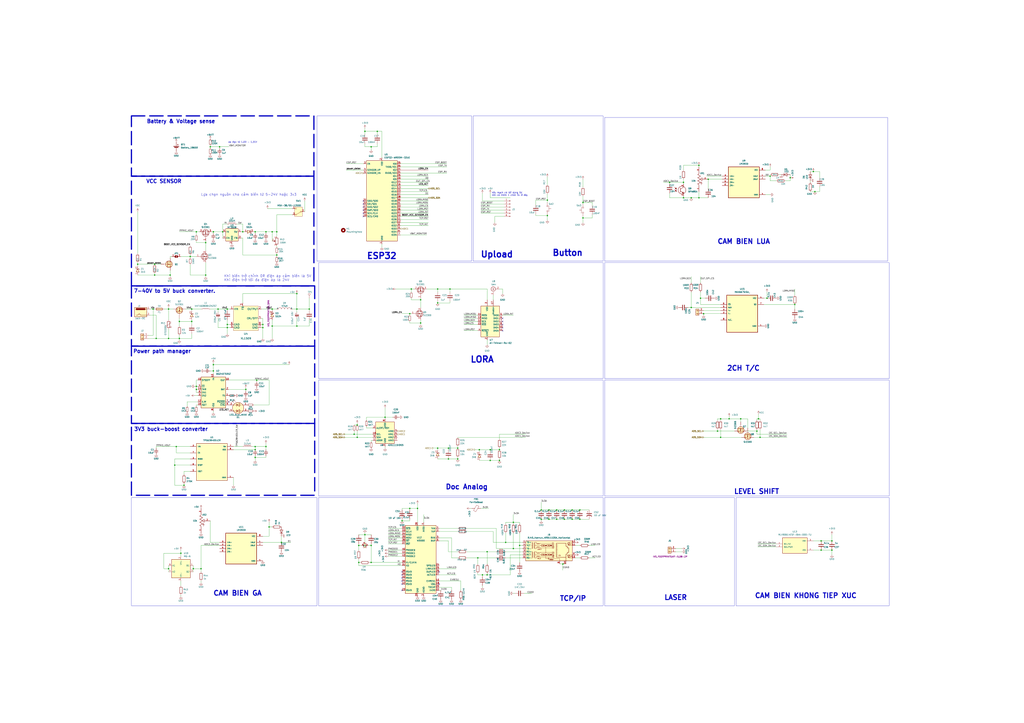
<source format=kicad_sch>
(kicad_sch (version 20231120) (generator "eeschema") (generator_version "8.0")
  (paper "A1")
  (lib_symbols
    (symbol "+3V3_1" (power) (pin_numbers hide) (pin_names (offset 0) hide)
      (property "Value" "+3V3" (at 0 3.556 0))
      (symbol "+3V3_1_1_1"
        (pin power_in line (at 0 0 90) (length 0) (name "~") (number "1"))
      )
    )
    (symbol "3362:3362P-1-103" (pin_names (offset 1.016))
      (property "Reference" "VR" (at -10.1818 2.5465 0))
      (property "Value" "3362P-1-103" (at -10.1645 -7.6423 0))
      (symbol "3362P-1-103_0_0"
        (pin passive line (at -10.16 0 0) (length 5.08) (name "~") (number "1"))
        (pin passive line (at 0 -7.62 90) (length 5.08) (name "~") (number "2"))
        (pin passive line (at 10.16 0 180) (length 5.08) (name "~") (number "3"))
      )
    )
    (symbol "Analog_ADC:ADS1115IDGS"
      (property "Reference" "U" (at 2.54 13.97 0))
      (property "Value" "ADS1115IDGS" (at 7.62 11.43 0))
      (symbol "ADS1115IDGS_1_1"
        (pin input line (at 10.16 -5.08 180) (length 2.54) (name "ADDR") (number "1"))
        (pin input line (at 10.16 0 180) (length 2.54) (name "SCL") (number "10"))
        (pin output line (at 10.16 5.08 180) (length 2.54) (name "ALERT/RDY") (number "2"))
        (pin power_in line (at 0 -10.16 90) (length 2.54) (name "GND") (number "3"))
        (pin input line (at -10.16 2.54 0) (length 2.54) (name "AIN0") (number "4"))
        (pin input line (at -10.16 0 0) (length 2.54) (name "AIN1") (number "5"))
        (pin input line (at -10.16 -2.54 0) (length 2.54) (name "AIN2") (number "6"))
        (pin input line (at -10.16 -5.08 0) (length 2.54) (name "AIN3") (number "7"))
        (pin power_in line (at 0 12.7 270) (length 2.54) (name "VDD") (number "8"))
        (pin bidirectional line (at 10.16 -2.54 180) (length 2.54) (name "SDA") (number "9"))
      )
    )
    (symbol "BPW85A:BPW85A" (pin_names (offset 1.016))
      (property "Reference" "Q" (at -10.1556 5.0822 0))
      (property "Value" "BPW85A" (at -10.1508 -7.62 0))
      (symbol "BPW85A_0_0"
        (pin passive line (at 2.54 5.08 270) (length 2.54) (name "~") (number "C"))
        (pin passive line (at 2.54 -5.08 90) (length 2.54) (name "~") (number "E"))
      )
    )
    (symbol "Battery_Management:BQ24075RGT"
      (property "Reference" "U" (at -8.89 13.97 0))
      (property "Value" "BQ24075RGT" (at 16.51 13.97 0))
      (symbol "BQ24075RGT_1_1"
        (pin passive line (at 12.7 -2.54 180) (length 2.54) (name "TS") (number "1"))
        (pin power_out line (at 12.7 10.16 180) (length 2.54) (name "OUT") (number "10"))
        (pin passive line (at 12.7 10.16 180) (length 2.54) hide (name "OUT") (number "11"))
        (pin passive line (at -12.7 -7.62 0) (length 2.54) (name "ILIM") (number "12"))
        (pin power_in line (at 0 15.24 270) (length 2.54) (name "IN") (number "13"))
        (pin input line (at -12.7 2.54 0) (length 2.54) (name "TMR") (number "14"))
        (pin input line (at -12.7 10.16 0) (length 2.54) (name "SYSOFF") (number "15"))
        (pin passive line (at -12.7 -10.16 0) (length 2.54) (name "ISET") (number "16"))
        (pin passive line (at 0 -15.24 90) (length 2.54) hide (name "VSS") (number "17"))
        (pin power_out line (at 12.7 2.54 180) (length 2.54) (name "BAT") (number "2"))
        (pin passive line (at 12.7 2.54 180) (length 2.54) hide (name "BAT") (number "3"))
        (pin input line (at -12.7 5.08 0) (length 2.54) (name "~{CE}") (number "4"))
        (pin input line (at -12.7 -2.54 0) (length 2.54) (name "EN2") (number "5"))
        (pin input line (at -12.7 0 0) (length 2.54) (name "EN1") (number "6"))
        (pin open_collector line (at 12.7 -7.62 180) (length 2.54) (name "~{PGOOD}") (number "7"))
        (pin power_in line (at 0 -15.24 90) (length 2.54) (name "VSS") (number "8"))
        (pin open_collector line (at 12.7 -10.16 180) (length 2.54) (name "~{CHG}") (number "9"))
      )
    )
    (symbol "Connector:Jack-DC" (pin_names (offset 1.016))
      (property "Reference" "J" (at 0 5.334 0))
      (property "Value" "Jack-DC" (at 0 -5.08 0))
      (symbol "Jack-DC_1_1"
        (pin passive line (at 7.62 2.54 180) (length 2.54) (name "~") (number "1"))
        (pin passive line (at 7.62 -2.54 180) (length 2.54) (name "~") (number "2"))
      )
    )
    (symbol "Connector:RJ45_Hanrun_HR911105A_Horizontal"
      (property "Reference" "J" (at 18.415 10.16 0))
      (property "Value" "RJ45_Hanrun_HR911105A_Horizontal" (at -19.05 10.16 0))
      (symbol "RJ45_Hanrun_HR911105A_Horizontal_0_0"
        (text "C1" (at 4.699 6.985 0) (effects (font (size 0.889 0.889))))
        (text "C1" (at 10.16 -3.175 0) (effects (font (size 0.889 0.889))))
        (text "C2" (at 4.699 3.175 0) (effects (font (size 0.889 0.889))))
        (text "C3" (at 4.699 -0.635 0) (effects (font (size 0.889 0.889))))
        (text "C4" (at 4.699 5.715 0) (effects (font (size 0.889 0.889))))
        (text "C5" (at 4.699 4.445 0) (effects (font (size 0.889 0.889))))
        (text "C6" (at 4.699 -4.445 0) (effects (font (size 0.889 0.889))))
        (text "C7" (at 4.699 -1.905 0) (effects (font (size 0.889 0.889))))
        (text "C8" (at 4.699 -3.175 0) (effects (font (size 0.889 0.889))))
        (text "RCV" (at -8.255 -5.715 0) (effects (font (size 1.016 1.016)) (justify left)))
        (text "XMIT" (at -8.255 1.905 0) (effects (font (size 1.016 1.016)) (justify left)))
      )
      (symbol "RJ45_Hanrun_HR911105A_Horizontal_1_0"
        (text "1000pF" (at 3.302 -6.477 0) (effects (font (size 0.635 0.635))))
      )
      (symbol "RJ45_Hanrun_HR911105A_Horizontal_1_1"
        (text "75" (at -3.556 -2.54 0) (effects (font (size 0.635 0.635))))
        (text "75" (at -3.556 5.08 0) (effects (font (size 0.635 0.635))))
        (text "75" (at 1.016 -2.54 0) (effects (font (size 0.635 0.635))))
        (text "75" (at 1.016 5.08 0) (effects (font (size 0.635 0.635))))
        (text "G" (at 19.685 -3.81 0) (effects (font (size 0.635 0.635))))
        (text "Y" (at 19.558 6.35 0) (effects (font (size 0.635 0.635))))
        (pin passive line (at -20.32 7.62 0) (length 2.54) (name "TD+") (number "1"))
        (pin passive line (at 22.86 -5.08 180) (length 2.54) (name "") (number "10"))
        (pin passive line (at 22.86 5.08 180) (length 2.54) (name "") (number "11"))
        (pin passive line (at 22.86 7.62 180) (length 2.54) (name "") (number "12"))
        (pin passive line (at -20.32 2.54 0) (length 2.54) (name "TD-") (number "2"))
        (pin passive line (at -20.32 0 0) (length 2.54) (name "RD+") (number "3"))
        (pin passive line (at -20.32 5.08 0) (length 2.54) (name "TCT") (number "4"))
        (pin passive line (at -20.32 -2.54 0) (length 2.54) (name "RCT") (number "5"))
        (pin passive line (at -20.32 -5.08 0) (length 2.54) (name "RD-") (number "6"))
        (pin no_connect line (at 20.32 0 0) (length 0) hide (name "NC") (number "7"))
        (pin power_in line (at 10.16 -10.16 90) (length 2.54) (name "") (number "8"))
        (pin passive line (at 22.86 -2.54 180) (length 2.54) (name "") (number "9"))
        (pin passive line (at 15.24 -10.16 90) (length 2.54) (name "") (number "SH"))
      )
    )
    (symbol "Device:Battery_Cell" (pin_numbers hide) (pin_names (offset 0) hide)
      (property "Reference" "BT" (at 2.54 2.54 0))
      (property "Value" "Battery_Cell" (at 2.54 0 0))
      (symbol "Battery_Cell_1_1"
        (pin passive line (at 0 5.08 270) (length 2.54) (name "+") (number "1"))
        (pin passive line (at 0 -2.54 90) (length 2.54) (name "-") (number "2"))
      )
    )
    (symbol "Device:C" (pin_numbers hide) (pin_names (offset 0.254))
      (property "Reference" "C" (at 0.635 2.54 0))
      (property "Value" "C" (at 0.635 -2.54 0))
      (symbol "C_1_1"
        (pin passive line (at 0 3.81 270) (length 2.794) (name "~") (number "1"))
        (pin passive line (at 0 -3.81 90) (length 2.794) (name "~") (number "2"))
      )
    )
    (symbol "Device:C_Polarized_Small" (pin_numbers hide) (pin_names (offset 0.254) hide)
      (property "Reference" "C" (at 0.254 1.778 0))
      (property "Value" "C_Polarized_Small" (at 0.254 -2.032 0))
      (symbol "C_Polarized_Small_1_1"
        (pin passive line (at 0 2.54 270) (length 1.8542) (name "~") (number "1"))
        (pin passive line (at 0 -2.54 90) (length 1.8542) (name "~") (number "2"))
      )
    )
    (symbol "Device:C_Polarized_US" (pin_numbers hide) (pin_names (offset 0.254) hide)
      (property "Reference" "C" (at 0.635 2.54 0))
      (property "Value" "C_Polarized_US" (at 0.635 -2.54 0))
      (symbol "C_Polarized_US_1_1"
        (pin passive line (at 0 3.81 270) (length 2.794) (name "~") (number "1"))
        (pin passive line (at 0 -3.81 90) (length 3.302) (name "~") (number "2"))
      )
    )
    (symbol "Device:C_Small" (pin_numbers hide) (pin_names (offset 0.254) hide)
      (property "Reference" "C" (at 0.254 1.778 0))
      (property "Value" "C_Small" (at 0.254 -2.032 0))
      (symbol "C_Small_1_1"
        (pin passive line (at 0 2.54 270) (length 2.032) (name "~") (number "1"))
        (pin passive line (at 0 -2.54 90) (length 2.032) (name "~") (number "2"))
      )
    )
    (symbol "Device:FerriteBead" (pin_numbers hide) (pin_names (offset 0))
      (property "Reference" "FB" (at -3.81 0.635 90))
      (property "Value" "FerriteBead" (at 3.81 0 90))
      (symbol "FerriteBead_1_1"
        (pin passive line (at 0 3.81 270) (length 2.54) (name "~") (number "1"))
        (pin passive line (at 0 -3.81 90) (length 2.54) (name "~") (number "2"))
      )
    )
    (symbol "Device:L" (pin_numbers hide) (pin_names (offset 1.016) hide)
      (property "Reference" "L" (at -1.27 0 90))
      (property "Value" "L" (at 1.905 0 90))
      (symbol "L_1_1"
        (pin passive line (at 0 3.81 270) (length 1.27) (name "1") (number "1"))
        (pin passive line (at 0 -3.81 90) (length 1.27) (name "2") (number "2"))
      )
    )
    (symbol "Device:LED" (pin_numbers hide) (pin_names (offset 1.016) hide)
      (property "Reference" "D" (at 0 2.54 0))
      (property "Value" "LED" (at 0 -2.54 0))
      (symbol "LED_1_1"
        (pin passive line (at -3.81 0 0) (length 2.54) (name "K") (number "1"))
        (pin passive line (at 3.81 0 180) (length 2.54) (name "A") (number "2"))
      )
    )
    (symbol "Device:LED_Dual_AKAK" (pin_names (offset 0) hide)
      (property "Reference" "D" (at 0 5.715 0))
      (property "Value" "LED_Dual_AKAK" (at 0 -6.35 0))
      (symbol "LED_Dual_AKAK_1_1"
        (pin input line (at -7.62 2.54 0) (length 3.048) (name "A1") (number "1"))
        (pin input line (at 7.62 2.54 180) (length 3.81) (name "K1") (number "2"))
        (pin input line (at -7.62 -2.54 0) (length 3.048) (name "A2") (number "3"))
        (pin input line (at 7.62 -2.54 180) (length 3.81) (name "K2") (number "4"))
      )
    )
    (symbol "Device:L_Ferrite" (pin_numbers hide) (pin_names (offset 1.016) hide)
      (property "Reference" "L" (at -1.27 0 90))
      (property "Value" "L_Ferrite" (at 2.794 0 90))
      (symbol "L_Ferrite_1_1"
        (pin passive line (at 0 3.81 270) (length 1.27) (name "1") (number "1"))
        (pin passive line (at 0 -3.81 90) (length 1.27) (name "2") (number "2"))
      )
    )
    (symbol "Device:R" (pin_numbers hide) (pin_names (offset 0))
      (property "Reference" "R" (at 2.032 0 90))
      (property "Value" "R" (at 0 0 90))
      (symbol "R_1_1"
        (pin passive line (at 0 3.81 270) (length 1.27) (name "~") (number "1"))
        (pin passive line (at 0 -3.81 90) (length 1.27) (name "~") (number "2"))
      )
    )
    (symbol "Device:R_Potentiometer" (pin_names (offset 1.016) hide)
      (property "Reference" "RV" (at -4.445 0 90))
      (property "Value" "R_Potentiometer" (at -2.54 0 90))
      (symbol "R_Potentiometer_1_1"
        (pin passive line (at 0 3.81 270) (length 1.27) (name "1") (number "1"))
        (pin passive line (at 3.81 0 180) (length 1.27) (name "2") (number "2"))
        (pin passive line (at 0 -3.81 90) (length 1.27) (name "3") (number "3"))
      )
    )
    (symbol "Device:R_Small" (pin_numbers hide) (pin_names (offset 0.254) hide)
      (property "Reference" "R" (at 0.762 0.508 0))
      (property "Value" "R_Small" (at 0.762 -1.016 0))
      (symbol "R_Small_1_1"
        (pin passive line (at 0 2.54 270) (length 0.762) (name "~") (number "1"))
        (pin passive line (at 0 -2.54 90) (length 0.762) (name "~") (number "2"))
      )
    )
    (symbol "GND_11" (power) (pin_names (offset 0))
      (property "Value" "GND_11" (at 0 -3.81 0))
      (symbol "GND_11_1_1"
        (pin power_in line (at 0 0 270) (length 0) hide (name "GND") (number "1"))
      )
    )
    (symbol "GND_5" (power) (pin_names (offset 0))
      (property "Value" "GND_5" (at 0 -3.81 0))
      (symbol "GND_5_1_1"
        (pin power_in line (at 0 0 270) (length 0) hide (name "GND") (number "1"))
      )
    )
    (symbol "IVS_SYMBOLS:+5V" (power) (pin_names (offset 0))
      (property "Value" "+5V" (at 0 3.556 0))
      (symbol "+5V_1_1"
        (pin power_in line (at 0 0 90) (length 0) hide (name "+5V") (number "1"))
      )
    )
    (symbol "IVS_SYMBOLS:Ai-Thinker-Ra-02"
      (property "Reference" "U" (at 2.54 19.05 0))
      (property "Value" "Ai-Thinker-Ra-02" (at 13.97 -15.24 0))
      (symbol "Ai-Thinker-Ra-02_1_1"
        (pin passive line (at -2.54 -15.24 90) (length 2.54) hide (name "GND") (number "1"))
        (pin bidirectional line (at 10.16 -5.08 180) (length 2.54) (name "DIO4") (number "10"))
        (pin bidirectional line (at 10.16 -7.62 180) (length 2.54) (name "DIO5") (number "11"))
        (pin input line (at -10.16 0 0) (length 2.54) (name "SCK") (number "12"))
        (pin output line (at -10.16 2.54 0) (length 2.54) (name "MISO") (number "13"))
        (pin input line (at -10.16 5.08 0) (length 2.54) (name "MOSI") (number "14"))
        (pin input line (at -10.16 -2.54 0) (length 2.54) (name "~{NSS}") (number "15"))
        (pin passive line (at -2.54 -15.24 90) (length 2.54) hide (name "GND") (number "16"))
        (pin input line (at 2.54 17.78 270) (length 5.08) (name "Anaten") (number "17"))
        (pin power_in line (at -2.54 -15.24 90) (length 2.54) (name "GND") (number "2"))
        (pin power_in line (at -2.54 17.78 270) (length 5.08) (name "VDD") (number "3"))
        (pin input line (at -10.16 -7.62 0) (length 2.54) (name "~{RESET}") (number "4"))
        (pin bidirectional line (at 10.16 5.08 180) (length 2.54) (name "DIO0") (number "5"))
        (pin bidirectional line (at 10.16 2.54 180) (length 2.54) (name "DIO1") (number "6"))
        (pin bidirectional line (at 10.16 0 180) (length 2.54) (name "DIO2") (number "7"))
        (pin bidirectional line (at 10.16 -2.54 180) (length 2.54) (name "DIO3") (number "8"))
        (pin passive line (at -2.54 -15.24 90) (length 2.54) hide (name "GND") (number "9"))
      )
    )
    (symbol "IVS_SYMBOLS:Conn_01x06_Male" (pin_names (offset 1.016) hide)
      (property "Reference" "J" (at 0 7.62 0))
      (property "Value" "Conn_01x06_Male" (at 0 -10.16 0))
      (symbol "Conn_01x06_Male_1_1"
        (pin passive line (at 5.08 5.08 180) (length 3.81) (name "Pin_1") (number "1"))
        (pin passive line (at 5.08 2.54 180) (length 3.81) (name "Pin_2") (number "2"))
        (pin passive line (at 5.08 0 180) (length 3.81) (name "Pin_3") (number "3"))
        (pin passive line (at 5.08 -2.54 180) (length 3.81) (name "Pin_4") (number "4"))
        (pin passive line (at 5.08 -5.08 180) (length 3.81) (name "Pin_5") (number "5"))
        (pin passive line (at 5.08 -7.62 180) (length 3.81) (name "Pin_6") (number "6"))
      )
    )
    (symbol "IVS_SYMBOLS:Conn_Ipex"
      (property "Reference" "U" (at 2.54 -5.08 0))
      (property "Value" "Ipex" (at 2.54 -2.54 0))
      (symbol "Conn_Ipex_1_1"
        (pin passive line (at -5.08 0 0) (length 2.54) (name "") (number "1"))
        (pin passive line (at 0 -5.08 90) (length 2.54) (name "") (number "2"))
      )
    )
    (symbol "IVS_SYMBOLS:D_Schottky"
      (property "Reference" "D" (at -2.54 2.54 0))
      (property "Value" "D_Schottky" (at 0 -2.54 0))
      (symbol "D_Schottky_1_1"
        (pin passive line (at 5.08 0 180) (length 2.54) (name "") (number "1"))
        (pin passive line (at -2.54 0 0) (length 2.54) (name "") (number "2"))
      )
    )
    (symbol "IVS_SYMBOLS:D_Zener"
      (property "Reference" "Z" (at 0 3.81 0))
      (property "Value" "D_Zener" (at 0 -3.302 0))
      (symbol "D_Zener_1_1"
        (pin passive line (at 5.08 0 180) (length 2.54) (name "") (number "1"))
        (pin passive line (at -2.54 0 0) (length 2.54) (name "") (number "2"))
      )
    )
    (symbol "IVS_SYMBOLS:Fuse" (pin_numbers hide) (pin_names (offset 0))
      (property "Reference" "F" (at 0 2.032 0))
      (property "Value" "Fuse" (at 0 -1.905 0))
      (symbol "Fuse_1_1"
        (pin passive line (at -3.81 0 0) (length 1.27) (name "~") (number "1"))
        (pin passive line (at 3.81 0 180) (length 1.27) (name "~") (number "2"))
      )
    )
    (symbol "IVS_SYMBOLS:N_Mosfet" (pin_numbers hide) (pin_names hide)
      (property "Reference" "Q" (at 2.794 1.2192 0))
      (symbol "N_Mosfet_1_1"
        (pin input line (at -7.62 0 0) (length 2.54) (name "G") (number "1"))
        (pin passive line (at 0 -5.08 90) (length 2.54) (name "S") (number "2"))
        (pin passive line (at 0 5.08 270) (length 2.54) (name "D") (number "3"))
      )
    )
    (symbol "IVS_SYMBOLS:P_Mosfet" (pin_numbers hide) (pin_names hide)
      (property "Reference" "Q" (at 2.794 1.2192 0))
      (symbol "P_Mosfet_1_1"
        (pin input line (at -7.62 0 0) (length 2.54) (name "G") (number "1"))
        (pin passive line (at 0 -5.08 90) (length 2.54) (name "S") (number "2"))
        (pin passive line (at 0 5.08 270) (length 2.54) (name "D") (number "3"))
      )
    )
    (symbol "IVS_SYMBOLS:Screw_Terminal_01x02" (pin_names (offset 1.016) hide)
      (property "Reference" "J" (at 0 2.54 0))
      (property "Value" "Screw_Terminal_01x02" (at 0 -5.08 0))
      (symbol "Screw_Terminal_01x02_1_1"
        (pin passive line (at -5.08 0 0) (length 3.81) (name "Pin_1") (number "1"))
        (pin passive line (at -5.08 -2.54 0) (length 3.81) (name "Pin_2") (number "2"))
      )
    )
    (symbol "IVS_SYMBOLS:SolderJumper_2_Open" (pin_names (offset 0) hide)
      (property "Reference" "JP" (at 0 2.032 0))
      (property "Value" "SolderJumper_2_Open" (at 0 -2.54 0))
      (symbol "SolderJumper_2_Open_1_1"
        (pin passive line (at -3.81 0 0) (length 2.54) (name "A") (number "1"))
        (pin passive line (at 3.81 0 180) (length 2.54) (name "B") (number "2"))
      )
    )
    (symbol "IVS_SYMBOLS:TPS62840DLCR" (pin_names (offset 1.016))
      (property "Reference" "U" (at -12.7 16.24 0))
      (property "Value" "TPS62840DLCR" (at -12.7 -19.24 0))
      (symbol "TPS62840DLCR_0_0"
        (pin power_in line (at 17.78 -12.7 180) (length 5.08) (name "GND") (number "1"))
        (pin power_in line (at -17.78 12.7 0) (length 5.08) (name "VIN") (number "2"))
        (pin input line (at -17.78 2.54 0) (length 5.08) (name "MODE") (number "3"))
        (pin input line (at -17.78 7.62 0) (length 5.08) (name "EN") (number "4"))
        (pin input line (at -17.78 -7.62 0) (length 5.08) (name "VSET") (number "5"))
        (pin input line (at -17.78 -2.54 0) (length 5.08) (name "STOP") (number "6"))
        (pin power_in line (at 17.78 12.7 180) (length 5.08) (name "SW") (number "7"))
        (pin input line (at 17.78 10.16 180) (length 5.08) (name "VOS") (number "8"))
      )
    )
    (symbol "IVS_SYMBOLS:TestPoint" (pin_numbers hide) (pin_names (offset 0.762) hide)
      (property "Reference" "TP" (at 0 6.858 0))
      (property "Value" "TestPoint" (at 0 5.08 0))
      (symbol "TestPoint_1_1"
        (pin passive line (at 0 0 90) (length 2.54) (name "1") (number "1"))
      )
    )
    (symbol "IVS_SYMBOLS:Varistor" (pin_numbers hide) (pin_names (offset 0))
      (property "Reference" "RV" (at 3.175 0 90))
      (property "Value" "Varistor" (at -3.175 0 90))
      (symbol "Varistor_0_0"
        (text "U" (at -1.778 -2.032 0) (effects (font (size 1.27 1.27))))
      )
      (symbol "Varistor_1_1"
        (pin passive line (at 0 3.81 270) (length 1.27) (name "~") (number "1"))
        (pin passive line (at 0 -3.81 90) (length 1.27) (name "~") (number "2"))
      )
    )
    (symbol "IVS_SYMBOLS_SYM:Crystal_MCU" (pin_names (offset 1.016) hide)
      (property "Reference" "Y" (at 1.27 4.445 0))
      (property "Value" "Crystal_MCU" (at 1.27 2.54 0))
      (symbol "Crystal_MCU_1_1"
        (pin passive line (at -2.54 0 0) (length 1.27) (name "1") (number "1"))
        (pin passive line (at 0 -2.54 90) (length 0.635) (name "2") (number "2"))
        (pin passive line (at 2.54 0 180) (length 1.27) (name "3") (number "3"))
        (pin passive line (at 0 -2.54 90) (length 0.635) hide (name "4") (number "4"))
      )
    )
    (symbol "IVS_SYMBOLS_SYM:MountingHole" (pin_names (offset 1.016))
      (property "Reference" "H" (at 0 5.08 0))
      (property "Value" "MountingHole" (at 0 3.175 0))
    )
    (symbol "Interface_Ethernet:W5500"
      (property "Reference" "U" (at -11.43 29.21 0))
      (property "Value" "W5500" (at 8.89 29.21 0))
      (symbol "W5500_1_1"
        (pin output line (at 15.24 25.4 180) (length 2.54) (name "TXN") (number "1"))
        (pin passive line (at 15.24 -17.78 180) (length 2.54) (name "EXRES1") (number "10"))
        (pin passive line (at 2.54 30.48 270) (length 2.54) hide (name "AVDD") (number "11"))
        (pin no_connect line (at 12.7 7.62 180) (length 2.54) hide (name "NC") (number "12"))
        (pin no_connect line (at 12.7 5.08 180) (length 2.54) hide (name "NC") (number "13"))
        (pin passive line (at 2.54 -30.48 90) (length 2.54) hide (name "AGND") (number "14"))
        (pin passive line (at 2.54 30.48 270) (length 2.54) hide (name "AVDD") (number "15"))
        (pin passive line (at 2.54 -30.48 90) (length 2.54) hide (name "AGND") (number "16"))
        (pin passive line (at 2.54 30.48 270) (length 2.54) hide (name "AVDD") (number "17"))
        (pin passive line (at 15.24 -20.32 180) (length 2.54) (name "VBG") (number "18"))
        (pin passive line (at 2.54 -30.48 90) (length 2.54) hide (name "AGND") (number "19"))
        (pin output line (at 15.24 22.86 180) (length 2.54) (name "TXP") (number "2"))
        (pin passive line (at 15.24 -22.86 180) (length 2.54) (name "TOCAP") (number "20"))
        (pin passive line (at 2.54 30.48 270) (length 2.54) hide (name "AVDD") (number "21"))
        (pin output line (at 15.24 -25.4 180) (length 2.54) (name "1V2O") (number "22"))
        (pin input line (at -15.24 -25.4 0) (length 2.54) (name "RSVD") (number "23"))
        (pin output line (at 15.24 -5.08 180) (length 2.54) (name "SPDLED") (number "24"))
        (pin output line (at 15.24 -7.62 180) (length 2.54) (name "LINKLED") (number "25"))
        (pin output line (at 15.24 -10.16 180) (length 2.54) (name "DUPLED") (number "26"))
        (pin output line (at 15.24 -12.7 180) (length 2.54) (name "ACTLED") (number "27"))
        (pin power_in line (at -2.54 30.48 270) (length 2.54) (name "VDD") (number "28"))
        (pin power_in line (at -2.54 -30.48 90) (length 2.54) (name "GND") (number "29"))
        (pin power_in line (at 2.54 -30.48 90) (length 2.54) (name "AGND") (number "3"))
        (pin input line (at -15.24 -2.54 0) (length 2.54) (name "XI/CLKIN") (number "30"))
        (pin output line (at -15.24 -5.08 0) (length 2.54) (name "XO") (number "31"))
        (pin input line (at -15.24 25.4 0) (length 2.54) (name "~{SCS}") (number "32"))
        (pin input line (at -15.24 22.86 0) (length 2.54) (name "SCLK") (number "33"))
        (pin output line (at -15.24 20.32 0) (length 2.54) (name "MISO") (number "34"))
        (pin input line (at -15.24 17.78 0) (length 2.54) (name "MOSI") (number "35"))
        (pin input line (at -15.24 15.24 0) (length 2.54) (name "~{INT}") (number "36"))
        (pin input line (at -15.24 12.7 0) (length 2.54) (name "~{RST}") (number "37"))
        (pin input line (at -15.24 -10.16 0) (length 2.54) (name "RSVD") (number "38"))
        (pin input line (at -15.24 -12.7 0) (length 2.54) (name "RSVD") (number "39"))
        (pin power_in line (at 2.54 30.48 270) (length 2.54) (name "AVDD") (number "4"))
        (pin input line (at -15.24 -15.24 0) (length 2.54) (name "RSVD") (number "40"))
        (pin input line (at -15.24 -17.78 0) (length 2.54) (name "RSVD") (number "41"))
        (pin input line (at -15.24 -20.32 0) (length 2.54) (name "RSVD") (number "42"))
        (pin input line (at -15.24 2.54 0) (length 2.54) (name "PMODE2") (number "43"))
        (pin input line (at -15.24 5.08 0) (length 2.54) (name "PMODE1") (number "44"))
        (pin input line (at -15.24 7.62 0) (length 2.54) (name "PMODE0") (number "45"))
        (pin no_connect line (at 12.7 2.54 180) (length 2.54) hide (name "NC") (number "46"))
        (pin no_connect line (at 12.7 0 180) (length 2.54) hide (name "NC") (number "47"))
        (pin passive line (at 2.54 -30.48 90) (length 2.54) hide (name "AGND") (number "48"))
        (pin input line (at 15.24 17.78 180) (length 2.54) (name "RXN") (number "5"))
        (pin input line (at 15.24 15.24 180) (length 2.54) (name "RXP") (number "6"))
        (pin no_connect line (at 12.7 10.16 180) (length 2.54) hide (name "DNC") (number "7"))
        (pin passive line (at 2.54 30.48 270) (length 2.54) hide (name "AVDD") (number "8"))
        (pin passive line (at 2.54 -30.48 90) (length 2.54) hide (name "AGND") (number "9"))
      )
    )
    (symbol "LM393:LM393D" (pin_names (offset 1.016))
      (property "Reference" "U" (at -12.7 13.7 0))
      (property "Value" "LM393D" (at -12.7 -16.7 0))
      (symbol "LM393D_0_0"
        (pin output line (at 17.78 5.08 180) (length 5.08) (name "1OUT") (number "1"))
        (pin input line (at -17.78 2.54 0) (length 5.08) (name "1IN-") (number "2"))
        (pin input line (at -17.78 5.08 0) (length 5.08) (name "1IN+") (number "3"))
        (pin power_in line (at 17.78 -10.16 180) (length 5.08) (name "GND") (number "4"))
        (pin input line (at -17.78 0 0) (length 5.08) (name "2IN+") (number "5"))
        (pin input line (at -17.78 -2.54 0) (length 5.08) (name "2IN-") (number "6"))
        (pin output line (at 17.78 2.54 180) (length 5.08) (name "2OUT") (number "7"))
        (pin power_in line (at 17.78 10.16 180) (length 5.08) (name "VCC") (number "8"))
      )
    )
    (symbol "MAX6675:MAX6675ISA_" (pin_names (offset 1.016))
      (property "Reference" "U" (at -12.7 16.24 0))
      (property "Value" "MAX6675ISA_" (at -12.7 -19.24 0))
      (symbol "MAX6675ISA__0_0"
        (pin power_in line (at 17.78 -10.16 180) (length 5.08) (name "GND") (number "1"))
        (pin input line (at -17.78 0 0) (length 5.08) (name "T-") (number "2"))
        (pin input line (at -17.78 2.54 0) (length 5.08) (name "T+") (number "3"))
        (pin power_in line (at 17.78 12.7 180) (length 5.08) (name "VCC") (number "4"))
        (pin input line (at -17.78 5.08 0) (length 5.08) (name "SCK") (number "5"))
        (pin input line (at -17.78 7.62 0) (length 5.08) (name "~{CS}") (number "6"))
        (pin output line (at 17.78 7.62 180) (length 5.08) (name "SO") (number "7"))
        (pin bidirectional line (at -17.78 -5.08 0) (length 5.08) (name "N.C.") (number "8"))
      )
    )
    (symbol "MLX90614:MLX90614ESF-BAA-000-TU" (pin_names (offset 1.016))
      (property "Reference" "U" (at -10.16 6.35 0))
      (property "Value" "MLX90614ESF-BAA-000-TU" (at -10.16 -10.16 0))
      (symbol "MLX90614ESF-BAA-000-TU_0_0"
        (pin input line (at -15.24 0 0) (length 5.08) (name "SCL/VZ") (number "1"))
        (pin bidirectional line (at -15.24 -2.54 0) (length 5.08) (name "SDA/PWM") (number "2"))
        (pin power_in line (at 15.24 2.54 180) (length 5.08) (name "VDD") (number "3"))
        (pin power_in line (at 15.24 -5.08 180) (length 5.08) (name "VSS") (number "4"))
      )
    )
    (symbol "RF_Module:ESP32-WROOM-32D"
      (property "Reference" "U" (at -12.7 34.29 0))
      (property "Value" "ESP32-WROOM-32D" (at 1.27 34.29 0))
      (symbol "ESP32-WROOM-32D_1_1"
        (pin power_in line (at 0 -35.56 90) (length 2.54) (name "GND") (number "1"))
        (pin bidirectional line (at 15.24 -12.7 180) (length 2.54) (name "IO25") (number "10"))
        (pin bidirectional line (at 15.24 -15.24 180) (length 2.54) (name "IO26") (number "11"))
        (pin bidirectional line (at 15.24 -17.78 180) (length 2.54) (name "IO27") (number "12"))
        (pin bidirectional line (at 15.24 10.16 180) (length 2.54) (name "IO14") (number "13"))
        (pin bidirectional line (at 15.24 15.24 180) (length 2.54) (name "IO12") (number "14"))
        (pin passive line (at 0 -35.56 90) (length 2.54) hide (name "GND") (number "15"))
        (pin bidirectional line (at 15.24 12.7 180) (length 2.54) (name "IO13") (number "16"))
        (pin bidirectional line (at -15.24 -5.08 0) (length 2.54) (name "SHD/SD2") (number "17"))
        (pin bidirectional line (at -15.24 -7.62 0) (length 2.54) (name "SWP/SD3") (number "18"))
        (pin bidirectional line (at -15.24 -12.7 0) (length 2.54) (name "SCS/CMD") (number "19"))
        (pin power_in line (at 0 35.56 270) (length 2.54) (name "VDD") (number "2"))
        (pin bidirectional line (at -15.24 -10.16 0) (length 2.54) (name "SCK/CLK") (number "20"))
        (pin bidirectional line (at -15.24 0 0) (length 2.54) (name "SDO/SD0") (number "21"))
        (pin bidirectional line (at -15.24 -2.54 0) (length 2.54) (name "SDI/SD1") (number "22"))
        (pin bidirectional line (at 15.24 7.62 180) (length 2.54) (name "IO15") (number "23"))
        (pin bidirectional line (at 15.24 25.4 180) (length 2.54) (name "IO2") (number "24"))
        (pin bidirectional line (at 15.24 30.48 180) (length 2.54) (name "IO0") (number "25"))
        (pin bidirectional line (at 15.24 20.32 180) (length 2.54) (name "IO4") (number "26"))
        (pin bidirectional line (at 15.24 5.08 180) (length 2.54) (name "IO16") (number "27"))
        (pin bidirectional line (at 15.24 2.54 180) (length 2.54) (name "IO17") (number "28"))
        (pin bidirectional line (at 15.24 17.78 180) (length 2.54) (name "IO5") (number "29"))
        (pin input line (at -15.24 30.48 0) (length 2.54) (name "EN") (number "3"))
        (pin bidirectional line (at 15.24 0 180) (length 2.54) (name "IO18") (number "30"))
        (pin bidirectional line (at 15.24 -2.54 180) (length 2.54) (name "IO19") (number "31"))
        (pin no_connect line (at -12.7 -27.94 0) (length 2.54) hide (name "NC") (number "32"))
        (pin bidirectional line (at 15.24 -5.08 180) (length 2.54) (name "IO21") (number "33"))
        (pin bidirectional line (at 15.24 22.86 180) (length 2.54) (name "RXD0/IO3") (number "34"))
        (pin bidirectional line (at 15.24 27.94 180) (length 2.54) (name "TXD0/IO1") (number "35"))
        (pin bidirectional line (at 15.24 -7.62 180) (length 2.54) (name "IO22") (number "36"))
        (pin bidirectional line (at 15.24 -10.16 180) (length 2.54) (name "IO23") (number "37"))
        (pin passive line (at 0 -35.56 90) (length 2.54) hide (name "GND") (number "38"))
        (pin passive line (at 0 -35.56 90) (length 2.54) hide (name "GND") (number "39"))
        (pin input line (at -15.24 25.4 0) (length 2.54) (name "SENSOR_VP") (number "4"))
        (pin input line (at -15.24 22.86 0) (length 2.54) (name "SENSOR_VN") (number "5"))
        (pin input line (at 15.24 -25.4 180) (length 2.54) (name "IO34") (number "6"))
        (pin input line (at 15.24 -27.94 180) (length 2.54) (name "IO35") (number "7"))
        (pin bidirectional line (at 15.24 -20.32 180) (length 2.54) (name "IO32") (number "8"))
        (pin bidirectional line (at 15.24 -22.86 180) (length 2.54) (name "IO33") (number "9"))
      )
    )
    (symbol "Regulator_Switching:MT3608"
      (property "Reference" "U" (at -2.54 8.89 0))
      (property "Value" "MT3608" (at -3.81 6.35 0))
      (symbol "MT3608_1_1"
        (pin passive line (at 7.62 2.54 180) (length 2.54) (name "SW") (number "1"))
        (pin power_in line (at 0 -7.62 90) (length 2.54) (name "GND") (number "2"))
        (pin input line (at 7.62 -2.54 180) (length 2.54) (name "FB") (number "3"))
        (pin input line (at -7.62 -2.54 0) (length 2.54) (name "EN") (number "4"))
        (pin power_in line (at -7.62 2.54 0) (length 2.54) (name "IN") (number "5"))
        (pin no_connect line (at 5.08 0 180) (length 2.54) hide (name "NC") (number "6"))
      )
    )
    (symbol "Sensor_Gas:MQ-6"
      (property "Reference" "U" (at -6.35 8.89 0))
      (property "Value" "MQ-6" (at 3.81 8.89 0))
      (symbol "MQ-6_1_1"
        (pin passive line (at 10.16 2.54 180) (length 2.54) (name "B1") (number "1"))
        (pin power_in line (at 0 10.16 270) (length 2.54) (name "VH+") (number "2"))
        (pin passive line (at 10.16 -2.54 180) (length 2.54) (name "B2") (number "3"))
        (pin passive line (at -10.16 -2.54 0) (length 2.54) (name "A2") (number "4"))
        (pin power_in line (at 0 -10.16 90) (length 2.54) (name "VH-") (number "5"))
        (pin passive line (at -10.16 2.54 0) (length 2.54) (name "A1") (number "6"))
      )
    )
    (symbol "Switch:SW_Nidec_CAS-120A1" (pin_names (offset 1) hide)
      (property "Reference" "SW" (at 0 4.318 0))
      (property "Value" "SW_Nidec_CAS-120A1" (at 0 -5.08 0))
      (symbol "SW_Nidec_CAS-120A1_1_1"
        (pin passive line (at 5.08 -2.54 180) (length 2.54) (name "C") (number "1"))
        (pin passive line (at -5.08 0 0) (length 2.54) (name "B") (number "2"))
        (pin passive line (at 5.08 2.54 180) (length 2.54) (name "A") (number "3"))
      )
    )
    (symbol "Switch:SW_Push" (pin_numbers hide) (pin_names (offset 1.016) hide)
      (property "Reference" "SW" (at 1.27 2.54 0))
      (property "Value" "SW_Push" (at 0 -1.524 0))
      (symbol "SW_Push_0_1"
        (pin passive line (at -5.08 0 0) (length 2.54) (name "1") (number "1"))
        (pin passive line (at 5.08 0 180) (length 2.54) (name "2") (number "2"))
      )
    )
    (symbol "ThaoSMD:XL1509" (pin_names (offset 0.254))
      (property "Reference" "U" (at 5.08 -12.7 0))
      (property "Value" "XL1509" (at -7.62 -12.7 0))
      (symbol "XL1509_1_1"
        (pin power_in line (at -12.7 7.62 0) (length 2.54) (name "VIN") (number "1"))
        (pin output line (at 12.7 7.62 180) (length 2.54) (name "OUTPUT") (number "2"))
        (pin input line (at -2.54 12.7 270) (length 2.54) (name "FB") (number "3"))
        (pin input line (at 12.7 0 180) (length 2.54) (name "ON/OFF") (number "4"))
        (pin power_in line (at -12.7 -7.62 0) (length 2.54) (name "GND") (number "5"))
        (pin power_in line (at -12.7 -5.08 0) (length 2.54) (name "GND") (number "6"))
        (pin power_in line (at 12.7 -7.62 180) (length 2.54) (name "GND") (number "7"))
        (pin power_in line (at 12.7 -5.08 180) (length 2.54) (name "GND") (number "8"))
      )
    )
    (symbol "Transistor_FET:2N7002" (pin_names hide)
      (property "Reference" "Q" (at 5.08 1.905 0))
      (property "Value" "2N7002" (at 5.08 0 0))
      (symbol "2N7002_1_1"
        (pin input line (at -5.08 0 0) (length 2.54) (name "G") (number "1"))
        (pin passive line (at 2.54 -5.08 90) (length 2.54) (name "S") (number "2"))
        (pin passive line (at 2.54 5.08 270) (length 2.54) (name "D") (number "3"))
      )
    )
    (symbol "Transistor_FET:AO3401A" (pin_names hide)
      (property "Reference" "Q" (at 5.08 1.905 0))
      (property "Value" "AO3401A" (at 5.08 0 0))
      (symbol "AO3401A_1_1"
        (pin input line (at -5.08 0 0) (length 2.54) (name "G") (number "1"))
        (pin passive line (at 2.54 -5.08 90) (length 2.54) (name "S") (number "2"))
        (pin passive line (at 2.54 5.08 270) (length 2.54) (name "D") (number "3"))
      )
    )
    (symbol "power:+3V3" (power) (pin_names (offset 0))
      (property "Value" "+3V3" (at 0 3.556 0))
      (symbol "+3V3_1_1"
        (pin power_in line (at 0 0 90) (length 0) hide (name "+3V3") (number "1"))
      )
    )
    (symbol "power:+5V" (power) (pin_names (offset 0))
      (property "Value" "+5V" (at 0 3.556 0))
      (symbol "+5V_1_1"
        (pin power_in line (at 0 0 90) (length 0) hide (name "+5V") (number "1"))
      )
    )
    (symbol "power:+BATT" (power) (pin_numbers hide) (pin_names (offset 0) hide)
      (property "Value" "+BATT" (at 0 3.556 0))
      (symbol "+BATT_1_1"
        (pin power_in line (at 0 0 90) (length 0) (name "~") (number "1"))
      )
    )
    (symbol "power:GND" (power) (pin_names (offset 0))
      (property "Value" "GND" (at 0 -3.81 0))
      (symbol "GND_1_1"
        (pin power_in line (at 0 0 270) (length 0) hide (name "GND") (number "1"))
      )
    )
    (symbol "power:VCC" (power) (pin_numbers hide) (pin_names (offset 0) hide)
      (property "Value" "VCC" (at 0 3.556 0))
      (symbol "VCC_1_1"
        (pin power_in line (at 0 0 90) (length 0) (name "~") (number "1"))
      )
    )
    (symbol "power:VDC" (power) (pin_names (offset 0))
      (property "Value" "VDC" (at 0 6.35 0))
      (symbol "VDC_1_1"
        (pin power_in line (at 0 0 90) (length 0) hide (name "VDC") (number "1"))
      )
    )
    (symbol "pspice:INDUCTOR" (pin_numbers hide) (pin_names (offset 0))
      (property "Reference" "L" (at 0 2.54 0))
      (property "Value" "INDUCTOR" (at 0 -1.27 0))
      (symbol "INDUCTOR_1_1"
        (pin input line (at -6.35 0 0) (length 1.27) (name "1") (number "1"))
        (pin input line (at 6.35 0 180) (length 1.27) (name "2") (number "2"))
      )
    )
  )
  (junction (at 683.26 444.5))
  (junction (at 215.9 266.7))
  (junction (at 359.41 368.3))
  (junction (at 210.82 312.42))
  (junction (at 567.69 162.56))
  (junction (at 201.93 320.04))
  (junction (at 180.34 120.65))
  (junction (at 463.55 426.72))
  (junction (at 254 254))
  (junction (at 549.91 149.86))
  (junction (at 161.29 190.5))
  (junction (at 294.64 448.31))
  (junction (at 561.34 149.86))
  (junction (at 400.05 453.39))
  (junction (at 293.37 359.41))
  (junction (at 402.59 369.57))
  (junction (at 598.805 344.17))
  (junction (at 147.32 264.16))
  (junction (at 168.91 199.39))
  (junction (at 125.73 254))
  (junction (at 147.32 278.13))
  (junction (at 392.43 458.47))
  (junction (at 359.41 248.92))
  (junction (at 227.33 209.55))
  (junction (at 113.03 217.17))
  (junction (at 577.85 257.81))
  (junction (at 127 226.06))
  (junction (at 175.26 304.8))
  (junction (at 151.13 398.78))
  (junction (at 138.43 278.13))
  (junction (at 243.84 267.97))
  (junction (at 309.88 107.95))
  (junction (at 449.58 164.465))
  (junction (at 336.55 257.81))
  (junction (at 337.82 237.49))
  (junction (at 652.78 250.19))
  (junction (at 574.04 135.89))
  (junction (at 127 217.17))
  (junction (at 156.21 210.82))
  (junction (at 462.28 463.55))
  (junction (at 629.92 245.11))
  (junction (at 632.46 144.78))
  (junction (at 330.2 427.99))
  (junction (at 345.44 246.38))
  (junction (at 345.44 265.43))
  (junction (at 168.91 226.06))
  (junction (at 220.98 433.07))
  (junction (at 683.26 452.12))
  (junction (at 299.72 107.95))
  (junction (at 290.83 356.87))
  (junction (at 218.44 190.5))
  (junction (at 622.935 344.17))
  (junction (at 215.9 269.24))
  (junction (at 668.02 140.97))
  (junction (at 299.72 439.42))
  (junction (at 336.55 417.83))
  (junction (at 209.55 190.5))
  (junction (at 648.97 146.05))
  (junction (at 143.51 382.27))
  (junction (at 316.23 342.9))
  (junction (at 369.57 237.49))
  (junction (at 223.52 267.97))
  (junction (at 393.7 369.57))
  (junction (at 421.64 429.26))
  (junction (at 223.52 254))
  (junction (at 469.9 426.72))
  (junction (at 227.33 190.5))
  (junction (at 186.69 269.24))
  (junction (at 476.25 419.1))
  (junction (at 304.8 448.31))
  (junction (at 591.82 344.17))
  (junction (at 138.43 254))
  (junction (at 368.3 377.19))
  (junction (at 463.55 419.1))
  (junction (at 561.34 162.56))
  (junction (at 175.26 190.5))
  (junction (at 231.14 445.77))
  (junction (at 375.92 368.3))
  (junction (at 396.24 472.44))
  (junction (at 175.26 299.72))
  (junction (at 457.2 426.72))
  (junction (at 469.9 419.1))
  (junction (at 478.79 166.37))
  (junction (at 478.79 179.07))
  (junction (at 294.64 462.28))
  (junction (at 243.84 241.3))
  (junction (at 575.31 245.11))
  (junction (at 157.48 264.16))
  (junction (at 172.72 120.65))
  (junction (at 624.205 359.41))
  (junction (at 476.25 426.72))
  (junction (at 567.69 252.73))
  (junction (at 161.29 317.5))
  (junction (at 209.55 375.92))
  (junction (at 444.5 419.1))
  (junction (at 179.07 254))
  (junction (at 581.66 147.32))
  (junction (at 449.58 177.165))
  (junction (at 368.3 368.3))
  (junction (at 457.2 419.1))
  (junction (at 410.21 369.57))
  (junction (at 421.64 450.85))
  (junction (at 608.33 344.17))
  (junction (at 574.04 162.56))
  (junction (at 669.29 157.48))
  (junction (at 128.27 278.13))
  (junction (at 186.69 266.7))
  (junction (at 223.52 190.5))
  (junction (at 450.85 426.72))
  (junction (at 243.84 254))
  (junction (at 161.29 320.04))
  (junction (at 674.37 452.12))
  (junction (at 218.44 367.03))
  (junction (at 157.48 254))
  (junction (at 410.21 378.46))
  (junction (at 589.28 354.33))
  (junction (at 415.29 445.77))
  (junction (at 186.69 254))
  (junction (at 182.88 190.5))
  (junction (at 148.59 454.66))
  (junction (at 209.55 367.03))
  (junction (at 426.72 448.31))
  (junction (at 450.85 419.1))
  (junction (at 400.05 472.44))
  (junction (at 402.59 378.46))
  (junction (at 165.1 467.36))
  (junction (at 304.8 120.65))
  (junction (at 359.41 237.49))
  (junction (at 621.665 354.33))
  (junction (at 199.39 190.5))
  (junction (at 158.75 467.36))
  (junction (at 144.78 367.03))
  (junction (at 674.37 444.5))
  (junction (at 591.82 359.41))
  (junction (at 293.37 349.25))
  (junction (at 139.7 226.06))
  (junction (at 342.9 417.83))
  (junction (at 375.92 377.19))
  (junction (at 444.5 426.72))
  (junction (at 138.43 467.36))
  (junction (at 209.55 369.57))
  (junction (at 304.8 462.28))
  (no_connect (at 412.75 264.16))
  (no_connect (at 298.45 170.18))
  (no_connect (at 298.45 175.26))
  (no_connect (at 412.75 261.62))
  (no_connect (at 298.45 167.64))
  (no_connect (at 360.68 469.9))
  (no_connect (at 187.96 330.2))
  (no_connect (at 412.75 266.7))
  (no_connect (at 412.75 269.24))
  (no_connect (at 330.2 477.52))
  (no_connect (at 330.2 474.98))
  (no_connect (at 330.2 480.06))
  (no_connect (at 298.45 172.72))
  (no_connect (at 330.2 485.14))
  (no_connect (at 412.75 271.78))
  (no_connect (at 298.45 165.1))
  (no_connect (at 360.68 480.06))
  (no_connect (at 330.2 469.9))
  (no_connect (at 330.2 472.44))
  (no_connect (at 298.45 177.8))
  (wire (pts (xy 561.34 162.56) (xy 567.69 162.56)))
  (wire (pts (xy 368.3 377.19) (xy 359.41 377.19)))
  (wire (pts (xy 632.46 160.02) (xy 628.65 160.02)))
  (wire (pts (xy 186.69 266.7) (xy 186.69 269.24)))
  (wire (pts (xy 168.91 226.06) (xy 168.91 227.33)))
  (wire (pts (xy 591.82 344.17) (xy 591.82 345.44)))
  (wire (pts (xy 394.97 175.26) (xy 414.02 175.26)))
  (wire (pts (xy 622.935 344.17) (xy 624.205 344.17)))
  (wire (pts (xy 392.43 472.44) (xy 392.43 471.17)))
  (wire (pts (xy 134.62 467.36) (xy 138.43 467.36)))
  (wire (pts (xy 369.57 237.49) (xy 369.57 240.03)))
  (wire (pts (xy 402.59 378.46) (xy 393.7 378.46)))
  (wire (pts (xy 316.23 342.9) (xy 322.58 342.9)))
  (wire (pts (xy 669.29 157.48) (xy 665.48 157.48)))
  (wire (pts (xy 156.21 372.11) (xy 144.78 372.11)))
  (wire (pts (xy 375.92 359.41) (xy 431.8 359.41)))
  (wire (pts (xy 209.55 367.03) (xy 207.01 367.03)))
  (wire (pts (xy 402.59 162.56) (xy 419.1 162.56)))
  (wire (pts (xy 549.91 162.56) (xy 561.34 162.56)))
  (wire (pts (xy 457.2 419.1) (xy 463.55 419.1)))
  (wire (pts (xy 621.665 353.06) (xy 621.665 354.33)))
  (wire (pts (xy 383.54 436.88) (xy 405.13 436.88)))
  (wire (pts (xy 304.8 361.95) (xy 306.07 361.95)))
  (wire (pts (xy 673.1 157.48) (xy 669.29 157.48)))
  (wire (pts (xy 125.73 275.59) (xy 125.73 254)))
  (wire (pts (xy 138.43 270.51) (xy 138.43 278.13)))
  (wire (pts (xy 304.8 120.65) (xy 309.88 120.65)))
  (wire (pts (xy 173.99 190.5) (xy 175.26 190.5)))
  (wire (pts (xy 309.88 107.95) (xy 313.69 107.95)))
  (wire (pts (xy 254 267.97) (xy 243.84 267.97)))
  (wire (pts (xy 330.2 257.81) (xy 336.55 257.81)))
  (wire (pts (xy 478.79 179.07) (xy 478.79 182.88)))
  (wire (pts (xy 591.82 255.27) (xy 577.85 255.27)))
  (wire (pts (xy 328.93 157.48) (xy 351.79 157.48)))
  (wire (pts (xy 330.2 464.82) (xy 294.64 464.82)))
  (wire (pts (xy 370.84 485.14) (xy 370.84 482.6)))
  (wire (pts (xy 478.79 161.29) (xy 478.79 166.37)))
  (wire (pts (xy 316.23 335.28) (xy 316.23 342.9)))
  (wire (pts (xy 328.93 152.4) (xy 351.79 152.4)))
  (wire (pts (xy 127 226.06) (xy 139.7 226.06)))
  (wire (pts (xy 613.41 354.33) (xy 621.665 354.33)))
  (wire (pts (xy 337.82 246.38) (xy 345.44 246.38)))
  (wire (pts (xy 577.85 257.81) (xy 577.85 259.08)))
  (wire (pts (xy 337.82 237.49) (xy 340.36 237.49)))
  (wire (pts (xy 161.29 190.5) (xy 163.83 190.5)))
  (wire (pts (xy 336.55 259.08) (xy 336.55 257.81)))
  (wire (pts (xy 328.93 137.16) (xy 367.03 137.16)))
  (wire (pts (xy 180.34 121.92) (xy 180.34 120.65)))
  (wire (pts (xy 223.52 267.97) (xy 223.52 278.13)))
  (wire (pts (xy 422.91 487.68) (xy 421.64 487.68)))
  (wire (pts (xy 444.5 427.99) (xy 444.5 426.72)))
  (wire (pts (xy 243.84 267.97) (xy 223.52 267.97)))
  (wire (pts (xy 161.29 199.39) (xy 168.91 199.39)))
  (wire (pts (xy 450.85 426.72) (xy 457.2 426.72)))
  (wire (pts (xy 157.48 264.16) (xy 157.48 266.7)))
  (wire (pts (xy 350.52 237.49) (xy 359.41 237.49)))
  (wire (pts (xy 220.98 429.26) (xy 220.98 433.07)))
  (wire (pts (xy 619.125 359.41) (xy 624.205 359.41)))
  (wire (pts (xy 328.93 162.56) (xy 351.79 162.56)))
  (wire (pts (xy 254 254) (xy 243.84 254)))
  (wire (pts (xy 299.72 120.65) (xy 304.8 120.65)))
  (wire (pts (xy 336.55 426.72) (xy 336.55 427.99)))
  (wire (pts (xy 194.31 184.15) (xy 199.39 184.15)))
  (wire (pts (xy 138.43 254) (xy 142.24 254)))
  (wire (pts (xy 336.55 257.81) (xy 337.82 257.81)))
  (wire (pts (xy 444.5 412.75) (xy 444.5 419.1)))
  (wire (pts (xy 243.84 254) (xy 243.84 256.54)))
  (wire (pts (xy 148.59 488.95) (xy 148.59 490.22)))
  (wire (pts (xy 156.21 212.09) (xy 156.21 210.82)))
  (wire (pts (xy 113.03 217.17) (xy 113.03 218.44)))
  (wire (pts (xy 368.3 368.3) (xy 359.41 368.3)))
  (wire (pts (xy 410.21 378.46) (xy 402.59 378.46)))
  (wire (pts (xy 152.4 254) (xy 157.48 254)))
  (wire (pts (xy 486.41 176.53) (xy 486.41 179.07)))
  (wire (pts (xy 589.28 354.33) (xy 603.25 354.33)))
  (wire (pts (xy 648.97 146.05) (xy 648.97 143.51)))
  (wire (pts (xy 369.57 247.65) (xy 369.57 248.92)))
  (wire (pts (xy 328.93 175.26) (xy 351.79 175.26)))
  (wire (pts (xy 328.93 170.18) (xy 351.79 170.18)))
  (wire (pts (xy 215.9 266.7) (xy 215.9 269.24)))
  (wire (pts (xy 151.13 387.35) (xy 151.13 389.89)))
  (wire (pts (xy 360.68 467.36) (xy 374.65 467.36)))
  (wire (pts (xy 396.24 158.75) (xy 396.24 165.1)))
  (wire (pts (xy 318.77 457.2) (xy 330.2 457.2)))
  (wire (pts (xy 313.69 200.66) (xy 313.69 203.2)))
  (wire (pts (xy 328.93 180.34) (xy 351.79 180.34)))
  (wire (pts (xy 227.33 203.2) (xy 227.33 201.93)))
  (wire (pts (xy 223.52 190.5) (xy 223.52 198.12)))
  (wire (pts (xy 554.99 453.39) (xy 560.07 453.39)))
  (wire (pts (xy 128.27 367.03) (xy 144.78 367.03)))
  (wire (pts (xy 157.48 254) (xy 157.48 255.27)))
  (wire (pts (xy 113.03 226.06) (xy 127 226.06)))
  (wire (pts (xy 299.72 438.15) (xy 299.72 439.42)))
  (wire (pts (xy 591.82 344.17) (xy 598.805 344.17)))
  (wire (pts (xy 199.39 367.03) (xy 191.77 367.03)))
  (wire (pts (xy 469.9 426.72) (xy 476.25 426.72)))
  (wire (pts (xy 162.56 330.2) (xy 153.67 330.2)))
  (wire (pts (xy 577.85 359.41) (xy 591.82 359.41)))
  (wire (pts (xy 182.88 190.5) (xy 182.88 195.58)))
  (wire (pts (xy 405.13 445.77) (xy 415.29 445.77)))
  (wire (pts (xy 330.2 417.83) (xy 336.55 417.83)))
  (wire (pts (xy 561.34 135.89) (xy 561.34 139.7)))
  (wire (pts (xy 219.71 171.45) (xy 240.03 171.45)))
  (wire (pts (xy 400.05 463.55) (xy 400.05 453.39)))
  (wire (pts (xy 575.31 245.11) (xy 579.12 245.11)))
  (wire (pts (xy 199.39 209.55) (xy 227.33 209.55)))
  (wire (pts (xy 622.3 447.04) (xy 637.54 447.04)))
  (wire (pts (xy 113.03 173.99) (xy 113.03 208.28)))
  (wire (pts (xy 165.1 477.52) (xy 165.1 478.79)))
  (wire (pts (xy 621.665 356.87) (xy 646.43 356.87)))
  (wire (pts (xy 415.29 453.39) (xy 429.26 453.39)))
  (wire (pts (xy 138.43 254) (xy 138.43 262.89)))
  (wire (pts (xy 336.55 264.16) (xy 336.55 265.43)))
  (wire (pts (xy 121.92 275.59) (xy 125.73 275.59)))
  (wire (pts (xy 360.68 485.14) (xy 361.95 485.14)))
  (wire (pts (xy 161.29 312.42) (xy 161.29 317.5)))
  (wire (pts (xy 589.28 344.17) (xy 591.82 344.17)))
  (wire (pts (xy 368.3 444.5) (xy 360.68 444.5)))
  (wire (pts (xy 123.19 259.08) (xy 128.27 259.08)))
  (wire (pts (xy 589.28 353.06) (xy 589.28 354.33)))
  (wire (pts (xy 318.77 444.5) (xy 330.2 444.5)))
  (wire (pts (xy 561.34 151.13) (xy 561.34 149.86)))
  (wire (pts (xy 138.43 252.73) (xy 138.43 254)))
  (wire (pts (xy 143.51 382.27) (xy 156.21 382.27)))
  (wire (pts (xy 148.59 452.12) (xy 148.59 454.66)))
  (wire (pts (xy 415.29 438.15) (xy 415.29 445.77)))
  (wire (pts (xy 459.74 463.55) (xy 462.28 463.55)))
  (wire (pts (xy 161.29 190.5) (xy 161.29 193.04)))
  (wire (pts (xy 641.35 143.51) (xy 640.08 143.51)))
  (wire (pts (xy 400.05 472.44) (xy 400.05 471.17)))
  (wire (pts (xy 127 217.17) (xy 132.08 217.17)))
  (wire (pts (xy 290.83 349.25) (xy 293.37 349.25)))
  (wire (pts (xy 567.69 227.33) (xy 567.69 232.41)))
  (wire (pts (xy 179.07 254) (xy 186.69 254)))
  (wire (pts (xy 629.92 240.03) (xy 629.92 245.11)))
  (wire (pts (xy 209.55 375.92) (xy 209.55 378.46)))
  (wire (pts (xy 134.62 467.36) (xy 134.62 454.66)))
  (wire (pts (xy 156.21 226.06) (xy 168.91 226.06)))
  (wire (pts (xy 250.19 165.1) (xy 250.19 173.99)))
  (wire (pts (xy 161.29 320.04) (xy 162.56 320.04)))
  (wire (pts (xy 165.1 448.31) (xy 165.1 467.36)))
  (wire (pts (xy 444.5 419.1) (xy 450.85 419.1)))
  (wire (pts (xy 143.51 382.27) (xy 143.51 398.78)))
  (wire (pts (xy 394.97 170.18) (xy 414.02 170.18)))
  (wire (pts (xy 472.44 458.47) (xy 476.25 458.47)))
  (wire (pts (xy 303.53 462.28) (xy 304.8 462.28)))
  (wire (pts (xy 175.26 304.8) (xy 172.72 304.8)))
  (wire (pts (xy 299.72 118.11) (xy 299.72 120.65)))
  (wire (pts (xy 316.23 342.9) (xy 300.99 342.9)))
  (wire (pts (xy 598.805 342.265) (xy 598.805 344.17)))
  (wire (pts (xy 316.23 367.03) (xy 316.23 368.3)))
  (wire (pts (xy 113.03 215.9) (xy 113.03 217.17)))
  (wire (pts (xy 227.33 209.55) (xy 227.33 210.82)))
  (wire (pts (xy 673.1 153.67) (xy 673.1 157.48)))
  (wire (pts (xy 218.44 191.77) (xy 218.44 190.5)))
  (wire (pts (xy 396.24 165.1) (xy 414.02 165.1)))
  (wire (pts (xy 574.04 135.89) (xy 574.04 137.16)))
  (wire (pts (xy 683.26 439.42) (xy 683.26 444.5)))
  (wire (pts (xy 589.28 345.44) (xy 589.28 344.17)))
  (wire (pts (xy 300.99 345.44) (xy 300.99 342.9)))
  (wire (pts (xy 648.97 146.05) (xy 648.97 148.59)))
  (wire (pts (xy 383.54 453.39) (xy 400.05 453.39)))
  (wire (pts (xy 293.37 359.41) (xy 306.07 359.41)))
  (wire (pts (xy 199.39 241.3) (xy 199.39 248.92)))
  (wire (pts (xy 393.7 369.57) (xy 389.89 369.57)))
  (wire (pts (xy 328.93 172.72) (xy 351.79 172.72)))
  (wire (pts (xy 179.07 261.62) (xy 179.07 269.24)))
  (wire (pts (xy 227.33 176.53) (xy 240.03 176.53)))
  (wire (pts (xy 410.21 360.68) (xy 410.21 356.87)))
  (wire (pts (xy 581.66 147.32) (xy 593.09 147.32)))
  (wire (pts (xy 342.9 417.83) (xy 342.9 429.26)))
  (wire (pts (xy 157.48 274.32) (xy 157.48 278.13)))
  (wire (pts (xy 168.91 215.9) (xy 168.91 226.06)))
  (wire (pts (xy 175.26 307.34) (xy 175.26 304.8)))
  (wire (pts (xy 345.44 246.38) (xy 345.44 252.73)))
  (wire (pts (xy 294.64 447.04) (xy 294.64 448.31)))
  (wire (pts (xy 449.58 159.385) (xy 449.58 164.465)))
  (wire (pts (xy 683.26 455.93) (xy 683.26 452.12)))
  (wire (pts (xy 313.69 107.95) (xy 313.69 129.54)))
  (wire (pts (xy 581.66 147.32) (xy 581.66 154.94)))
  (wire (pts (xy 472.44 448.31) (xy 476.25 448.31)))
  (wire (pts (xy 561.34 161.29) (xy 561.34 162.56)))
  (wire (pts (xy 396.24 482.6) (xy 396.24 481.33)))
  (wire (pts (xy 381 259.08) (xy 392.43 259.08)))
  (wire (pts (xy 138.43 278.13) (xy 147.32 278.13)))
  (wire (pts (xy 290.83 356.87) (xy 306.07 356.87)))
  (wire (pts (xy 325.12 237.49) (xy 337.82 237.49)))
  (wire (pts (xy 147.32 261.62) (xy 147.32 264.16)))
  (wire (pts (xy 218.44 364.49) (xy 218.44 367.03)))
  (wire (pts (xy 162.56 322.58) (xy 161.29 322.58)))
  (wire (pts (xy 186.69 269.24) (xy 189.23 269.24)))
  (wire (pts (xy 180.34 120.65) (xy 187.96 120.65)))
  (wire (pts (xy 426.72 438.15) (xy 426.72 448.31)))
  (wire (pts (xy 294.64 459.74) (xy 294.64 462.28)))
  (wire (pts (xy 223.52 190.5) (xy 218.44 190.5)))
  (wire (pts (xy 549.91 151.13) (xy 549.91 149.86)))
  (wire (pts (xy 299.72 105.41) (xy 299.72 107.95)))
  (wire (pts (xy 415.29 445.77) (xy 429.26 445.77)))
  (wire (pts (xy 151.13 397.51) (xy 151.13 398.78)))
  (wire (pts (xy 220.98 440.69) (xy 215.9 440.69)))
  (wire (pts (xy 478.79 147.32) (xy 478.79 153.67)))
  (wire (pts (xy 161.29 334.01) (xy 161.29 332.74)))
  (wire (pts (xy 337.82 245.11) (xy 337.82 246.38)))
  (wire (pts (xy 375.92 377.19) (xy 375.92 375.92)))
  (wire (pts (xy 294.64 439.42) (xy 299.72 439.42)))
  (wire (pts (xy 392.43 472.44) (xy 396.24 472.44)))
  (wire (pts (xy 223.52 255.27) (xy 223.52 254)))
  (wire (pts (xy 449.58 177.165) (xy 440.055 177.165)))
  (wire (pts (xy 284.48 134.62) (xy 298.45 134.62)))
  (wire (pts (xy 673.1 140.97) (xy 668.02 140.97)))
  (wire (pts (xy 421.64 429.26) (xy 421.64 430.53)))
  (wire (pts (xy 415.29 458.47) (xy 429.26 458.47)))
  (wire (pts (xy 393.7 370.84) (xy 393.7 369.57)))
  (wire (pts (xy 179.07 256.54) (xy 179.07 254)))
  (wire (pts (xy 254 245.11) (xy 254 254)))
  (wire (pts (xy 652.78 237.49) (xy 652.78 242.57)))
  (wire (pts (xy 406.4 177.8) (xy 414.02 177.8)))
  (wire (pts (xy 591.82 359.41) (xy 608.965 359.41)))
  (wire (pts (xy 214.63 269.24) (xy 215.9 269.24)))
  (wire (pts (xy 189.23 266.7) (xy 186.69 266.7)))
  (wire (pts (xy 359.41 237.49) (xy 359.41 240.03)))
  (wire (pts (xy 147.32 278.13) (xy 147.32 279.4)))
  (wire (pts (xy 440.055 175.895) (xy 440.055 177.165)))
  (wire (pts (xy 400.05 279.4) (xy 400.05 283.21)))
  (wire (pts (xy 147.32 264.16) (xy 147.32 267.97)))
  (wire (pts (xy 158.75 464.82) (xy 158.75 467.36)))
  (wire (pts (xy 370.84 482.6) (xy 360.68 482.6)))
  (wire (pts (xy 237.49 299.72) (xy 175.26 299.72)))
  (wire (pts (xy 125.73 254) (xy 127 254)))
  (wire (pts (xy 368.3 453.39) (xy 375.92 453.39)))
  (wire (pts (xy 575.31 227.33) (xy 575.31 232.41)))
  (wire (pts (xy 299.72 107.95) (xy 309.88 107.95)))
  (wire (pts (xy 161.29 198.12) (xy 161.29 199.39)))
  (wire (pts (xy 208.28 190.5) (xy 209.55 190.5)))
  (wire (pts (xy 227.33 190.5) (xy 227.33 194.31)))
  (wire (pts (xy 328.93 149.86) (xy 351.79 149.86)))
  (wire (pts (xy 186.69 184.15) (xy 182.88 184.15)))
  (wire (pts (xy 209.55 190.5) (xy 209.55 191.77)))
  (wire (pts (xy 665.48 148.59) (xy 665.48 149.86)))
  (wire (pts (xy 575.31 245.11) (xy 575.31 250.19)))
  (wire (pts (xy 369.57 248.92) (xy 359.41 248.92)))
  (wire (pts (xy 186.69 262.89) (xy 186.69 266.7)))
  (wire (pts (xy 383.54 434.34) (xy 407.67 434.34)))
  (wire (pts (xy 220.98 433.07) (xy 220.98 440.69)))
  (wire (pts (xy 668.02 140.97) (xy 665.48 140.97)))
  (wire (pts (xy 360.68 472.44) (xy 374.65 472.44)))
  (wire (pts (xy 144.78 367.03) (xy 144.78 372.11)))
  (wire (pts (xy 215.9 261.62) (xy 215.9 266.7)))
  (wire (pts (xy 402.59 158.75) (xy 402.59 162.56)))
  (wire (pts (xy 400.05 453.39) (xy 407.67 453.39)))
  (wire (pts (xy 549.91 158.75) (xy 549.91 162.56)))
  (wire (pts (xy 581.66 162.56) (xy 574.04 162.56)))
  (wire (pts (xy 652.78 250.19) (xy 627.38 250.19)))
  (wire (pts (xy 580.39 144.78) (xy 593.09 144.78)))
  (wire (pts (xy 350.52 193.04) (xy 328.93 193.04)))
  (wire (pts (xy 407.67 450.85) (xy 421.64 450.85)))
  (wire (pts (xy 608.33 344.17) (xy 608.33 346.71)))
  (wire (pts (xy 134.62 254) (xy 138.43 254)))
  (wire (pts (xy 175.26 190.5) (xy 182.88 190.5)))
  (wire (pts (xy 134.62 454.66) (xy 148.59 454.66)))
  (wire (pts (xy 426.72 429.26) (xy 421.64 429.26)))
  (wire (pts (xy 318.77 436.88) (xy 330.2 436.88)))
  (wire (pts (xy 330.2 427.99) (xy 336.55 427.99)))
  (wire (pts (xy 328.93 160.02) (xy 351.79 160.02)))
  (wire (pts (xy 240.03 254) (xy 243.84 254)))
  (wire (pts (xy 158.75 467.36) (xy 158.75 469.9)))
  (wire (pts (xy 284.48 139.7) (xy 298.45 139.7)))
  (wire (pts (xy 304.8 462.28) (xy 330.2 462.28)))
  (wire (pts (xy 407.67 434.34) (xy 407.67 450.85)))
  (wire (pts (xy 328.93 139.7) (xy 351.79 139.7)) (stroke (width 0) (color 132 0 0 1)))
  (wire (pts (xy 574.04 135.89) (xy 561.34 135.89)))
  (wire (pts (xy 157.48 278.13) (xy 147.32 278.13)))
  (wire (pts (xy 191.77 369.57) (xy 209.55 369.57)))
  (wire (pts (xy 632.46 148.59) (xy 637.54 148.59)))
  (wire (pts (xy 381 266.7) (xy 392.43 266.7)))
  (wire (pts (xy 199.39 184.15) (xy 199.39 190.5)))
  (wire (pts (xy 143.51 377.19) (xy 143.51 382.27)))
  (wire (pts (xy 283.21 359.41) (xy 293.37 359.41)))
  (wire (pts (xy 187.96 320.04) (xy 201.93 320.04)))
  (wire (pts (xy 153.67 330.2) (xy 153.67 334.01)))
  (wire (pts (xy 426.72 448.31) (xy 429.26 448.31)))
  (wire (pts (xy 294.64 448.31) (xy 294.64 452.12)))
  (wire (pts (xy 143.51 398.78) (xy 151.13 398.78)))
  (wire (pts (xy 304.8 363.22) (xy 304.8 361.95)))
  (wire (pts (xy 175.26 190.5) (xy 175.26 191.77)))
  (wire (pts (xy 123.19 254) (xy 125.73 254)))
  (wire (pts (xy 172.72 120.65) (xy 172.72 121.92)))
  (wire (pts (xy 449.58 164.465) (xy 440.055 164.465)))
  (wire (pts (xy 318.77 434.34) (xy 330.2 434.34)))
  (wire (pts (xy 330.2 427.99) (xy 330.2 426.72)))
  (wire (pts (xy 457.2 426.72) (xy 463.55 426.72)))
  (wire (pts (xy 415.29 429.26) (xy 421.64 429.26)))
  (wire (pts (xy 243.84 241.3) (xy 243.84 254)))
  (wire (pts (xy 628.65 144.78) (xy 632.46 144.78)))
  (wire (pts (xy 198.12 195.58) (xy 199.39 195.58)))
  (wire (pts (xy 161.29 322.58) (xy 161.29 320.04)))
  (wire (pts (xy 412.75 259.08) (xy 421.64 259.08)))
  (wire (pts (xy 172.72 119.38) (xy 172.72 120.65)))
  (wire (pts (xy 336.55 417.83) (xy 342.9 417.83)))
  (wire (pts (xy 462.28 463.55) (xy 462.28 468.63)))
  (wire (pts (xy 139.7 210.82) (xy 139.7 212.09)))
  (wire (pts (xy 375.92 377.19) (xy 368.3 377.19)))
  (wire (pts (xy 410.21 368.3) (xy 410.21 369.57)))
  (wire (pts (xy 449.58 164.465) (xy 449.58 166.37)))
  (wire (pts (xy 328.93 154.94) (xy 351.79 154.94)))
  (wire (pts (xy 668.02 452.12) (xy 674.37 452.12)))
  (wire (pts (xy 290.83 354.33) (xy 290.83 356.87)))
  (wire (pts (xy 622.3 449.58) (xy 637.54 449.58)))
  (wire (pts (xy 254 255.27) (xy 254 254)))
  (wire (pts (xy 544.83 149.86) (xy 549.91 149.86)))
  (wire (pts (xy 440.055 168.275) (xy 440.055 164.465)))
  (wire (pts (xy 405.13 436.88) (xy 405.13 445.77)))
  (wire (pts (xy 674.37 452.12) (xy 683.26 452.12)))
  (wire (pts (xy 254 262.89) (xy 254 267.97)))
  (wire (pts (xy 673.1 146.05) (xy 673.1 140.97)))
  (wire (pts (xy 157.48 254) (xy 165.1 254)))
  (wire (pts (xy 567.69 240.03) (xy 567.69 252.73)))
  (wire (pts (xy 412.75 237.49) (xy 410.21 237.49)))
  (wire (pts (xy 549.91 149.86) (xy 561.34 149.86)))
  (wire (pts (xy 575.31 250.19) (xy 591.82 250.19)))
  (wire (pts (xy 381 271.78) (xy 392.43 271.78)))
  (wire (pts (xy 156.21 387.35) (xy 151.13 387.35)))
  (wire (pts (xy 621.665 345.44) (xy 621.665 344.17)))
  (wire (pts (xy 186.69 269.24) (xy 186.69 274.32)))
  (wire (pts (xy 652.78 250.19) (xy 652.78 254)))
  (wire (pts (xy 577.85 354.33) (xy 589.28 354.33)))
  (wire (pts (xy 360.68 477.52) (xy 378.46 477.52)))
  (wire (pts (xy 360.68 436.88) (xy 375.92 436.88)))
  (wire (pts (xy 209.55 374.65) (xy 209.55 375.92)))
  (wire (pts (xy 157.48 262.89) (xy 157.48 264.16)))
  (wire (pts (xy 328.93 177.8) (xy 351.79 177.8)))
  (wire (pts (xy 165.1 469.9) (xy 165.1 467.36)))
  (wire (pts (xy 138.43 467.36) (xy 138.43 469.9)))
  (wire (pts (xy 218.44 367.03) (xy 218.44 369.57)))
  (wire (pts (xy 300.99 351.79) (xy 306.07 351.79)))
  (wire (pts (xy 304.8 120.65) (xy 304.8 123.19)))
  (wire (pts (xy 419.1 472.44) (xy 400.05 472.44)))
  (wire (pts (xy 187.96 312.42) (xy 210.82 312.42)))
  (wire (pts (xy 223.52 254) (xy 227.33 254)))
  (wire (pts (xy 402.59 370.84) (xy 402.59 369.57)))
  (wire (pts (xy 632.46 137.16) (xy 632.46 139.7)))
  (wire (pts (xy 345.44 262.89) (xy 345.44 265.43)))
  (wire (pts (xy 405.13 242.57) (xy 405.13 246.38)))
  (wire (pts (xy 147.32 264.16) (xy 157.48 264.16)))
  (wire (pts (xy 406.4 182.88) (xy 406.4 177.8)))
  (wire (pts (xy 231.14 440.69) (xy 231.14 445.77)))
  (wire (pts (xy 478.79 179.07) (xy 486.41 179.07)))
  (wire (pts (xy 299.72 107.95) (xy 299.72 110.49)))
  (wire (pts (xy 622.935 340.36) (xy 622.935 344.17)))
  (wire (pts (xy 318.77 447.04) (xy 330.2 447.04)))
  (wire (pts (xy 214.63 261.62) (xy 215.9 261.62)))
  (wire (pts (xy 147.32 275.59) (xy 147.32 278.13)))
  (wire (pts (xy 223.52 262.89) (xy 223.52 267.97)))
  (wire (pts (xy 148.59 210.82) (xy 156.21 210.82)))
  (wire (pts (xy 394.97 172.72) (xy 414.02 172.72)))
  (wire (pts (xy 209.55 369.57) (xy 209.55 367.03)))
  (wire (pts (xy 347.98 422.91) (xy 347.98 429.26)))
  (wire (pts (xy 381 261.62) (xy 392.43 261.62)))
  (wire (pts (xy 304.8 448.31) (xy 304.8 462.28)))
  (wire (pts (xy 591.82 353.06) (xy 591.82 359.41)))
  (wire (pts (xy 419.1 455.93) (xy 419.1 472.44)))
  (wire (pts (xy 561.34 147.32) (xy 561.34 149.86)))
  (wire (pts (xy 402.59 369.57) (xy 393.7 369.57)))
  (wire (pts (xy 375.92 368.3) (xy 368.3 368.3)))
  (wire (pts (xy 383.54 458.47) (xy 392.43 458.47)))
  (wire (pts (xy 128.27 278.13) (xy 138.43 278.13)))
  (wire (pts (xy 201.93 320.04) (xy 201.93 321.31)))
  (wire (pts (xy 674.37 444.5) (xy 683.26 444.5)))
  (wire (pts (xy 299.72 439.42) (xy 304.8 439.42)))
  (wire (pts (xy 554.99 450.85) (xy 560.07 450.85)))
  (wire (pts (xy 223.52 433.07) (xy 220.98 433.07)))
  (wire (pts (xy 156.21 217.17) (xy 156.21 226.06)))
  (wire (pts (xy 113.03 217.17) (xy 127 217.17)))
  (wire (pts (xy 426.72 448.31) (xy 426.72 462.28)))
  (wire (pts (xy 179.07 269.24) (xy 186.69 269.24)))
  (wire (pts (xy 156.21 210.82) (xy 161.29 210.82)))
  (wire (pts (xy 483.87 458.47) (xy 488.95 458.47)))
  (wire (pts (xy 574.04 162.56) (xy 574.04 157.48)))
  (wire (pts (xy 328.93 144.78) (xy 351.79 144.78)))
  (wire (pts (xy 148.59 454.66) (xy 148.59 457.2)))
  (wire (pts (xy 370.84 458.47) (xy 375.92 458.47)))
  (wire (pts (xy 328.93 134.62) (xy 367.03 134.62)))
  (wire (pts (xy 293.37 347.98) (xy 293.37 349.25)))
  (wire (pts (xy 426.72 430.53) (xy 426.72 429.26)))
  (wire (pts (xy 565.15 252.73) (xy 567.69 252.73)))
  (wire (pts (xy 624.205 353.06) (xy 624.205 359.41)))
  (wire (pts (xy 218.44 190.5) (xy 209.55 190.5)))
  (wire (pts (xy 156.21 209.55) (xy 156.21 210.82)))
  (wire (pts (xy 318.77 441.96) (xy 330.2 441.96)))
  (wire (pts (xy 462.28 463.55) (xy 464.82 463.55)))
  (wire (pts (xy 186.69 254) (xy 186.69 255.27)))
  (wire (pts (xy 624.205 344.17) (xy 624.205 345.44)))
  (wire (pts (xy 182.88 184.15) (xy 182.88 190.5)))
  (wire (pts (xy 309.88 118.11) (xy 309.88 120.65)))
  (wire (pts (xy 220.98 332.74) (xy 208.28 332.74)))
  (wire (pts (xy 299.72 439.42) (xy 299.72 445.77)))
  (wire (pts (xy 165.1 448.31) (xy 180.34 448.31)))
  (wire (pts (xy 392.43 458.47) (xy 392.43 463.55)))
  (wire (pts (xy 575.31 240.03) (xy 575.31 245.11)))
  (wire (pts (xy 444.5 426.72) (xy 450.85 426.72)))
  (wire (pts (xy 175.26 339.09) (xy 175.26 337.82)))
  (wire (pts (xy 218.44 374.65) (xy 218.44 375.92)))
  (wire (pts (xy 175.26 299.72) (xy 175.26 304.8)))
  (wire (pts (xy 336.55 417.83) (xy 336.55 419.1)))
  (wire (pts (xy 469.9 419.1) (xy 476.25 419.1)))
  (wire (pts (xy 220.98 312.42) (xy 220.98 332.74)))
  (wire (pts (xy 415.29 430.53) (xy 415.29 429.26)))
  (wire (pts (xy 478.79 166.37) (xy 478.79 167.64)))
  (wire (pts (xy 486.41 166.37) (xy 486.41 168.91)))
  (wire (pts (xy 400.05 246.38) (xy 400.05 237.49)))
  (wire (pts (xy 632.46 139.7) (xy 628.65 139.7)))
  (wire (pts (xy 128.27 367.03) (xy 128.27 368.3)))
  (wire (pts (xy 294.64 462.28) (xy 295.91 462.28)))
  (wire (pts (xy 328.93 147.32) (xy 351.79 147.32)))
  (wire (pts (xy 160.02 325.12) (xy 162.56 325.12)))
  (wire (pts (xy 148.59 477.52) (xy 148.59 481.33)))
  (wire (pts (xy 227.33 208.28) (xy 227.33 209.55)))
  (wire (pts (xy 172.72 427.99) (xy 172.72 445.77)))
  (wire (pts (xy 294.64 462.28) (xy 294.64 464.82)))
  (wire (pts (xy 316.23 342.9) (xy 316.23 344.17)))
  (wire (pts (xy 381 264.16) (xy 392.43 264.16)))
  (wire (pts (xy 648.97 148.59) (xy 645.16 148.59)))
  (wire (pts (xy 128.27 259.08) (xy 128.27 278.13)))
  (wire (pts (xy 214.63 254) (xy 223.52 254)))
  (wire (pts (xy 342.9 414.02) (xy 342.9 417.83)))
  (wire (pts (xy 162.56 317.5) (xy 161.29 317.5)))
  (wire (pts (xy 430.53 487.68) (xy 436.88 487.68)))
  (wire (pts (xy 215.9 269.24) (xy 215.9 278.13)))
  (wire (pts (xy 139.7 210.82) (xy 140.97 210.82)))
  (wire (pts (xy 567.69 252.73) (xy 591.82 252.73)))
  (wire (pts (xy 598.805 344.17) (xy 608.33 344.17)))
  (wire (pts (xy 199.39 190.5) (xy 198.12 190.5)))
  (wire (pts (xy 463.55 426.72) (xy 469.9 426.72)))
  (wire (pts (xy 345.44 246.38) (xy 345.44 245.11)))
  (wire (pts (xy 121.92 278.13) (xy 128.27 278.13)))
  (wire (pts (xy 328.93 165.1) (xy 351.79 165.1)))
  (wire (pts (xy 410.21 356.87) (xy 431.8 356.87)))
  (wire (pts (xy 394.97 417.83) (xy 401.32 417.83)))
  (wire (pts (xy 450.85 419.1) (xy 457.2 419.1)))
  (wire (pts (xy 483.87 448.31) (xy 488.95 448.31)))
  (wire (pts (xy 614.045 344.17) (xy 614.045 351.79)))
  (wire (pts (xy 139.7 226.06) (xy 139.7 222.25)))
  (wire (pts (xy 396.24 473.71) (xy 396.24 472.44)))
  (wire (pts (xy 360.68 434.34) (xy 375.92 434.34)))
  (wire (pts (xy 345.44 265.43) (xy 345.44 266.7)))
  (wire (pts (xy 138.43 467.36) (xy 138.43 464.82)))
  (wire (pts (xy 621.665 354.33) (xy 621.665 356.87)))
  (wire (pts (xy 400.05 237.49) (xy 369.57 237.49)))
  (wire (pts (xy 608.33 344.17) (xy 614.045 344.17)))
  (wire (pts (xy 127 224.79) (xy 127 226.06)))
  (wire (pts (xy 449.58 177.165) (xy 449.58 180.975)))
  (wire (pts (xy 180.34 120.65) (xy 172.72 120.65)))
  (wire (pts (xy 330.2 417.83) (xy 330.2 419.1)))
  (wire (pts (xy 328.93 182.88) (xy 351.79 182.88)))
  (wire (pts (xy 161.29 317.5) (xy 161.29 320.04)))
  (wire (pts (xy 328.93 185.42) (xy 351.79 185.42)))
  (wire (pts (xy 199.39 241.3) (xy 243.84 241.3)))
  (wire (pts (xy 392.43 458.47) (xy 407.67 458.47)))
  (wire (pts (xy 139.7 226.06) (xy 139.7 227.33)))
  (wire (pts (xy 429.26 455.93) (xy 419.1 455.93)))
  (wire (pts (xy 175.26 298.45) (xy 175.26 299.72)))
  (wire (pts (xy 218.44 375.92) (xy 209.55 375.92)))
  (wire (pts (xy 463.55 419.1) (xy 469.9 419.1)))
  (wire (pts (xy 668.02 444.5) (xy 674.37 444.5)))
  (wire (pts (xy 144.78 367.03) (xy 156.21 367.03)))
  (wire (pts (xy 621.665 344.17) (xy 622.935 344.17)))
  (wire (pts (xy 410.21 369.57) (xy 402.59 369.57)))
  (wire (pts (xy 410.21 378.46) (xy 410.21 377.19)))
  (wire (pts (xy 476.25 426.72) (xy 483.87 426.72)))
  (wire (pts (xy 191.77 392.43) (xy 191.77 398.78)))
  (wire (pts (xy 375.92 367.03) (xy 375.92 368.3)))
  (wire (pts (xy 370.84 441.96) (xy 360.68 441.96)))
  (wire (pts (xy 318.77 439.42) (xy 330.2 439.42)))
  (wire (pts (xy 378.46 477.52) (xy 378.46 485.14)))
  (wire (pts (xy 394.97 167.64) (xy 414.02 167.64)))
  (wire (pts (xy 632.46 144.78) (xy 632.46 148.59)))
  (wire (pts (xy 396.24 472.44) (xy 400.05 472.44)))
  (wire (pts (xy 624.205 359.41) (xy 646.43 359.41)))
  (wire (pts (xy 309.88 107.95) (xy 309.88 110.49)))
  (wire (pts (xy 567.69 162.56) (xy 574.04 162.56)))
  (wire (pts (xy 172.72 254) (xy 179.07 254)))
  (wire (pts (xy 283.21 356.87) (xy 290.83 356.87)))
  (wire (pts (xy 486.41 166.37) (xy 478.79 166.37)))
  (wire (pts (xy 591.82 257.81) (xy 577.85 257.81)))
  (wire (pts (xy 370.84 441.96) (xy 370.84 458.47)))
  (wire (pts (xy 627.38 245.11) (xy 629.92 245.11)))
  (wire (pts (xy 147.32 190.5) (xy 161.29 190.5)))
  (wire (pts (xy 300.99 350.52) (xy 300.99 351.79)))
  (wire (pts (xy 168.91 199.39) (xy 168.91 205.74)))
  (wire (pts (xy 478.79 177.8) (xy 478.79 179.07)))
  (wire (pts (xy 328.93 142.24) (xy 367.03 142.24)))
  (wire (pts (xy 368.3 369.57) (xy 368.3 368.3)))
  (wire (pts (xy 336.55 265.43) (xy 345.44 265.43)))
  (wire (pts (xy 215.9 445.77) (xy 231.14 445.77)))
  (wire (pts (xy 201.93 318.77) (xy 201.93 320.04)))
  (wire (pts (xy 412.75 237.49) (xy 412.75 241.3)))
  (wire (pts (xy 304.8 447.04) (xy 304.8 448.31)))
  (wire (pts (xy 168.91 199.39) (xy 168.91 198.12)))
  (wire (pts (xy 421.64 450.85) (xy 429.26 450.85)))
  (wire (pts (xy 386.08 417.83) (xy 387.35 417.83)))
  (wire (pts (xy 318.77 452.12) (xy 330.2 452.12)))
  (wire (pts (xy 227.33 190.5) (xy 223.52 190.5)))
  (wire (pts (xy 421.64 422.91) (xy 421.64 429.26)))
  (wire (pts (xy 210.82 312.42) (xy 210.82 313.69)))
  (wire (pts (xy 337.82 237.49) (xy 337.82 240.03)))
  (wire (pts (xy 200.66 190.5) (xy 199.39 190.5)))
  (wire (pts (xy 293.37 354.33) (xy 293.37 359.41)))
  (wire (pts (xy 243.84 261.62) (xy 243.84 267.97)))
  (wire (pts (xy 161.29 332.74) (xy 162.56 332.74)))
  (wire (pts (xy 172.72 445.77) (xy 180.34 445.77)))
  (wire (pts (xy 369.57 237.49) (xy 359.41 237.49)))
  (wire (pts (xy 143.51 377.19) (xy 156.21 377.19)))
  (wire (pts (xy 368.3 453.39) (xy 368.3 444.5)))
  (wire (pts (xy 359.41 368.3) (xy 355.6 368.3)))
  (wire (pts (xy 209.55 367.03) (xy 218.44 367.03)))
  (wire (pts (xy 449.58 145.415) (xy 449.58 151.765)))
  (wire (pts (xy 231.14 445.77) (xy 238.76 445.77)))
  (wire (pts (xy 227.33 176.53) (xy 227.33 190.5)))
  (wire (pts (xy 632.46 143.51) (xy 632.46 144.78)))
  (wire (pts (xy 476.25 419.1) (xy 483.87 419.1)))
  (wire (pts (xy 328.93 167.64) (xy 351.79 167.64)))
  (wire (pts (xy 449.58 176.53) (xy 449.58 177.165)))
  (wire (pts (xy 318.77 454.66) (xy 330.2 454.66)))
  (wire (pts (xy 199.39 195.58) (xy 199.39 209.55)))
  (wire (pts (xy 302.26 448.31) (xy 304.8 448.31)))
  (wire (pts (xy 421.64 438.15) (xy 421.64 450.85)))
  (wire (pts (xy 160.02 317.5) (xy 161.29 317.5)))
  (wire (pts (xy 210.82 312.42) (xy 220.98 312.42)))
  (wire (pts (xy 294.64 448.31) (xy 297.18 448.31)))
  (wire (pts (xy 359.41 247.65) (xy 359.41 248.92)))
  (wire (pts (xy 359.41 369.57) (xy 359.41 368.3)))
  (wire (pts (xy 165.1 467.36) (xy 158.75 467.36)))
  (wire (pts (xy 214.63 266.7) (xy 215.9 266.7)))
  (wire (pts (xy 186.69 254) (xy 189.23 254)))
  (wire (pts (xy 162.56 312.42) (xy 161.29 312.42)))
  (rectangle (start 107.95 95.25) (end 257.81 144.78) (stroke (width 1) (type dash)))
  (rectangle (start 261.62 312.42) (end 495.3 407.67))
  (rectangle (start 260.35 95.25) (end 387.35 214.63))
  (rectangle (start 388.62 95.25) (end 495.3 214.63))
  (rectangle (start 107.95 144.78) (end 257.81 234.95) (stroke (width 1) (type dash)))
  (rectangle (start 496.57 408.94) (end 603.25 497.84))
  (rectangle (start 496.57 215.9) (end 730.25 311.15))
  (rectangle (start 496.57 96.52) (end 728.98 214.63))
  (rectangle (start 261.62 215.9) (end 495.3 311.15))
  (rectangle (start 107.95 408.94) (end 260.35 497.84))
  (rectangle (start 604.52 408.94) (end 730.25 497.84))
  (rectangle (start 107.95 284.48) (end 258.445 347.98) (stroke (width 1) (type dash)))
  (rectangle (start 107.95 234.95) (end 258.445 284.48) (stroke (width 1) (type dash)))
  (rectangle (start 496.57 312.42) (end 730.25 407.67))
  (rectangle (start 261.62 408.94) (end 495.3 497.84))
  (rectangle (start 107.95 347.98) (end 258.445 407.035) (stroke (width 1) (type dash)))
  (text "VCC SENSOR " (at 119.888 149.098 0) (effects (font (size 3 3) (thickness 0.6) (bold yes)) (justify left)))
  (text "LORA" (at 386.08 298.45 0) (effects (font (size 5 5) (bold yes)) (justify left bottom)))
  (text "Lựa chọn nguồn cho cảm biến từ 5-24V hoặc 3v3" (at 165.1 160.02 0) (effects (font (size 2 2)) (justify left)))
  (text "3V3 buck-boost converter" (at 109.982 352.806 0) (effects (font (size 3 3) (thickness 0.6) (bold yes)) (justify left)))
  (text "Khi biến trở chỉnh 0R điện áp cảm biến là 5V \nKhi điện trở tối đa điện áp là 24V" (at 184.15 228.6 0) (effects (font (size 2 2)) (justify left)))
  (text "nếu mạch có tải dùng 5V \nnên có thêm 1 chân 5v ở đây " (at 403.86 161.29 0) (effects (font (size 1.27 1.27)) (justify left bottom)))
  (text "Doc Analog" (at 365.76 402.59 0) (effects (font (size 4 4) (thickness 0.8) (bold yes)) (justify left bottom)))
  (text "2CH T/C" (at 596.9 305.054 0) (effects (font (size 4 4) (thickness 0.8) (bold yes)) (justify left bottom)))
  (text "CAM BIEN KHONG TIEP XUC\n" (at 619.76 491.998 0) (effects (font (size 4 4) (thickness 0.8) (bold yes)) (justify left bottom)))
  (text "áp đọc từ 1.03 - 1.31V" (at 199.39 116.84 0) (effects (font (size 1.27 1.27))))
  (text "Button" (at 453.39 210.82 0) (effects (font (size 5 5) (bold yes)) (justify left bottom)))
  (text "Upload" (at 394.462 212.09 0) (effects (font (size 5 5) (bold yes)) (justify left bottom)))
  (text "LASER\n" (at 545.338 493.522 0) (effects (font (size 4 4) (thickness 0.8) (bold yes)) (justify left bottom)))
  (text "Power path manager" (at 109.22 288.798 0) (effects (font (size 3 3) (thickness 0.6) (bold yes)) (justify left)))
  (text "CAM BIEN GA" (at 175.006 489.966 0) (effects (font (size 4 4) (thickness 0.8) (bold yes)) (justify left bottom)))
  (text "CAM BIEN LUA" (at 589.026 200.914 0) (effects (font (size 4 4) (thickness 0.8) (bold yes)) (justify left bottom)))
  (text "ESP32" (at 300.99 213.36 0) (effects (font (size 5 5) (bold yes)) (justify left bottom)))
  (text "TCP/IP\n" (at 459.486 494.284 0) (effects (font (size 4 4) (thickness 0.8) (bold yes)) (justify left bottom)))
  (text "7-40V to 5V buck converter." (at 109.728 239.268 0) (effects (font (size 3 3) (thickness 0.6) (bold yes)) (justify left)))
  (text "Battery & Voltage sense" (at 120.396 99.822 0) (effects (font (size 3 3) (bold yes)) (justify left)))
  (text "LEVEL SHIFT" (at 602.615 406.4 0) (effects (font (size 4 4) (thickness 0.8) (bold yes)) (justify left bottom)))
  (label "LORA.MOSI" (at 318.77 441.96 0))
  (label "LORA.MISO" (at 381 261.62 0))
  (label "TPS62840DLCR_SW" (at 195.58 367.03 90))
  (label "TCP.CS" (at 344.17 157.48 0))
  (label "3v3A" (at 421.64 422.91 0))
  (label "ESP_TX" (at 394.97 172.72 0))
  (label "power_detec" (at 120.65 217.17 0) (effects (font (bold yes))))
  (label "ADC1_Device" (at 544.83 149.86 0))
  (label "ADC2_Device" (at 167.64 448.31 0))
  (label "TCP.RST" (at 318.77 447.04 0))
  (label "LORA.CS" (at 381 266.7 0))
  (label "LORA.SCK" (at 567.69 229.87 180))
  (label "IN" (at 184.15 184.15 0))
  (label "EXRES1" (at 369.57 477.52 0))
  (label "PPMIC_VOUT" (at 147.32 190.5 0))
  (label "Vin2" (at 186.69 254 180) (effects (font (bold yes))))
  (label "ADC2_Device" (at 422.91 356.87 0))
  (label "LORA.MOSI" (at 381 259.08 0))
  (label "3v3A" (at 444.5 412.75 0))
  (label "ACTLED" (at 486.41 458.47 0))
  (label "ESP_RST" (at 440.055 164.465 0))
  (label "CGND" (at 433.07 487.68 0))
  (label "LINKLED" (at 485.14 448.31 0))
  (label "VOUT" (at 223.52 254 180) (effects (font (bold yes))))
  (label "ESP_RX" (at 367.03 142.24 180))
  (label "I2C_SDA_Device" (at 631.19 359.41 0))
  (label "LORA.MISO" (at 351.79 165.1 180))
  (label "LORA.RST" (at 351.79 172.72 180))
  (label "ESP_BOOT" (at 367.03 134.62 180))
  (label "ESP_RX" (at 394.97 170.18 0))
  (label "PMODE0" (at 318.77 452.12 0))
  (label "I2C_SCL_Device" (at 622.3 447.04 0))
  (label "D1" (at 236.22 445.77 0))
  (label "LED_ACT" (at 187.96 337.82 180) (effects (font (thickness 0.254) (bold yes))))
  (label "XO" (at 326.39 464.82 0))
  (label "LORA.MISO" (at 318.77 439.42 0))
  (label "ESP_BOOT" (at 394.97 167.64 0))
  (label "LORA_EN" (at 330.2 257.81 180) (effects (font (bold yes))))
  (label "PMODE2" (at 318.77 457.2 0))
  (label "LORA.MOSI" (at 351.79 167.64 180))
  (label "ESP_RST" (at 284.48 134.62 0))
  (label "power_detec" (at 284.48 139.7 0) (effects (font (bold yes))))
  (label "LORA.INT" (at 421.64 259.08 180))
  (label "TCP.RST" (at 344.17 180.34 0))
  (label "LORA.SCK" (at 351.79 144.78 180))
  (label "LINKLED" (at 367.03 467.36 0))
  (label "VBAT_MONITOR" (at 350.52 193.04 180))
  (label "VBAT_MONITOR" (at 187.96 120.65 0))
  (label "D1" (at 349.25 160.02 0))
  (label "PPMIC_VOUT" (at 128.27 367.03 0))
  (label "LORA.RST" (at 381 271.78 0))
  (label "I2C_SCL_Device" (at 631.19 356.87 0))
  (label "SW" (at 195.58 184.15 0))
  (label "LORA.MISO" (at 652.78 240.03 180))
  (label "LORA.INT" (at 351.79 175.26 180))
  (label "TCP.INT" (at 344.17 185.42 0))
  (label "1V20" (at 361.95 485.14 0))
  (label "ADC1_Device" (at 422.91 359.41 0))
  (label "XI" (at 326.39 462.28 0))
  (label "D0" (at 628.65 144.78 0))
  (label "BOOT_VCC_SENSOR_EN" (at 351.79 177.8 180) (effects (font (bold yes))))
  (label "Vin" (at 127 254 180) (effects (font (bold yes))))
  (label "BOOT_VCC_SENSOR_EN" (at 156.21 201.93 180) (effects (font (bold yes))))
  (label "LORA.CS" (at 351.79 170.18 180))
  (label "OUT_SPI_CS" (at 575.31 229.87 0))
  (label "TCP.INT" (at 318.77 444.5 0))
  (label "CGND" (at 462.28 467.36 0))
  (label "PPMIC_VOUT" (at 220.98 312.42 180))
  (label "TCP.CS" (at 318.77 434.34 0))
  (label "LORA.SCK" (at 318.77 436.88 0))
  (label "ESP_TX" (at 367.03 137.16 180))
  (label "Vin1" (at 157.48 254 180) (effects (font (bold yes))))
  (label "LORA_EN" (at 351.79 139.7 180) (effects (font (bold yes))))
  (label "D0" (at 349.25 147.32 0))
  (label "PMODE1" (at 318.77 454.66 0))
  (label "ESP_RST" (at 394.97 175.26 0))
  (label "3v3A" (at 347.98 426.72 0))
  (label "LORA.SCK" (at 381 264.16 0))
  (label "ESP_BOOT" (at 478.79 166.37 0))
  (label "I2C_SDA_Device" (at 622.3 449.58 0))
  (label "LED_ACT" (at 351.79 152.4 180) (effects (font (thickness 0.254) (bold yes))))
  (label "3v3A" (at 396.24 417.83 0))
  (label "OUT_SPI_CS" (at 341.63 149.86 0))
  (label "ACTLED" (at 367.03 472.44 0))
  (label "ADC1_Device" (at 580.39 144.78 0))
  (hierarchical_label "ADS_SDA" (shape bidirectional) (at 283.21 359.41 180) (effects (font (bold yes))))
  (hierarchical_label "ADS_SDA" (shape bidirectional) (at 577.85 359.41 180) (effects (font (bold yes))))
  (hierarchical_label "ADS_SCL" (shape bidirectional) (at 577.85 354.33 180) (effects (font (bold yes))))
  (hierarchical_label "ADC1" (shape output) (at 326.39 356.87 0))
  (hierarchical_label "ADC1" (shape output) (at 328.93 187.96 0))
  (hierarchical_label "ADS_SCL" (shape bidirectional) (at 351.79 154.94 0) (effects (font (bold yes))))
  (hierarchical_label "ADS_SDA" (shape bidirectional) (at 351.79 162.56 0) (effects (font (bold yes))))
  (hierarchical_label "ADC2" (shape output) (at 389.89 369.57 180))
  (hierarchical_label "ADC1" (shape output) (at 355.6 368.3 180))
  (hierarchical_label "ADC2" (shape output) (at 298.45 142.24 180))
  (hierarchical_label "ADS_SCL" (shape bidirectional) (at 283.21 356.87 180) (effects (font (bold yes))))
  (hierarchical_label "ADC2" (shape output) (at 326.39 354.33 0))
  (symbol (lib_id "power:+3V3") (at 598.805 342.265 0) (unit 1)
    (property "Reference" "#PWR064" (effects (hide yes)))
    (property "Value" "+3V3" (at 600.71 340.995 0) (effects (justify left)))
  )
  (symbol (lib_id "power:+BATT") (at 201.93 318.77 0) (unit 1)
    (property "Reference" "#PWR025" (effects (hide yes)))
    (property "Value" "+BATT" (at 201.93 315.214 0))
    (property "Description" "Power symbol creates a global label with name \"+BATT\"" (effects (hide yes)))
  )
  (symbol (lib_id "Device:R") (at 426.72 434.34 180) (unit 1)
    (property "Reference" "R51" (at 423.672 430.53 90) (effects (justify left)))
    (property "Value" "10R" (at 424.18 435.102 90) (effects (justify left)))
    (property "Footprint" "IVS_FOOTPRINTS:R_0805" (effects (hide yes)))
  )
  (symbol (lib_id "Device:C") (at 674.37 448.31 0) (mirror x) (unit 1)
    (property "Reference" "C36" (at 676.402 449.58 0) (effects (justify left)))
    (property "Value" "0.1u" (at 676.656 446.278 0) (effects (justify left)))
    (property "Footprint" "IVS_FOOTPRINTS:C_0603" (effects (hide yes)))
  )
  (symbol (lib_id "Device:C") (at 582.93 245.11 270) (mirror x) (unit 1)
    (property "Reference" "C42" (at 585.724 242.062 0) (effects (justify left)))
    (property "Value" "100n" (at 580.898 242.824 0) (effects (justify left)))
    (property "Footprint" "IVS_FOOTPRINTS:C_0603" (effects (hide yes)))
  )
  (symbol (lib_id "power:+3V3") (at 683.26 439.42 0) (unit 1)
    (property "Reference" "#PWR073" (effects (hide yes)))
    (property "Value" "+3V3" (at 683.26 434.34 0))
    (property "Description" "Power symbol creates a global label with name \"+3V3\"" (effects (hide yes)))
  )
  (symbol (lib_id "Transistor_FET:2N7002") (at 166.37 210.82 0) (unit 1)
    (property "Reference" "Q3" (at 170.942 209.55 0) (effects (justify left)))
    (property "Value" "SI2300" (at 170.942 212.09 0) (effects (justify left)))
    (property "Footprint" "IVS_FOOTPRINTS:SOT23-3" (effects (hide yes)))
    (property "Datasheet" "https://www.onsemi.com/pub/Collateral/NDS7002A-D.PDF" (effects (hide yes)))
    (property "Description" "0.115A Id, 60V Vds, N-Channel MOSFET, SOT-23" (effects (hide yes)))
  )
  (symbol (lib_id "Device:C_Small") (at 209.55 372.11 0) (mirror x) (unit 1)
    (property "Reference" "C10" (at 207.772 370.84 0) (effects (justify right)))
    (property "Value" "10uF" (at 207.772 373.38 0) (effects (justify right)))
    (property "Footprint" "IVS_FOOTPRINTS:C_0603" (effects (hide yes)))
    (property "Description" "Unpolarized capacitor, small symbol" (effects (hide yes)))
  )
  (symbol (lib_id "Device:C_Small") (at 201.93 323.85 180) (unit 1)
    (property "Reference" "C8" (at 203.708 322.58 0) (effects (justify right)))
    (property "Value" "1uF" (at 203.708 325.12 0) (effects (justify right)))
    (property "Footprint" "IVS_FOOTPRINTS:C_0603" (effects (hide yes)))
    (property "Description" "Unpolarized capacitor, small symbol" (effects (hide yes)))
  )
  (symbol (lib_id "power:+3V3") (at 299.72 105.41 0) (unit 1)
    (property "Reference" "#PWR040" (effects (hide yes)))
    (property "Value" "+3V3" (at 299.72 100.965 0))
  )
  (symbol (lib_id "pspice:INDUCTOR") (at 233.68 254 0) (unit 1)
    (property "Reference" "L4" (at 233.68 248.92 0))
    (property "Value" "47uH" (at 233.68 251.46 0))
    (property "Footprint" "IVS_FOOTPRINTS:L_7.3x7.3_H4.5" (effects (hide yes)))
  )
  (symbol (lib_id "IVS_SYMBOLS_SYM:MountingHole") (at 281.94 189.23 0) (unit 1)
    (property "Reference" "H1" (at 284.48 187.9599 0) (effects (justify left)))
    (property "Value" "MountingHole" (at 284.48 190.4999 0) (effects (justify left)))
    (property "Footprint" "minh_iot:MountingHole_3mm_M4_DIN965_Pad" (effects (hide yes)))
    (property "Description" "Mounting Hole without connection" (effects (hide yes)))
  )
  (symbol (lib_id "power:VDC") (at 113.03 173.99 0) (unit 1)
    (property "Reference" "#PWR01" (effects (hide yes)))
    (property "Value" "VDC" (at 113.03 168.91 0))
  )
  (symbol (lib_name "+3V3_1") (lib_id "power:+3V3") (at 318.77 454.66 90) (unit 1)
    (property "Reference" "#PWR0105" (effects (hide yes)))
    (property "Value" "+3V3" (at 311.658 454.914 0))
    (property "Description" "Power symbol creates a global label with name \"+3V3\"" (effects (hide yes)))
  )
  (symbol (lib_id "Device:C") (at 463.55 422.91 0) (mirror x) (unit 1)
    (property "Reference" "C48" (at 459.232 425.704 0) (effects (justify left)))
    (property "Value" "0.1uF" (at 457.962 420.116 0) (effects (justify left)))
    (property "Footprint" "IVS_FOOTPRINTS:C_0805" (effects (hide yes)))
  )
  (symbol (lib_id "IVS_SYMBOLS:SolderJumper_2_Open") (at 144.78 210.82 0) (unit 1)
    (property "Reference" "JP1" (at 144.78 208.28 0))
    (property "Value" "SolderJumper_2_Open" (effects (hide yes)))
    (property "Footprint" "IVS_FOOTPRINTS:SolderJumper-2_P1.3mm_Open_RoundedPad1.0x1.5mm" (effects (hide yes)))
    (property "Description" "Solder Jumper, 2-pole, open" (effects (hide yes)))
  )
  (symbol (lib_id "Device:R_Potentiometer") (at 227.33 198.12 0) (mirror y) (unit 1)
    (property "Reference" "RV2" (at 229.87 196.8499 0) (effects (justify right)))
    (property "Value" "100K" (at 229.87 199.3899 0) (effects (justify right)))
    (property "Footprint" "IVS_FOOTPRINTS:Potentiometer_Bourns_TC33X_Vertical" (effects (hide yes)))
    (property "Description" "Potentiometer" (effects (hide yes)))
  )
  (symbol (lib_id "Device:L_Ferrite") (at 190.5 184.15 90) (unit 1)
    (property "Reference" "L2" (at 190.5 179.578 90))
    (property "Value" "22uH" (at 190.5 181.356 90))
    (property "Footprint" "Inductor_SMD:L_Bourns_SRN6045TA" (effects (hide yes)))
    (property "Description" "Inductor with ferrite core" (effects (hide yes)))
  )
  (symbol (lib_id "IVS_SYMBOLS:P_Mosfet") (at 147.32 254 90) (unit 1)
    (property "Reference" "Q2" (at 147.32 247.65 90))
    (property "Value" "SI2301" (at 147.32 250.19 90))
    (property "Footprint" "IVS_FOOTPRINTS:SOT23-3" (effects (hide yes)))
    (property "Datasheet" "https://www.onsemi.com/pub/Collateral/BSS138-D.PDF" (effects (hide yes)))
  )
  (symbol (lib_id "Device:R") (at 665.48 153.67 0) (mirror x) (unit 1)
    (property "Reference" "R42" (at 662.432 151.892 90) (effects (justify left)))
    (property "Value" "1K" (at 667.766 151.892 90) (effects (justify left)))
    (property "Footprint" "IVS_FOOTPRINTS:R_0603" (effects (hide yes)))
  )
  (symbol (lib_id "power:GND") (at 478.79 182.88 0) (mirror y) (unit 1)
    (property "Reference" "#PWR049" (effects (hide yes)))
    (property "Value" "GND" (at 474.345 184.785 0))
  )
  (symbol (lib_id "Device:C_Small") (at 180.34 124.46 180) (unit 1)
    (property "Reference" "C6" (at 182.118 123.19 0) (effects (justify right)))
    (property "Value" "1uF" (at 182.118 125.73 0) (effects (justify right)))
    (property "Footprint" "IVS_FOOTPRINTS:C_0603" (effects (hide yes)))
    (property "Description" "Unpolarized capacitor, small symbol" (effects (hide yes)))
  )
  (symbol (lib_id "power:GND") (at 316.23 368.3 0) (mirror y) (unit 1)
    (property "Reference" "#PWR053" (effects (hide yes)))
    (property "Value" "GND" (at 316.23 373.38 0))
  )
  (symbol (lib_id "Device:C_Small") (at 218.44 372.11 0) (mirror x) (unit 1)
    (property "Reference" "C13" (at 216.662 370.84 0) (effects (justify right)))
    (property "Value" "100nF" (at 217.17 373.38 0) (effects (justify right)))
    (property "Footprint" "IVS_FOOTPRINTS:C_0603" (effects (hide yes)))
    (property "Description" "Unpolarized capacitor, small symbol" (effects (hide yes)))
  )
  (symbol (lib_id "power:GND") (at 560.07 453.39 90) (mirror x) (unit 1)
    (property "Reference" "#PWR072" (effects (hide yes)))
    (property "Value" "GND" (at 563.626 453.39 0))
    (property "Description" "Power symbol creates a global label with name \"GND\" , ground" (effects (hide yes)))
  )
  (symbol (lib_id "Device:L_Ferrite") (at 203.2 367.03 90) (unit 1)
    (property "Reference" "L3" (at 203.2 361.95 90))
    (property "Value" "2.2uH" (at 203.2 364.49 90))
    (property "Footprint" "Inductor_SMD:L_Bourns_SRN6045TA" (effects (hide yes)))
    (property "Description" "Inductor with ferrite core" (effects (hide yes)))
  )
  (symbol (lib_id "Device:C") (at 457.2 422.91 0) (mirror x) (unit 1)
    (property "Reference" "C47" (at 452.882 425.704 0) (effects (justify left)))
    (property "Value" "0.1uF" (at 451.612 420.116 0) (effects (justify left)))
    (property "Footprint" "IVS_FOOTPRINTS:C_0805" (effects (hide yes)))
  )
  (symbol (lib_id "IVS_SYMBOLS:+5V") (at 220.98 429.26 0) (unit 1)
    (property "Reference" "#PWR093" (effects (hide yes)))
    (property "Value" "+5V" (at 217.17 427.99 0))
    (property "Description" "Power symbol creates a global label with name \"+5V\"" (effects (hide yes)))
  )
  (symbol (lib_id "power:GND") (at 632.46 160.02 90) (mirror x) (unit 1)
    (property "Reference" "#PWR077" (effects (hide yes)))
    (property "Value" "GND" (at 634.365 164.465 0))
  )
  (symbol (lib_id "power:GND") (at 144.78 124.46 0) (mirror y) (unit 1)
    (property "Reference" "#PWR06" (effects (hide yes)))
    (property "Value" "GND" (at 144.78 128.016 0))
    (property "Description" "Power symbol creates a global label with name \"GND\" , ground" (effects (hide yes)))
  )
  (symbol (lib_id "Device:Battery_Cell") (at 144.78 121.92 0) (unit 1)
    (property "Reference" "BT1" (at 148.59 118.8084 0) (effects (justify left)))
    (property "Value" "Battery_18650" (at 148.59 121.3484 0) (effects (justify left)))
    (property "Footprint" "IVS_FOOTPRINTS:XH 2.54 2Pin Female" (effects (hide yes)))
    (property "Description" "Single-cell battery" (effects (hide yes)))
  )
  (symbol (lib_id "Sensor_Gas:MQ-6") (at 148.59 467.36 0) (unit 1)
    (property "Reference" "U10" (at 150.7841 454.66 0) (effects (justify left)))
    (property "Value" "MQ-6" (at 150.7841 457.2 0) (effects (justify left)))
    (property "Footprint" "Sensor:MQ-6" (effects (hide yes)))
    (property "Datasheet" "https://www.winsen-sensor.com/d/files/semiconductor/mq-6.pdf" (effects (hide yes)))
    (property "Description" "Semiconductor Sensor for Flammable Gas" (effects (hide yes)))
  )
  (symbol (lib_id "Device:LED") (at 231.14 436.88 90) (unit 1)
    (property "Reference" "D9" (at 234.95 437.1974 90) (effects (justify right)))
    (property "Value" "LED" (at 234.95 439.7374 90) (effects (justify right)))
    (property "Footprint" "LED_SMD:LED_0603_1608Metric" (effects (hide yes)))
    (property "Description" "Light emitting diode" (effects (hide yes)))
  )
  (symbol (lib_id "Device:C_Small") (at 325.12 342.9 90) (mirror x) (unit 1)
    (property "Reference" "C20" (at 325.1263 336.55 90))
    (property "Value" "100nF" (at 325.1263 339.09 90))
    (property "Footprint" "IVS_FOOTPRINTS:C_0603" (effects (hide yes)))
  )
  (symbol (lib_id "Analog_ADC:ADS1115IDGS") (at 316.23 356.87 0) (mirror y) (unit 1)
    (property "Reference" "U6" (at 314.96 365.76 0) (effects (justify left)))
    (property "Value" "ADS1115IDGS" (at 331.47 365.76 0) (effects (justify left)))
    (property "Footprint" "IVS_FOOTPRINTS:TSSOP-10_3x3mm_P0.5mm" (effects (hide yes)))
    (property "Datasheet" "http://www.ti.com/lit/ds/symlink/ads1113.pdf" (effects (hide yes)))
  )
  (symbol (lib_id "power:GND") (at 444.5 427.99 0) (mirror y) (unit 1)
    (property "Reference" "#PWR0102" (effects (hide yes)))
    (property "Value" "GND" (at 444.5 431.546 0))
    (property "Description" "Power symbol creates a global label with name \"GND\" , ground" (effects (hide yes)))
  )
  (symbol (lib_id "power:+3V3") (at 325.12 237.49 90) (unit 1)
    (property "Reference" "#PWR054" (effects (hide yes)))
    (property "Value" "+3V3" (at 319.786 237.49 90))
    (property "Description" "Power symbol creates a global label with name \"+3V3\"" (effects (hide yes)))
  )
  (symbol (lib_id "power:GND") (at 370.84 492.76 0) (mirror y) (unit 1)
    (property "Reference" "#PWR099" (effects (hide yes)))
    (property "Value" "GND" (at 370.84 496.316 0))
    (property "Description" "Power symbol creates a global label with name \"GND\" , ground" (effects (hide yes)))
  )
  (symbol (lib_id "Device:C") (at 683.26 448.31 0) (mirror x) (unit 1)
    (property "Reference" "C37" (at 685.292 449.58 0) (effects (justify left)))
    (property "Value" "1u" (at 685.546 446.278 0) (effects (justify left)))
    (property "Footprint" "IVS_FOOTPRINTS:C_0603" (effects (hide yes)))
  )
  (symbol (lib_id "IVS_SYMBOLS:Varistor") (at 138.43 266.7 0) (mirror y) (unit 1)
    (property "Reference" "RV1" (at 135.89 265.6232 0) (effects (justify left)))
    (property "Value" "07D330K" (at 135.89 275.59 90) (effects (justify left)))
    (property "Footprint" "Varistor:RV_Disc_D12mm_W4.2mm_P7.5mm" (effects (hide yes)))
    (property "Description" "Voltage dependent resistor" (effects (hide yes)))
  )
  (symbol (lib_id "Device:C") (at 361.95 488.95 0) (mirror x) (unit 1)
    (property "Reference" "C40" (at 355.092 492.252 0) (effects (justify left)))
    (property "Value" "10nF" (at 355.092 489.458 0) (effects (justify left)))
    (property "Footprint" "IVS_FOOTPRINTS:C_0603" (effects (hide yes)))
  )
  (symbol (lib_id "Device:R_Small") (at 190.5 325.12 90) (unit 1)
    (property "Reference" "R12" (at 190.5 328.93 90))
    (property "Value" "10K" (at 190.5 325.12 90))
    (property "Footprint" "IVS_FOOTPRINTS:R_0603" (effects (hide yes)))
    (property "Description" "Resistor, small symbol" (effects (hide yes)))
  )
  (symbol (lib_name "+3V3_1") (lib_id "power:+3V3") (at 472.44 455.93 270) (unit 1)
    (property "Reference" "#PWR089" (effects (hide yes)))
    (property "Value" "+3V3" (at 474.218 453.898 90))
    (property "Description" "Power symbol creates a global label with name \"+3V3\"" (effects (hide yes)))
  )
  (symbol (lib_id "Device:C") (at 652.78 257.81 0) (mirror x) (unit 1)
    (property "Reference" "C44" (at 655.828 260.604 0) (effects (justify left)))
    (property "Value" "100n" (at 655.066 255.778 0) (effects (justify left)))
    (property "Footprint" "IVS_FOOTPRINTS:C_0603" (effects (hide yes)))
  )
  (symbol (lib_id "power:+3V3") (at 208.28 337.82 270) (unit 1)
    (property "Reference" "#PWR027" (effects (hide yes)))
    (property "Value" "+3V3" (at 212.09 337.8199 90) (effects (justify left)))
    (property "Description" "Power symbol creates a global label with name \"+3V3\"" (effects (hide yes)))
  )
  (symbol (lib_id "Device:C") (at 411.48 453.39 90) (mirror x) (unit 1)
    (property "Reference" "C35" (at 408.94 451.866 0) (effects (justify left)))
    (property "Value" "6.8nF" (at 414.02 451.358 0) (effects (justify left)))
    (property "Footprint" "IVS_FOOTPRINTS:C_0805" (effects (hide yes)))
  )
  (symbol (lib_id "Device:C") (at 304.8 443.23 0) (mirror y) (unit 1)
    (property "Reference" "C30" (at 310.896 442.976 0) (effects (justify left)))
    (property "Value" "18p" (at 310.642 445.516 0) (effects (justify left)))
    (property "Footprint" "IVS_FOOTPRINTS:C_0603" (effects (hide yes)))
  )
  (symbol (lib_id "power:GND") (at 128.27 373.38 0) (mirror y) (unit 1)
    (property "Reference" "#PWR02" (effects (hide yes)))
    (property "Value" "GND" (at 128.27 376.936 0))
    (property "Description" "Power symbol creates a global label with name \"GND\" , ground" (effects (hide yes)))
  )
  (symbol (lib_id "power:GND") (at 148.59 490.22 0) (mirror y) (unit 1)
    (property "Reference" "#PWR082" (effects (hide yes)))
    (property "Value" "GND" (at 148.59 493.776 0))
    (property "Description" "Power symbol creates a global label with name \"GND\" , ground" (effects (hide yes)))
  )
  (symbol (lib_id "Device:R") (at 621.665 349.25 0) (unit 1)
    (property "Reference" "R31" (at 616.585 347.98 0) (effects (justify left)))
    (property "Value" "4k7" (at 616.585 350.52 0) (effects (justify left)))
    (property "Footprint" "IVS_FOOTPRINTS:R_0603" (effects (hide yes)))
  )
  (symbol (lib_id "IVS_SYMBOLS:Ai-Thinker-Ra-02") (at 402.59 264.16 0) (unit 1)
    (property "Reference" "U7" (at 402.0059 279.4 0) (effects (justify left)))
    (property "Value" "Ai-Thinker-Ra-02" (at 402.0059 281.94 0) (effects (justify left)))
    (property "Footprint" "IVS_FOOTPRINTS:MODULE_RA-02_LORA" (effects (hide yes)))
    (property "Datasheet" "http://wiki.ai-thinker.com/_media/lora/docs/c048ps01a1_ra-02_product_specification_v1.1.pdf" (effects (hide yes)))
  )
  (symbol (lib_id "IVS_SYMBOLS:Conn_01x06_Male") (at 419.1 170.18 0) (mirror y) (unit 1)
    (property "Reference" "J3" (at 420.37 172.085 0) (effects (justify right)))
    (property "Value" "Conn_01x06_Male" (effects (hide yes)))
    (property "Footprint" "Connector_PinHeader_2.54mm:PinHeader_1x06_P2.54mm_Vertical" (effects (hide yes)))
  )
  (symbol (lib_id "power:GND") (at 209.55 378.46 0) (mirror y) (unit 1)
    (property "Reference" "#PWR029" (effects (hide yes)))
    (property "Value" "GND" (at 209.55 382.016 0))
    (property "Description" "Power symbol creates a global label with name \"GND\" , ground" (effects (hide yes)))
  )
  (symbol (lib_id "power:GND") (at 396.24 482.6 0) (mirror y) (unit 1)
    (property "Reference" "#PWR097" (effects (hide yes)))
    (property "Value" "GND" (at 396.24 486.156 0))
    (property "Description" "Power symbol creates a global label with name \"GND\" , ground" (effects (hide yes)))
  )
  (symbol (lib_id "Device:C") (at 440.055 172.085 0) (mirror y) (unit 1)
    (property "Reference" "C18" (at 443.865 169.545 0) (effects (justify left)))
    (property "Value" "10uF" (at 439.42 174.625 0) (effects (justify left)))
    (property "Footprint" "IVS_FOOTPRINTS:C_0603" (effects (hide yes)))
  )
  (symbol (lib_id "Regulator_Switching:MT3608") (at 190.5 193.04 0) (unit 1)
    (property "Reference" "U3" (at 190.5 185.166 0))
    (property "Value" "MT3608" (at 190.5 186.944 0))
    (property "Footprint" "IVS_FOOTPRINTS:SOT-23-6" (effects (hide yes)))
    (property "Datasheet" "https://www.olimex.com/Products/Breadboarding/BB-PWR-3608/resources/MT3608.pdf" (effects (hide yes)))
    (property "Description" "High Efficiency 1.2MHz 2A Step Up Converter, 2-24V Vin, 28V Vout, 4A current limit, 1.2MHz, SOT23-6" (effects (hide yes)))
  )
  (symbol (lib_id "power:GND") (at 557.53 252.73 270) (mirror x) (unit 1)
    (property "Reference" "#PWR062" (effects (hide yes)))
    (property "Value" "GND" (at 553.974 252.73 0))
    (property "Description" "Power symbol creates a global label with name \"GND\" , ground" (effects (hide yes)))
  )
  (symbol (lib_id "MLX90614:MLX90614ESF-BAA-000-TU") (at 652.78 447.04 0) (unit 1)
    (property "Reference" "U13" (at 652.78 436.88 0))
    (property "Value" "MLX90614ESF-BAA-000-TU" (at 652.78 439.42 0))
    (property "Footprint" "MLX90614:TO254P942H425-4" (effects (hide yes)))
    (property "MF" "Melexis" (effects (hide yes)))
    (property "MAXIMUM_PACKAGE_HEIGHT" "4.25 mm" (effects (hide yes)))
    (property "Package" "TO-39-4 Melexis" (effects (hide yes)))
    (property "Price" "None" (effects (hide yes)))
    (property "Check_prices" "https://www.snapeda.com/parts/MLX90614ESF-BAA-000-TU/Melexis/view-part/?ref=eda" (effects (hide yes)))
    (property "STANDARD" "IPC 7351B" (effects (hide yes)))
    (property "PARTREV" "13" (effects (hide yes)))
    (property "SnapEDA_Link" "https://www.snapeda.com/parts/MLX90614ESF-BAA-000-TU/Melexis/view-part/?ref=snap" (effects (hide yes)))
    (property "MP" "MLX90614ESF-BAA-000-TU" (effects (hide yes)))
    (property "Description_1" "\n                        \n                            single pixel, 3V, standard acc., 90deg FOV\n                        \n" (effects (hide yes)))
    (property "Availability" "In Stock" (effects (hide yes)))
    (property "MANUFACTURER" "Melexis" (effects (hide yes)))
  )
  (symbol (lib_id "Device:R_Small") (at 337.82 242.57 0) (unit 1)
    (property "Reference" "R24" (at 334.9625 241.6175 0))
    (property "Value" "20K" (at 335.026 243.586 0))
    (property "Footprint" "IVS_FOOTPRINTS:R_0603" (effects (hide yes)))
    (property "Description" "Resistor, small symbol" (effects (hide yes)))
  )
  (symbol (lib_id "Device:R") (at 113.03 212.09 0) (mirror y) (unit 1)
    (property "Reference" "R1" (at 115.57 214.63 90) (effects (justify left)))
    (property "Value" "1K" (at 113.03 214.63 90) (effects (justify left)))
    (property "Footprint" "IVS_FOOTPRINTS:R_0603" (effects (hide yes)))
  )
  (symbol (lib_id "Device:R") (at 299.72 462.28 90) (unit 1)
    (property "Reference" "R36" (at 300.482 468.376 90) (effects (justify left)))
    (property "Value" "1M" (at 300.482 465.836 90) (effects (justify left)))
    (property "Footprint" "IVS_FOOTPRINTS:R_0603" (effects (hide yes)))
  )
  (symbol (lib_id "Device:C") (at 426.72 466.09 0) (mirror y) (unit 1)
    (property "Reference" "C34" (at 423.418 465.074 0) (effects (justify left)))
    (property "Value" "22nF" (at 423.164 467.614 0) (effects (justify left)))
    (property "Footprint" "IVS_FOOTPRINTS:C_0603" (effects (hide yes)))
  )
  (symbol (lib_id "Device:C") (at 231.14 449.58 0) (mirror y) (unit 1)
    (property "Reference" "C32" (at 234.95 447.04 0) (effects (justify left)))
    (property "Value" "104" (at 237.49 452.12 0) (effects (justify left)))
    (property "Footprint" "IVS_FOOTPRINTS:C_0603" (effects (hide yes)))
  )
  (symbol (lib_id "Device:C_Small") (at 218.44 194.31 0) (mirror x) (unit 1)
    (property "Reference" "C12" (at 216.662 193.04 0) (effects (justify right)))
    (property "Value" "10uF" (at 216.662 195.58 0) (effects (justify right)))
    (property "Footprint" "IVS_FOOTPRINTS:C_0603" (effects (hide yes)))
    (property "Description" "Unpolarized capacitor, small symbol" (effects (hide yes)))
  )
  (symbol (lib_id "power:+3V3") (at 218.44 364.49 0) (unit 1)
    (property "Reference" "#PWR033" (effects (hide yes)))
    (property "Value" "+3V3" (at 218.44 359.41 0))
    (property "Description" "Power symbol creates a global label with name \"+3V3\"" (effects (hide yes)))
  )
  (symbol (lib_id "Device:C") (at 581.66 158.75 0) (mirror y) (unit 1)
    (property "Reference" "C26" (at 585.47 156.21 0) (effects (justify left)))
    (property "Value" "104" (at 588.01 161.29 0) (effects (justify left)))
    (property "Footprint" "IVS_FOOTPRINTS:C_0603" (effects (hide yes)))
  )
  (symbol (lib_id "power:+3V3") (at 396.24 158.75 0) (unit 1)
    (property "Reference" "#PWR043" (effects (hide yes)))
    (property "Value" "+3V3" (at 396.24 154.94 0))
  )
  (symbol (lib_id "Device:C_Small") (at 175.26 194.31 180) (unit 1)
    (property "Reference" "C4" (at 177.038 193.04 0) (effects (justify right)))
    (property "Value" "1uF" (at 177.038 195.58 0) (effects (justify right)))
    (property "Footprint" "IVS_FOOTPRINTS:C_0603" (effects (hide yes)))
    (property "Description" "Unpolarized capacitor, small symbol" (effects (hide yes)))
  )
  (symbol (lib_id "Device:C") (at 369.57 243.84 0) (unit 1)
    (property "Reference" "C23" (at 373.38 242.5699 0) (effects (justify left)))
    (property "Value" "100nF" (at 372.11 246.38 0) (effects (justify left)))
    (property "Footprint" "IVS_FOOTPRINTS:C_0603" (effects (hide yes)))
  )
  (symbol (lib_id "power:GND") (at 215.9 461.01 0) (mirror y) (unit 1)
    (property "Reference" "#PWR095" (effects (hide yes)))
    (property "Value" "GND" (at 215.9 464.566 0))
    (property "Description" "Power symbol creates a global label with name \"GND\" , ground" (effects (hide yes)))
  )
  (symbol (lib_id "Device:C") (at 444.5 422.91 0) (mirror x) (unit 1)
    (property "Reference" "C45" (at 440.182 425.704 0) (effects (justify left)))
    (property "Value" "0.1uF" (at 438.912 420.116 0) (effects (justify left)))
    (property "Footprint" "IVS_FOOTPRINTS:C_0805" (effects (hide yes)))
  )
  (symbol (lib_id "Transistor_FET:2N7002") (at 342.9 257.81 0) (unit 1)
    (property "Reference" "Q5" (at 347.472 256.54 0) (effects (justify left)))
    (property "Value" "SI2300" (at 347.472 259.08 0) (effects (justify left)))
    (property "Footprint" "IVS_FOOTPRINTS:SOT23-3" (effects (hide yes)))
    (property "Datasheet" "https://www.onsemi.com/pub/Collateral/NDS7002A-D.PDF" (effects (hide yes)))
    (property "Description" "0.115A Id, 60V Vds, N-Channel MOSFET, SOT-23" (effects (hide yes)))
  )
  (symbol (lib_id "power:GND") (at 449.58 180.975 0) (mirror y) (unit 1)
    (property "Reference" "#PWR047" (effects (hide yes)))
    (property "Value" "GND" (at 445.135 182.88 0))
  )
  (symbol (lib_id "power:+3V3") (at 293.37 347.98 0) (unit 1)
    (property "Reference" "#PWR050" (effects (hide yes)))
    (property "Value" "+3V3" (at 293.37 342.9 0))
    (property "Description" "Power symbol creates a global label with name \"+3V3\"" (effects (hide yes)))
  )
  (symbol (lib_id "Device:R_Small") (at 293.37 351.79 0) (mirror y) (unit 1)
    (property "Reference" "R20" (at 294.64 350.52 0) (effects (justify right)))
    (property "Value" "4K7" (at 294.64 353.06 0) (effects (justify right)))
    (property "Footprint" "IVS_FOOTPRINTS:R_0603" (effects (hide yes)))
  )
  (symbol (lib_id "Device:R") (at 641.35 148.59 90) (mirror x) (unit 1)
    (property "Reference" "R40" (at 643.128 148.59 90) (effects (justify left)))
    (property "Value" "10K" (at 645.16 151.13 90) (effects (justify left)))
    (property "Footprint" "IVS_FOOTPRINTS:R_0603" (effects (hide yes)))
  )
  (symbol (lib_id "power:GND") (at 378.46 492.76 0) (mirror y) (unit 1)
    (property "Reference" "#PWR0100" (effects (hide yes)))
    (property "Value" "GND" (at 378.46 496.316 0))
    (property "Description" "Power symbol creates a global label with name \"GND\" , ground" (effects (hide yes)))
  )
  (symbol (lib_id "power:GND") (at 577.85 259.08 0) (mirror y) (unit 1)
    (property "Reference" "#PWR063" (effects (hide yes)))
    (property "Value" "GND" (at 577.85 262.636 0))
    (property "Description" "Power symbol creates a global label with name \"GND\" , ground" (effects (hide yes)))
  )
  (symbol (lib_id "Device:C") (at 368.3 373.38 0) (unit 1)
    (property "Reference" "C22" (at 364.49 370.84 90))
    (property "Value" "100nF" (at 369.57 368.3 90))
    (property "Footprint" "IVS_FOOTPRINTS:C_0603" (effects (hide yes)))
  )
  (symbol (lib_id "power:GND") (at 175.26 196.85 0) (unit 1)
    (property "Reference" "#PWR017" (effects (hide yes)))
    (property "Value" "GND" (at 175.26 200.406 0))
    (property "Description" "Power symbol creates a global label with name \"GND\" , ground" (effects (hide yes)))
  )
  (symbol (lib_id "power:GND") (at 210.82 318.77 0) (unit 1)
    (property "Reference" "#PWR030" (effects (hide yes)))
    (property "Value" "GND" (at 210.82 322.326 0))
    (property "Description" "Power symbol creates a global label with name \"GND\" , ground" (effects (hide yes)))
  )
  (symbol (lib_id "ThaoSMD:XL1509") (at 201.93 261.62 0) (unit 1)
    (property "Reference" "U4" (at 201.93 274.32 0) (effects (font (size 1.524 1.524))))
    (property "Value" "XL1509" (at 201.93 278.13 0) (effects (font (size 1.524 1.524))))
    (property "Footprint" "IVS_FOOTPRINTS:SOIC-8_3.9x4.9mm_P1.27mm" (effects (hide yes)))
    (property "Datasheet" "https://datasheet.lcsc.com/lcsc/1809050422_XLSEMI-XL1509-5-0E1_C61063.pdf" (effects (hide yes)))
  )
  (symbol (lib_id "power:+5V") (at 402.59 158.75 0) (unit 1)
    (property "Reference" "#PWR044" (effects (hide yes)))
    (property "Value" "+5V" (at 402.59 154.94 0))
  )
  (symbol (lib_id "power:GND") (at 410.21 378.46 0) (mirror y) (unit 1)
    (property "Reference" "#PWR060" (effects (hide yes)))
    (property "Value" "GND" (at 410.21 383.54 0))
  )
  (symbol (lib_id "Connector:RJ45_Hanrun_HR911105A_Horizontal") (at 449.58 453.39 0) (unit 1)
    (property "Reference" "J6" (at 450.85 439.42 0))
    (property "Value" "RJ45_Hanrun_HR911105A_Horizontal" (at 450.85 441.96 0))
    (property "Footprint" "Connector_RJ:RJ45_Hanrun_HR911105A_Horizontal" (effects (hide yes)))
    (property "Datasheet" "https://datasheet.lcsc.com/lcsc/1811141815_HANRUN-Zhongshan-HanRun-Elec-HR911105A_C12074.pdf" (effects (hide yes)))
    (property "Description" "1 Port RJ45 Magjack Connector Through Hole 10/100 Base-T, AutoMDIX" (effects (hide yes)))
  )
  (symbol (lib_id "IVS_SYMBOLS:TPS62840DLCR") (at 173.99 379.73 0) (unit 1)
    (property "Reference" "U1" (at 173.99 359.41 0))
    (property "Value" "TPS62840DLCR" (at 173.99 361.95 0))
    (property "Footprint" "IVS_FOOTPRINTS:VSON-HR - 1 mm" (effects (hide yes)))
    (property "Description" "60-nA IQ, 1.8-V to 6.5-VIN, high-efficiency 750-mA step-down converter 8-VSON-HR -40 to 125" (effects (hide yes)))
    (property "MF" "Texas Instruments" (effects (hide yes)))
    (property "MOUSER-PURCHASE-URL" "https://snapeda.com/shop?store=Mouser&id=4216699" (effects (hide yes)))
    (property "PACKAGE" "VSON-HR-8 Texas Instruments" (effects (hide yes)))
    (property "PRICE" "None" (effects (hide yes)))
    (property "Package" "VSON-HR-8 Texas Instruments" (effects (hide yes)))
    (property "Check_prices" "https://www.snapeda.com/parts/TPS62840DLCR/Texas+Instruments/view-part/?ref=eda" (effects (hide yes)))
    (property "Price" "None" (effects (hide yes)))
    (property "SnapEDA_Link" "https://www.snapeda.com/parts/TPS62840DLCR/Texas+Instruments/view-part/?ref=snap" (effects (hide yes)))
    (property "MP" "TPS62840DLCR" (effects (hide yes)))
    (property "TEXAS_INSTRUMENTS-PURCHASE-URL" "https://snapeda.com/shop?store=Texas+Instruments&id=4216699" (effects (hide yes)))
    (property "Purchase-URL" "https://www.snapeda.com/api/url_track_click_mouser/?unipart_id=4216699&manufacturer=Texas Instruments&part_name=TPS62840DLCR&search_term=None" (effects (hide yes)))
    (property "Availability" "In Stock" (effects (hide yes)))
    (property "AVAILABILITY" "Warning" (effects (hide yes)))
    (property "Description_1" "\n60-nA quiescent current (IQ), 1.8-V to 6.5-VIN, high-efficiency 750-mA step-down converter\n" (effects (hide yes)))
  )
  (symbol (lib_id "power:GND") (at 669.29 157.48 0) (mirror y) (unit 1)
    (property "Reference" "#PWR081" (effects (hide yes)))
    (property "Value" "GND" (at 664.845 159.385 0))
  )
  (symbol (lib_id "IVS_SYMBOLS:D_Schottky") (at 223.52 257.81 270) (unit 1)
    (property "Reference" "D3" (at 226.06 257.4924 90) (effects (justify left)))
    (property "Value" "SS34" (at 226.06 260.0324 90) (effects (justify left)))
    (property "Footprint" "IVS_FOOTPRINTS:D_SMA" (at 220.472 257.556 0))
  )
  (symbol (lib_id "Device:R_Small") (at 172.72 116.84 0) (mirror y) (unit 1)
    (property "Reference" "R10" (at 175.5775 115.8875 0))
    (property "Value" "220K" (at 176.276 117.856 0))
    (property "Footprint" "IVS_FOOTPRINTS:R_0603" (effects (hide yes)))
    (property "Description" "Resistor, small symbol" (effects (hide yes)))
  )
  (symbol (lib_id "power:+BATT") (at 144.78 116.84 0) (unit 1)
    (property "Reference" "#PWR05" (effects (hide yes)))
    (property "Value" "+BATT" (at 144.78 113.284 0))
    (property "Description" "Power symbol creates a global label with name \"+BATT\"" (effects (hide yes)))
  )
  (symbol (lib_id "Device:R") (at 379.73 434.34 90) (unit 1)
    (property "Reference" "R38" (at 383.032 434.34 90) (effects (justify left)))
    (property "Value" "0R" (at 379.222 434.34 90) (effects (justify left)))
    (property "Footprint" "IVS_FOOTPRINTS:R_0603" (effects (hide yes)))
  )
  (symbol (lib_id "IVS_SYMBOLS:Screw_Terminal_01x02") (at 572.77 257.81 180) (unit 1)
    (property "Reference" "J4" (at 572.77 248.92 0))
    (property "Value" "Screw_Terminal_01x02" (effects (hide yes)))
    (property "Footprint" "IVS_FOOTPRINTS:KF-5.08-2P" (effects (hide yes)))
    (property "Description" "Generic screw terminal, single row, 01x02, script generated (kicad-library-utils/schlib/autogen/connector/)" (effects (hide yes)))
  )
  (symbol (lib_id "power:+5V") (at 160.02 325.12 90) (unit 1)
    (property "Reference" "#PWR011" (effects (hide yes)))
    (property "Value" "+5V" (at 156.21 325.1199 90) (effects (justify left)))
    (property "Description" "Power symbol creates a global label with name \"+5V\"" (effects (hide yes)))
  )
  (symbol (lib_id "power:GND") (at 375.92 377.19 0) (mirror y) (unit 1)
    (property "Reference" "#PWR058" (effects (hide yes)))
    (property "Value" "GND" (at 375.92 382.27 0))
  )
  (symbol (lib_id "Device:R_Small") (at 161.29 195.58 0) (unit 1)
    (property "Reference" "R8" (at 158.4325 194.6275 0))
    (property "Value" "20K" (at 158.496 196.596 0))
    (property "Footprint" "IVS_FOOTPRINTS:R_0603" (effects (hide yes)))
    (property "Description" "Resistor, small symbol" (effects (hide yes)))
  )
  (symbol (lib_id "Device:R") (at 410.21 364.49 0) (mirror x) (unit 1)
    (property "Reference" "R27" (at 414.02 363.22 0))
    (property "Value" "22K" (at 414.02 365.76 0))
    (property "Footprint" "IVS_FOOTPRINTS:R_0805_2012Metric" (effects (hide yes)))
  )
  (symbol (lib_id "power:GND") (at 345.44 266.7 0) (mirror y) (unit 1)
    (property "Reference" "#PWR056" (effects (hide yes)))
    (property "Value" "GND" (at 345.44 270.256 0))
    (property "Description" "Power symbol creates a global label with name \"GND\" , ground" (effects (hide yes)))
  )
  (symbol (lib_id "Device:C_Polarized_Small") (at 243.84 259.08 0) (unit 1)
    (property "Reference" "C14" (at 245.11 264.16 90) (effects (justify left)))
    (property "Value" "110uF 10V" (at 240.03 266.7 90) (effects (justify left)))
    (property "Footprint" "Capacitor_SMD:CP_Elec_6.3x5.4" (effects (hide yes)))
  )
  (symbol (lib_id "power:GND") (at 627.38 267.97 90) (mirror x) (unit 1)
    (property "Reference" "#PWR067" (effects (hide yes)))
    (property "Value" "GND" (at 630.936 267.97 0))
    (property "Description" "Power symbol creates a global label with name \"GND\" , ground" (effects (hide yes)))
  )
  (symbol (lib_id "power:VCC") (at 622.935 340.36 0) (unit 1)
    (property "Reference" "#PWR065" (effects (hide yes)))
    (property "Value" "VCC" (at 625.475 339.09 0))
    (property "Description" "Power symbol creates a global label with name \"VCC\"" (effects (hide yes)))
  )
  (symbol (lib_name "GND_5") (lib_id "power:GND") (at 359.41 248.92 0) (unit 1)
    (property "Reference" "#PWR057" (effects (hide yes)))
    (property "Value" "GND" (at 359.41 254 0))
  )
  (symbol (lib_id "Device:R") (at 561.34 143.51 0) (mirror y) (unit 1)
    (property "Reference" "R39" (at 558.8 139.7 90) (effects (justify left)))
    (property "Value" "1M" (at 558.8 147.32 90) (effects (justify left)))
    (property "Footprint" "IVS_FOOTPRINTS:R_0603" (effects (hide yes)))
  )
  (symbol (lib_id "3362:3362P-1-103") (at 574.04 147.32 90) (unit 1)
    (property "Reference" "VR1" (at 578.612 142.494 90) (effects (justify left)))
    (property "Value" "10k" (at 571.5 148.5899 90) (effects (justify left)))
    (property "Footprint" "3362:TRIM_3362P-1-103" (effects (hide yes)))
    (property "MF" "Bourns" (effects (hide yes)))
    (property "Description_1" "\n                        \n                            MÁY CẮT CỎ - 1/4in SQ ST CERMET | Bourns 3362P-1-103\n                        \n" (effects (hide yes)))
    (property "Package" "3362P-1 Bourns Inc." (effects (hide yes)))
    (property "Price" "None" (effects (hide yes)))
    (property "STANDARD" "Manufacturer Recommendation" (effects (hide yes)))
    (property "PARTREV" "08/26/10" (effects (hide yes)))
    (property "SnapEDA_Link" "https://www.snapeda.com/parts/3362P-1-103/Bourns/view-part/?ref=snap" (effects (hide yes)))
    (property "MP" "3362P-1-103" (effects (hide yes)))
    (property "Availability" "In Stock" (effects (hide yes)))
    (property "Check_prices" "https://www.snapeda.com/parts/3362P-1-103/Bourns/view-part/?ref=eda" (effects (hide yes)))
  )
  (symbol (lib_id "power:GND") (at 161.29 339.09 0) (unit 1)
    (property "Reference" "#PWR012" (effects (hide yes)))
    (property "Value" "GND" (at 161.29 342.646 0))
    (property "Description" "Power symbol creates a global label with name \"GND\" , ground" (effects (hide yes)))
  )
  (symbol (lib_name "+3V3_1") (lib_id "power:+3V3") (at 318.77 452.12 90) (unit 1)
    (property "Reference" "#PWR0104" (effects (hide yes)))
    (property "Value" "+3V3" (at 313.944 450.85 0))
    (property "Description" "Power symbol creates a global label with name \"+3V3\"" (effects (hide yes)))
  )
  (symbol (lib_id "Device:R") (at 156.21 205.74 0) (mirror y) (unit 1)
    (property "Reference" "R6" (at 158.75 208.28 90) (effects (justify left)))
    (property "Value" "1K" (at 156.21 208.28 90) (effects (justify left)))
    (property "Footprint" "IVS_FOOTPRINTS:R_0603" (effects (hide yes)))
  )
  (symbol (lib_id "power:GND") (at 172.72 127 0) (mirror y) (unit 1)
    (property "Reference" "#PWR016" (effects (hide yes)))
    (property "Value" "GND" (at 172.72 130.556 0))
    (property "Description" "Power symbol creates a global label with name \"GND\" , ground" (effects (hide yes)))
  )
  (symbol (lib_id "power:+3V3") (at 648.97 146.05 270) (mirror x) (unit 1)
    (property "Reference" "#PWR079" (effects (hide yes)))
    (property "Value" "+3V3" (at 650.875 142.24 0))
  )
  (symbol (lib_id "Device:R") (at 379.73 458.47 270) (unit 1)
    (property "Reference" "R53" (at 375.666 459.994 90) (effects (justify left)))
    (property "Value" "0R" (at 380.238 460.248 90) (effects (justify left)))
    (property "Footprint" "IVS_FOOTPRINTS:R_0603" (effects (hide yes)))
  )
  (symbol (lib_name "+3V3_1") (lib_id "power:+3V3") (at 318.77 457.2 90) (unit 1)
    (property "Reference" "#PWR0106" (effects (hide yes)))
    (property "Value" "+3V3" (at 314.706 459.486 0))
    (property "Description" "Power symbol creates a global label with name \"+3V3\"" (effects (hide yes)))
  )
  (symbol (lib_id "Device:R_Small") (at 290.83 351.79 0) (unit 1)
    (property "Reference" "R19" (at 289.56 350.52 0) (effects (justify right)))
    (property "Value" "4K7" (at 289.56 353.06 0) (effects (justify right)))
    (property "Footprint" "IVS_FOOTPRINTS:R_0603" (effects (hide yes)))
  )
  (symbol (lib_id "IVS_SYMBOLS:+5V") (at 165.1 417.83 0) (unit 1)
    (property "Reference" "#PWR083" (effects (hide yes)))
    (property "Value" "+5V" (at 161.29 416.56 0))
    (property "Description" "Power symbol creates a global label with name \"+5V\"" (effects (hide yes)))
  )
  (symbol (lib_id "IVS_SYMBOLS:Fuse") (at 130.81 254 0) (unit 1)
    (property "Reference" "F1" (at 130.81 256.54 0))
    (property "Value" "1A" (at 130.81 251.46 0))
    (property "Footprint" "IVS_FOOTPRINTS:F_1812" (effects (hide yes)))
  )
  (symbol (lib_id "Device:C") (at 396.24 477.52 0) (mirror x) (unit 1)
    (property "Reference" "C39" (at 398.526 479.044 0) (effects (justify left)))
    (property "Value" "10nF" (at 398.526 476.25 0) (effects (justify left)))
    (property "Footprint" "IVS_FOOTPRINTS:C_0603" (effects (hide yes)))
  )
  (symbol (lib_id "power:GND") (at 347.98 490.22 0) (mirror y) (unit 1)
    (property "Reference" "#PWR0101" (effects (hide yes)))
    (property "Value" "GND" (at 347.98 493.776 0))
    (property "Description" "Power symbol creates a global label with name \"GND\" , ground" (effects (hide yes)))
  )
  (symbol (lib_id "Switch:SW_Push") (at 449.58 171.45 270) (mirror x) (unit 1)
    (property "Reference" "SW2" (at 454.66 167.64 90) (effects (justify right)))
    (property "Value" "SW_Push" (effects (hide yes)))
    (property "Footprint" "Button_Switch_SMD:SW_SPST_B3U-1000P" (effects (hide yes)))
  )
  (symbol (lib_id "power:GND") (at 193.04 325.12 90) (unit 1)
    (property "Reference" "#PWR024" (effects (hide yes)))
    (property "Value" "GND" (at 197.612 325.12 90))
    (property "Description" "Power symbol creates a global label with name \"GND\" , ground" (effects (hide yes)))
  )
  (symbol (lib_id "Device:C") (at 157.48 270.51 0) (unit 1)
    (property "Reference" "C2" (at 161.29 269.875 0) (effects (justify left)))
    (property "Value" "100nF" (at 161.29 272.415 0) (effects (justify left)))
    (property "Footprint" "IVS_FOOTPRINTS:C_0603" (effects (hide yes)))
  )
  (symbol (lib_id "power:GND") (at 683.26 455.93 0) (mirror y) (unit 1)
    (property "Reference" "#PWR074" (effects (hide yes)))
    (property "Value" "GND" (at 683.26 459.486 0))
    (property "Description" "Power symbol creates a global label with name \"GND\" , ground" (effects (hide yes)))
  )
  (symbol (lib_id "IVS_SYMBOLS:+5V") (at 243.84 241.3 0) (unit 1)
    (property "Reference" "#PWR038" (effects (hide yes)))
    (property "Value" "+5V" (at 240.03 240.03 0))
    (property "Description" "Power symbol creates a global label with name \"+5V\"" (effects (hide yes)))
  )
  (symbol (lib_id "Device:R_Small") (at 227.33 213.36 0) (mirror y) (unit 1)
    (property "Reference" "R16" (at 230.1875 212.4075 0))
    (property "Value" "2K7" (at 230.886 214.376 0))
    (property "Footprint" "IVS_FOOTPRINTS:R_0603" (effects (hide yes)))
    (property "Description" "Resistor, small symbol" (effects (hide yes)))
  )
  (symbol (lib_id "power:GND") (at 175.26 339.09 0) (unit 1)
    (property "Reference" "#PWR019" (effects (hide yes)))
    (property "Value" "GND" (at 175.26 342.646 0))
    (property "Description" "Power symbol creates a global label with name \"GND\" , ground" (effects (hide yes)))
  )
  (symbol (lib_id "power:GND") (at 153.67 339.09 0) (unit 1)
    (property "Reference" "#PWR09" (effects (hide yes)))
    (property "Value" "GND" (at 153.67 342.646 0))
    (property "Description" "Power symbol creates a global label with name \"GND\" , ground" (effects (hide yes)))
  )
  (symbol (lib_id "power:GND") (at 147.32 279.4 0) (unit 1)
    (property "Reference" "#PWR07" (effects (hide yes)))
    (property "Value" "GND" (at 142.24 281.94 0) (effects (justify left)))
  )
  (symbol (lib_id "Device:R") (at 148.59 485.14 0) (unit 1)
    (property "Reference" "R43" (at 150.495 484.505 0) (effects (justify left)))
    (property "Value" "1k" (at 150.495 487.045 0) (effects (justify left)))
    (property "Footprint" "IVS_FOOTPRINTS:R_0603" (effects (hide yes)))
  )
  (symbol (lib_id "BPW85A:BPW85A") (at 558.8 156.21 0) (unit 1)
    (property "Reference" "Q9" (at 565.15 154.9399 0) (effects (justify left)))
    (property "Value" "BPW85A" (at 565.15 157.4799 0) (effects (justify left)))
    (property "Footprint" "BPW85A:XDCR_BPW85A" (effects (hide yes)))
    (property "MF" "Vishay" (effects (hide yes)))
    (property "MAXIMUM_PACKAGE_HEIGHT" "7.3mm" (effects (hide yes)))
    (property "PACKAGE" "Radial Vishay" (effects (hide yes)))
    (property "Price" "None" (effects (hide yes)))
    (property "Package" "Radial Vishay" (effects (hide yes)))
    (property "Check_prices" "https://www.snapeda.com/parts/BPW85A/Vishay+Semiconductor+Opto+Division/view-part/?ref=eda" (effects (hide yes)))
    (property "SnapEDA_Link" "https://www.snapeda.com/parts/BPW85A/Vishay+Semiconductor+Opto+Division/view-part/?ref=snap" (effects (hide yes)))
    (property "MP" "BPW85A" (effects (hide yes)))
    (property "Availability" "In Stock" (effects (hide yes)))
    (property "Description_1" "\n                        \n                            Phototransistors 850nm Top View Radial\n                        \n" (effects (hide yes)))
  )
  (symbol (lib_id "power:GND") (at 361.95 492.76 0) (mirror y) (unit 1)
    (property "Reference" "#PWR098" (effects (hide yes)))
    (property "Value" "GND" (at 361.95 496.316 0))
    (property "Description" "Power symbol creates a global label with name \"GND\" , ground" (effects (hide yes)))
  )
  (symbol (lib_id "power:VCC") (at 250.19 165.1 0) (unit 1)
    (property "Reference" "#PWR039" (effects (hide yes)))
    (property "Value" "VCC" (at 250.19 160.02 0))
    (property "Description" "Power symbol creates a global label with name \"VCC\"" (effects (hide yes)))
  )
  (symbol (lib_id "power:GND") (at 304.8 368.3 0) (mirror y) (unit 1)
    (property "Reference" "#PWR051" (effects (hide yes)))
    (property "Value" "GND" (at 304.8 373.38 0))
  )
  (symbol (lib_id "Device:C_Polarized_US") (at 330.2 422.91 0) (unit 1)
    (property "Reference" "C51" (at 324.612 420.116 0) (effects (justify left)))
    (property "Value" "10 uF 16V" (at 319.024 425.704 0) (effects (justify left)))
    (property "Footprint" "Capacitor_Tantalum_SMD:CP_EIA-3216-10_Kemet-I" (effects (hide yes)))
    (property "Description" "Polarized capacitor, US symbol" (effects (hide yes)))
  )
  (symbol (lib_id "Device:L") (at 168.91 254 90) (unit 1)
    (property "Reference" "L1" (at 168.91 248.92 90))
    (property "Value" "VHF160808H2N2ST" (at 168.91 251.46 90))
    (property "Footprint" "Inductor_SMD:L_0603_1608Metric" (effects (hide yes)))
    (property "Description" "Inductor" (effects (hide yes)))
  )
  (symbol (lib_id "IVS_SYMBOLS:+5V") (at 237.49 299.72 0) (unit 1)
    (property "Reference" "#PWR037" (effects (hide yes)))
    (property "Value" "+5V" (at 233.68 298.45 0))
    (property "Description" "Power symbol creates a global label with name \"+5V\"" (effects (hide yes)))
  )
  (symbol (lib_id "Device:LED") (at 645.16 143.51 0) (unit 1)
    (property "Reference" "D5" (at 645.414 139.192 0))
    (property "Value" "LED" (at 645.922 140.97 0))
    (property "Footprint" "LED_SMD:LED_0603_1608Metric" (effects (hide yes)))
    (property "Description" "Light emitting diode" (effects (hide yes)))
  )
  (symbol (lib_id "Device:R") (at 624.205 349.25 0) (unit 1)
    (property "Reference" "R32" (at 626.745 347.9799 0) (effects (justify left)))
    (property "Value" "4k7" (at 626.745 350.5199 0) (effects (justify left)))
    (property "Footprint" "IVS_FOOTPRINTS:R_0603" (effects (hide yes)))
  )
  (symbol (lib_id "LM393:LM393D") (at 610.87 149.86 0) (unit 1)
    (property "Reference" "U9" (at 610.87 132.08 0))
    (property "Value" "LM393D" (at 610.87 134.62 0))
    (property "Footprint" "TM393:SOIC127P599X175-8N" (effects (hide yes)))
    (property "MF" "Texas Instruments" (effects (hide yes)))
    (property "Description_1" "\n                        \n                            Bộ so sánh vi sai kép, cấp thương mại\n                        \n" (effects (hide yes)))
    (property "Package" "SOIC-8 Texas Instruments" (effects (hide yes)))
    (property "Price" "None" (effects (hide yes)))
    (property "SnapEDA_Link" "https://www.snapeda.com/parts/LM393D/Texas+Instruments/view-part/?ref=snap" (effects (hide yes)))
    (property "MP" "LM393D" (effects (hide yes)))
    (property "Availability" "In Stock" (effects (hide yes)))
    (property "Check_prices" "https://www.snapeda.com/parts/LM393D/Texas+Instruments/view-part/?ref=eda" (effects (hide yes)))
  )
  (symbol (lib_id "Device:C") (at 549.91 154.94 0) (mirror y) (unit 1)
    (property "Reference" "C27" (at 553.72 152.4 0) (effects (justify left)))
    (property "Value" "104" (at 554.228 157.226 0) (effects (justify left)))
    (property "Footprint" "IVS_FOOTPRINTS:C_0603" (effects (hide yes)))
  )
  (symbol (lib_id "Device:C") (at 486.41 172.72 0) (mirror y) (unit 1)
    (property "Reference" "C19" (at 490.22 170.18 0) (effects (justify left)))
    (property "Value" "100nF" (at 492.76 175.26 0) (effects (justify left)))
    (property "Footprint" "IVS_FOOTPRINTS:C_0603" (effects (hide yes)))
  )
  (symbol (lib_id "Device:R_Small") (at 336.55 261.62 0) (mirror y) (unit 1)
    (property "Reference" "R23" (at 335.788 260.35 0) (effects (justify left)))
    (property "Value" "100K" (at 335.788 262.89 0) (effects (justify left)))
    (property "Footprint" "IVS_FOOTPRINTS:R_0603" (effects (hide yes)))
    (property "Description" "Resistor, small symbol" (effects (hide yes)))
  )
  (symbol (lib_id "Device:LED_Dual_AKAK") (at 195.58 335.28 0) (mirror y) (unit 1)
    (property "Reference" "D1" (at 195.58 342.9 0))
    (property "Value" "LED_Dual_AKAK" (at 195.58 340.868 0))
    (property "Footprint" "IVS_FOOTPRINTS:LED_Housing_Dual" (effects (hide yes)))
    (property "Description" "Dual LED, cathodes on pins 2 and 4" (effects (hide yes)))
  )
  (symbol (lib_id "Transistor_FET:AO3401A") (at 345.44 240.03 270) (mirror x) (unit 1)
    (property "Reference" "Q6" (at 345.44 231.14 90))
    (property "Value" "SI2301" (at 345.44 233.68 90))
    (property "Footprint" "IVS_FOOTPRINTS:SOT23-3" (effects (hide yes)))
    (property "Datasheet" "http://www.aosmd.com/pdfs/datasheet/AO3401A.pdf" (effects (hide yes)))
    (property "Description" "-4.0A Id, -30V Vds, P-Channel MOSFET, SOT-23" (effects (hide yes)))
  )
  (symbol (lib_id "power:+3V3") (at 629.92 240.03 0) (unit 1)
    (property "Reference" "#PWR068" (effects (hide yes)))
    (property "Value" "+3V3" (at 629.92 234.95 0))
    (property "Description" "Power symbol creates a global label with name \"+3V3\"" (effects (hide yes)))
  )
  (symbol (lib_id "power:+5V") (at 175.26 298.45 0) (unit 1)
    (property "Reference" "#PWR018" (effects (hide yes)))
    (property "Value" "+5V" (at 175.26 294.64 0))
    (property "Description" "Power symbol creates a global label with name \"+5V\"" (effects (hide yes)))
  )
  (symbol (lib_id "Device:R") (at 410.21 373.38 0) (mirror x) (unit 1)
    (property "Reference" "R28" (at 414.02 372.11 0))
    (property "Value" "10k" (at 414.02 374.65 0))
    (property "Footprint" "IVS_FOOTPRINTS:R_0603" (effects (hide yes)))
  )
  (symbol (lib_id "Device:R") (at 165.1 473.71 0) (unit 1)
    (property "Reference" "R44" (at 167.005 473.075 0) (effects (justify left)))
    (property "Value" "1k" (at 167.005 475.615 0) (effects (justify left)))
    (property "Footprint" "IVS_FOOTPRINTS:R_0603" (effects (hide yes)))
  )
  (symbol (lib_id "power:GND") (at 167.64 304.8 270) (unit 1)
    (property "Reference" "#PWR013" (effects (hide yes)))
    (property "Value" "GND" (at 162.814 304.8 90))
    (property "Description" "Power symbol creates a global label with name \"GND\" , ground" (effects (hide yes)))
  )
  (symbol (lib_id "Device:R_Small") (at 227.33 205.74 0) (mirror y) (unit 1)
    (property "Reference" "R15" (at 230.1875 204.7875 0))
    (property "Value" "20K" (at 230.886 206.756 0))
    (property "Footprint" "IVS_FOOTPRINTS:R_0603" (effects (hide yes)))
    (property "Description" "Resistor, small symbol" (effects (hide yes)))
  )
  (symbol (lib_id "Battery_Management:BQ24075RGT") (at 175.26 322.58 0) (unit 1)
    (property "Reference" "U2" (at 177.4541 304.8 0) (effects (justify left)))
    (property "Value" "BQ24075RGT" (at 177.4541 307.34 0) (effects (justify left)))
    (property "Footprint" "IVS_FOOTPRINTS:VQFN-16-1EP_3x3mm_P0.5mm_EP1.6x1.6mm_ThermalVias" (effects (hide yes)))
    (property "Datasheet" "http://www.ti.com/lit/ds/symlink/bq24075.pdf" (effects (hide yes)))
    (property "Description" "USB-Friendly Li-Ion Battery Charger and Power-Path Management, VQFN-16" (effects (hide yes)))
  )
  (symbol (lib_id "IVS_SYMBOLS:D_Zener") (at 113.03 220.98 270) (unit 1)
    (property "Reference" "Z1" (at 115.57 220.98 90) (effects (justify left)))
    (property "Value" "3V3" (at 115.57 223.52 90) (effects (justify left)))
    (property "Footprint" "IVS_FOOTPRINTS:D_SOD-123" (effects (hide yes)))
  )
  (symbol (lib_id "Device:R") (at 127 220.98 0) (mirror y) (unit 1)
    (property "Reference" "R2" (at 129.54 223.52 90) (effects (justify left)))
    (property "Value" "10K" (at 127 223.52 90) (effects (justify left)))
    (property "Footprint" "IVS_FOOTPRINTS:R_0603" (effects (hide yes)))
  )
  (symbol (lib_id "Device:R") (at 379.73 453.39 90) (unit 1)
    (property "Reference" "R52" (at 378.714 452.12 90) (effects (justify left)))
    (property "Value" "0R" (at 383.54 451.866 90) (effects (justify left)))
    (property "Footprint" "IVS_FOOTPRINTS:R_0603" (effects (hide yes)))
  )
  (symbol (lib_id "Device:R") (at 378.46 488.95 0) (unit 1)
    (property "Reference" "R56" (at 380.746 493.268 90) (effects (justify left)))
    (property "Value" "12.4k" (at 380.746 488.696 90) (effects (justify left)))
    (property "Footprint" "IVS_FOOTPRINTS:R_0603" (effects (hide yes)))
  )
  (symbol (lib_id "Device:R") (at 636.27 143.51 90) (mirror x) (unit 1)
    (property "Reference" "R41" (at 638.556 143.51 90) (effects (justify left)))
    (property "Value" "1K" (at 640.08 146.05 90) (effects (justify left)))
    (property "Footprint" "IVS_FOOTPRINTS:R_0603" (effects (hide yes)))
  )
  (symbol (lib_id "power:GND") (at 165.1 438.15 0) (mirror y) (unit 1)
    (property "Reference" "#PWR092" (effects (hide yes)))
    (property "Value" "GND" (at 165.1 441.706 0))
    (property "Description" "Power symbol creates a global label with name \"GND\" , ground" (effects (hide yes)))
  )
  (symbol (lib_id "Device:R") (at 480.06 448.31 90) (unit 1)
    (property "Reference" "R46" (at 483.87 445.262 90) (effects (justify left)))
    (property "Value" "330R" (at 484.632 442.976 90) (effects (justify left)))
    (property "Footprint" "IVS_FOOTPRINTS:R_0603" (effects (hide yes)))
  )
  (symbol (lib_id "power:VDC") (at 138.43 252.73 0) (unit 1)
    (property "Reference" "#PWR03" (effects (hide yes)))
    (property "Value" "VDC" (at 138.43 247.65 0))
  )
  (symbol (lib_id "power:GND") (at 567.69 162.56 0) (mirror y) (unit 1)
    (property "Reference" "#PWR076" (effects (hide yes)))
    (property "Value" "GND" (at 563.245 164.465 0))
  )
  (symbol (lib_id "Device:R_Small") (at 304.8 365.76 0) (unit 1)
    (property "Reference" "R22" (at 303.53 364.49 0) (effects (justify right)))
    (property "Value" "4K7" (at 303.53 367.03 0) (effects (justify right)))
    (property "Footprint" "IVS_FOOTPRINTS:R_0603" (effects (hide yes)))
  )
  (symbol (lib_id "IVS_SYMBOLS:D_Schottky") (at 205.74 190.5 180) (unit 1)
    (property "Reference" "D2" (at 204.7875 184.15 0))
    (property "Value" "SS34" (at 204.7875 186.69 0))
    (property "Footprint" "IVS_FOOTPRINTS:D_SMA" (effects (hide yes)))
  )
  (symbol (lib_id "Device:R") (at 415.29 434.34 180) (unit 1)
    (property "Reference" "R48" (at 412.242 430.53 90) (effects (justify left)))
    (property "Value" "49R9" (at 412.75 435.102 90) (effects (justify left)))
    (property "Footprint" "IVS_FOOTPRINTS:R_0603" (effects (hide yes)))
  )
  (symbol (lib_id "Device:R_Small") (at 300.99 347.98 0) (mirror y) (unit 1)
    (property "Reference" "R21" (at 302.26 346.71 0) (effects (justify right)))
    (property "Value" "4K7" (at 302.26 349.25 0) (effects (justify right)))
    (property "Footprint" "IVS_FOOTPRINTS:R_0603" (effects (hide yes)))
  )
  (symbol (lib_id "Device:C") (at 299.72 114.3 0) (unit 1)
    (property "Reference" "C16" (at 295.91 111.76 0) (effects (justify left)))
    (property "Value" "10uF" (at 294.64 116.84 0) (effects (justify left)))
    (property "Footprint" "IVS_FOOTPRINTS:C_0603" (effects (hide yes)))
  )
  (symbol (lib_id "power:GND") (at 652.78 261.62 0) (mirror y) (unit 1)
    (property "Reference" "#PWR070" (effects (hide yes)))
    (property "Value" "GND" (at 652.78 265.176 0))
    (property "Description" "Power symbol creates a global label with name \"GND\" , ground" (effects (hide yes)))
  )
  (symbol (lib_id "power:GND") (at 218.44 196.85 0) (mirror y) (unit 1)
    (property "Reference" "#PWR032" (effects (hide yes)))
    (property "Value" "GND" (at 218.44 200.406 0))
    (property "Description" "Power symbol creates a global label with name \"GND\" , ground" (effects (hide yes)))
  )
  (symbol (lib_id "IVS_SYMBOLS:N_Mosfet") (at 614.045 359.41 270) (unit 1)
    (property "Reference" "Q8" (at 617.855 356.87 90))
    (property "Value" "SI2300" (at 614.045 363.22 90))
    (property "Footprint" "IVS_FOOTPRINTS:SOT23-3" (effects (hide yes)))
    (property "Datasheet" "https://www.onsemi.com/pub/Collateral/BSS138-D.PDF" (effects (hide yes)))
  )
  (symbol (lib_id "Device:R") (at 379.73 436.88 270) (unit 1)
    (property "Reference" "R45" (at 376.174 436.88 90) (effects (justify left)))
    (property "Value" "0R" (at 380.746 437.134 90) (effects (justify left)))
    (property "Footprint" "IVS_FOOTPRINTS:R_0603" (effects (hide yes)))
  )
  (symbol (lib_id "power:GND") (at 165.1 478.79 0) (mirror y) (unit 1)
    (property "Reference" "#PWR084" (effects (hide yes)))
    (property "Value" "GND" (at 165.1 482.346 0))
    (property "Description" "Power symbol creates a global label with name \"GND\" , ground" (effects (hide yes)))
  )
  (symbol (lib_id "power:GND") (at 342.9 490.22 0) (mirror y) (unit 1)
    (property "Reference" "#PWR086" (effects (hide yes)))
    (property "Value" "GND" (at 342.9 493.776 0))
    (property "Description" "Power symbol creates a global label with name \"GND\" , ground" (effects (hide yes)))
  )
  (symbol (lib_id "Device:R_Small") (at 161.29 336.55 0) (unit 1)
    (property "Reference" "R9" (at 158.4325 335.5975 0))
    (property "Value" "1K2" (at 158.4325 337.6295 0))
    (property "Footprint" "IVS_FOOTPRINTS:R_0603" (effects (hide yes)))
    (property "Description" "Resistor, small symbol" (effects (hide yes)))
  )
  (symbol (lib_id "IVS_SYMBOLS:Conn_Ipex") (at 405.13 237.49 90) (unit 1)
    (property "Reference" "U8" (at 405.4232 231.14 90))
    (property "Value" "Ipex" (at 405.4232 233.68 90))
    (property "Footprint" "IVS_FOOTPRINTS:Connector_Coaxial_SMA" (effects (hide yes)))
    (property "Datasheet" "https://datasheet.lcsc.com/lcsc/1811091710_HRS-Hirose-U-FL-R-SMT-1-80_C88374.pdf" (effects (hide yes)))
  )
  (symbol (lib_id "Device:R_Small") (at 153.67 336.55 0) (unit 1)
    (property "Reference" "R5" (at 150.8125 335.5975 0))
    (property "Value" "1K2" (at 150.8125 337.6295 0))
    (property "Footprint" "IVS_FOOTPRINTS:R_0603" (effects (hide yes)))
    (property "Description" "Resistor, small symbol" (effects (hide yes)))
  )
  (symbol (lib_id "power:+3V3") (at 478.79 147.32 0) (mirror y) (unit 1)
    (property "Reference" "#PWR048" (effects (hide yes)))
    (property "Value" "+3V3" (at 474.98 145.415 0))
  )
  (symbol (lib_id "Device:C") (at 186.69 259.08 180) (unit 1)
    (property "Reference" "C7" (at 185.031 260.0701 90) (effects (justify left)))
    (property "Value" "1uF" (at 184.9899 254.194 90) (effects (justify left)))
    (property "Footprint" "IVS_FOOTPRINTS:C_0603" (effects (hide yes)))
  )
  (symbol (lib_id "Device:R_Small") (at 156.21 214.63 0) (mirror y) (unit 1)
    (property "Reference" "R7" (at 153.67 215.9 90) (effects (justify left)))
    (property "Value" "100K" (at 158.75 217.17 90) (effects (justify left)))
    (property "Footprint" "IVS_FOOTPRINTS:R_0603" (effects (hide yes)))
    (property "Description" "Resistor, small symbol" (effects (hide yes)))
  )
  (symbol (lib_id "Device:R") (at 480.06 458.47 90) (unit 1)
    (property "Reference" "R47" (at 483.87 455.422 90) (effects (justify left)))
    (property "Value" "330R" (at 485.394 453.644 90) (effects (justify left)))
    (property "Footprint" "IVS_FOOTPRINTS:R_0603" (effects (hide yes)))
  )
  (symbol (lib_id "power:GND") (at 299.72 438.15 0) (mirror x) (unit 1)
    (property "Reference" "#PWR085" (effects (hide yes)))
    (property "Value" "GND" (at 299.72 434.594 0))
    (property "Description" "Power symbol creates a global label with name \"GND\" , ground" (effects (hide yes)))
  )
  (symbol (lib_id "Device:C") (at 673.1 149.86 0) (mirror y) (unit 1)
    (property "Reference" "C28" (at 676.91 147.32 0) (effects (justify left)))
    (property "Value" "105" (at 677.418 152.146 0) (effects (justify left)))
    (property "Footprint" "IVS_FOOTPRINTS:C_0603" (effects (hide yes)))
  )
  (symbol (lib_id "power:GND") (at 201.93 326.39 0) (unit 1)
    (property "Reference" "#PWR026" (effects (hide yes)))
    (property "Value" "GND" (at 201.93 329.946 0))
    (property "Description" "Power symbol creates a global label with name \"GND\" , ground" (effects (hide yes)))
  )
  (symbol (lib_name "+3V3_1") (lib_id "power:+3V3") (at 386.08 417.83 90) (unit 1)
    (property "Reference" "#PWR091" (effects (hide yes)))
    (property "Value" "+3V3" (at 385.572 422.402 0))
    (property "Description" "Power symbol creates a global label with name \"+3V3\"" (effects (hide yes)))
  )
  (symbol (lib_id "3362:3362P-1-103") (at 165.1 427.99 90) (unit 1)
    (property "Reference" "VR2" (at 169.672 423.164 90) (effects (justify left)))
    (property "Value" "10k" (at 162.052 427.99 90) (effects (justify left)))
    (property "Footprint" "3362:TRIM_3362P-1-103" (effects (hide yes)))
    (property "MF" "Bourns" (effects (hide yes)))
    (property "Description_1" "\n                        \n                            MÁY CẮT CỎ - 1/4in SQ ST CERMET | Bourns 3362P-1-103\n                        \n" (effects (hide yes)))
    (property "Package" "3362P-1 Bourns Inc." (effects (hide yes)))
    (property "Price" "None" (effects (hide yes)))
    (property "STANDARD" "Manufacturer Recommendation" (effects (hide yes)))
    (property "PARTREV" "08/26/10" (effects (hide yes)))
    (property "SnapEDA_Link" "https://www.snapeda.com/parts/3362P-1-103/Bourns/view-part/?ref=snap" (effects (hide yes)))
    (property "MP" "3362P-1-103" (effects (hide yes)))
    (property "Availability" "In Stock" (effects (hide yes)))
    (property "Check_prices" "https://www.snapeda.com/parts/3362P-1-103/Bourns/view-part/?ref=eda" (effects (hide yes)))
  )
  (symbol (lib_id "Device:R") (at 449.58 155.575 0) (mirror y) (unit 1)
    (property "Reference" "R17" (at 447.04 151.765 90) (effects (justify left)))
    (property "Value" "10K" (at 447.04 159.385 90) (effects (justify left)))
    (property "Footprint" "IVS_FOOTPRINTS:R_0603" (effects (hide yes)))
  )
  (symbol (lib_id "IVS_SYMBOLS:D_Zener") (at 157.48 257.81 270) (unit 1)
    (property "Reference" "Z2" (at 160.02 257.81 90) (effects (justify left)))
    (property "Value" "12V" (at 160.02 260.35 90) (effects (justify left)))
    (property "Footprint" "IVS_FOOTPRINTS:D_SOD-123" (effects (hide yes)))
  )
  (symbol (lib_id "power:GND") (at 227.33 215.9 0) (mirror y) (unit 1)
    (property "Reference" "#PWR036" (effects (hide yes)))
    (property "Value" "GND" (at 227.33 219.456 0))
    (property "Description" "Power symbol creates a global label with name \"GND\" , ground" (effects (hide yes)))
  )
  (symbol (lib_id "power:GND") (at 191.77 398.78 0) (mirror y) (unit 1)
    (property "Reference" "#PWR023" (effects (hide yes)))
    (property "Value" "GND" (at 191.77 402.336 0))
    (property "Description" "Power symbol creates a global label with name \"GND\" , ground" (effects (hide yes)))
  )
  (symbol (lib_id "power:GND") (at 327.66 342.9 90) (mirror x) (unit 1)
    (property "Reference" "#PWR055" (effects (hide yes)))
    (property "Value" "GND" (at 331.47 342.9 90) (effects (justify right)))
  )
  (symbol (lib_id "Device:R") (at 147.32 271.78 0) (unit 1)
    (property "Reference" "R3" (at 149.225 271.145 0) (effects (justify left)))
    (property "Value" "12k" (at 149.225 273.685 0) (effects (justify left)))
    (property "Footprint" "IVS_FOOTPRINTS:R_0603" (effects (hide yes)))
  )
  (symbol (lib_id "Device:R") (at 375.92 363.22 0) (mirror x) (unit 1)
    (property "Reference" "R25" (at 379.73 361.95 0))
    (property "Value" "22K" (at 379.73 364.49 0))
    (property "Footprint" "IVS_FOOTPRINTS:R_0805_2012Metric" (effects (hide yes)))
  )
  (symbol (lib_id "Device:R") (at 151.13 393.7 0) (unit 1)
    (property "Reference" "R4" (at 153.035 393.065 0) (effects (justify left)))
    (property "Value" "270K" (at 153.035 395.605 0) (effects (justify left)))
    (property "Footprint" "IVS_FOOTPRINTS:R_0603" (effects (hide yes)))
  )
  (symbol (lib_id "Device:R") (at 294.64 455.93 180) (unit 1)
    (property "Reference" "R37" (at 291.592 452.12 90) (effects (justify left)))
    (property "Value" "0R" (at 292.1 456.692 90) (effects (justify left)))
    (property "Footprint" "IVS_FOOTPRINTS:R_0603" (effects (hide yes)))
  )
  (symbol (lib_id "Device:C") (at 294.64 443.23 0) (mirror y) (unit 1)
    (property "Reference" "C29" (at 288.036 442.976 0) (effects (justify right)))
    (property "Value" "18p" (at 291.846 445.262 0) (effects (justify left)))
    (property "Footprint" "IVS_FOOTPRINTS:C_0603" (effects (hide yes)))
  )
  (symbol (lib_id "Switch:SW_Push") (at 478.79 172.72 90) (unit 1)
    (property "Reference" "SW3" (at 477.52 168.91 90) (effects (justify left)))
    (property "Value" "SW_Push" (effects (hide yes)))
    (property "Footprint" "IVS_FOOTPRINTS:SW_6x6_90DEG" (effects (hide yes)))
  )
  (symbol (lib_id "Device:C") (at 309.88 114.3 0) (unit 1)
    (property "Reference" "C17" (at 307.34 111.76 0) (effects (justify left)))
    (property "Value" "100nF" (at 302.26 116.84 0) (effects (justify left)))
    (property "Footprint" "IVS_FOOTPRINTS:C_0603" (effects (hide yes)))
  )
  (symbol (lib_id "Device:R_Small") (at 172.72 124.46 0) (mirror y) (unit 1)
    (property "Reference" "R11" (at 175.5775 123.5075 0))
    (property "Value" "100K" (at 176.276 125.476 0))
    (property "Footprint" "IVS_FOOTPRINTS:R_0603" (effects (hide yes)))
    (property "Description" "Resistor, small symbol" (effects (hide yes)))
  )
  (symbol (lib_id "Device:C") (at 359.41 243.84 0) (unit 1)
    (property "Reference" "C21" (at 363.22 242.5699 0) (effects (justify left)))
    (property "Value" "1uF" (at 361.95 246.38 0) (effects (justify left)))
    (property "Footprint" "IVS_FOOTPRINTS:C_0603" (effects (hide yes)))
  )
  (symbol (lib_name "GND_11") (lib_id "power:GND") (at 400.05 283.21 0) (unit 1)
    (property "Reference" "#PWR059" (effects (hide yes)))
    (property "Value" "GND" (at 400.05 288.29 0))
  )
  (symbol (lib_id "IVS_SYMBOLS:D_Zener") (at 359.41 372.11 270) (unit 1)
    (property "Reference" "Z3" (at 356.87 371.8559 90) (effects (justify right)))
    (property "Value" "3V6" (at 356.87 374.3959 90) (effects (justify right)))
    (property "Footprint" "IVS_FOOTPRINTS:D_SOD-123" (effects (hide yes)))
  )
  (symbol (lib_id "IVS_SYMBOLS_SYM:Crystal_MCU") (at 299.72 448.31 180) (unit 1)
    (property "Reference" "Y1" (at 299.466 448.564 0))
    (property "Value" "Crystal_MCU" (effects (hide yes)))
    (property "Footprint" "IVS_FOOTPRINTS:Crystal_3225_4P_3.2x2.6mm" (effects (hide yes)))
    (property "Datasheet" "https://docs.rs-online.com/ec34/0900766b816028ea.pdf" (effects (hide yes)))
    (property "Description" "Four pin crystal, GND on pins 2 and 4, small symbol" (effects (hide yes)))
  )
  (symbol (lib_id "Device:C") (at 411.48 458.47 90) (mirror x) (unit 1)
    (property "Reference" "C38" (at 408.94 458.216 0) (effects (justify left)))
    (property "Value" "6.8nF" (at 413.766 457.708 0) (effects (justify left)))
    (property "Footprint" "IVS_FOOTPRINTS:C_0805" (effects (hide yes)))
  )
  (symbol (lib_id "power:GND") (at 151.13 398.78 0) (mirror y) (unit 1)
    (property "Reference" "#PWR08" (effects (hide yes)))
    (property "Value" "GND" (at 151.13 402.336 0))
    (property "Description" "Power symbol creates a global label with name \"GND\" , ground" (effects (hide yes)))
  )
  (symbol (lib_id "power:+3V3") (at 316.23 335.28 0) (unit 1)
    (property "Reference" "#PWR052" (effects (hide yes)))
    (property "Value" "+3V3" (at 316.23 330.2 0))
    (property "Description" "Power symbol creates a global label with name \"+3V3\"" (effects (hide yes)))
  )
  (symbol (lib_id "power:GND") (at 426.72 469.9 0) (mirror y) (unit 1)
    (property "Reference" "#PWR090" (effects (hide yes)))
    (property "Value" "GND" (at 426.72 473.456 0))
    (property "Description" "Power symbol creates a global label with name \"GND\" , ground" (effects (hide yes)))
  )
  (symbol (lib_id "Device:R") (at 392.43 467.36 180) (unit 1)
    (property "Reference" "R55" (at 389.382 463.55 90) (effects (justify left)))
    (property "Value" "82R 1%" (at 389.89 468.122 90) (effects (justify left)))
    (property "Footprint" "IVS_FOOTPRINTS:R_0805" (effects (hide yes)))
  )
  (symbol (lib_id "power:GND") (at 186.69 274.32 0) (unit 1)
    (property "Reference" "#PWR021" (effects (hide yes)))
    (property "Value" "GND" (at 181.61 276.86 0) (effects (justify left)))
  )
  (symbol (lib_id "Device:R") (at 421.64 434.34 180) (unit 1)
    (property "Reference" "R50" (at 418.592 430.53 90) (effects (justify left)))
    (property "Value" "49R9" (at 419.1 435.102 90) (effects (justify left)))
    (property "Footprint" "IVS_FOOTPRINTS:R_0603" (effects (hide yes)))
  )
  (symbol (lib_id "IVS_SYMBOLS:N_Mosfet") (at 139.7 217.17 0) (unit 1)
    (property "Reference" "Q1" (at 143.51 217.1699 0) (effects (justify left)))
    (property "Value" "SI2300" (effects (hide yes)))
    (property "Footprint" "IVS_FOOTPRINTS:SOT23-3" (effects (hide yes)))
    (property "Datasheet" "https://www.onsemi.com/pub/Collateral/BSS138-D.PDF" (effects (hide yes)))
  )
  (symbol (lib_id "Device:C") (at 633.73 245.11 270) (mirror x) (unit 1)
    (property "Reference" "C43" (at 636.27 244.602 0) (effects (justify left)))
    (property "Value" "0.1u" (at 631.19 244.348 0) (effects (justify left)))
    (property "Footprint" "IVS_FOOTPRINTS:C_0603" (effects (hide yes)))
  )
  (symbol (lib_id "power:+3V3") (at 560.07 450.85 270) (unit 1)
    (property "Reference" "#PWR071" (effects (hide yes)))
    (property "Value" "+3V3" (at 565.15 450.85 0))
    (property "Description" "Power symbol creates a global label with name \"+3V3\"" (effects (hide yes)))
  )
  (symbol (lib_id "power:GND") (at 223.52 278.13 0) (unit 1)
    (property "Reference" "#PWR035" (effects (hide yes)))
    (property "Value" "GND" (at 218.44 280.67 0) (effects (justify left)))
  )
  (symbol (lib_id "Device:C_Polarized_US") (at 483.87 422.91 0) (unit 1)
    (property "Reference" "C52" (at 487.68 421.0049 0) (effects (justify left)))
    (property "Value" "10 uF 16V" (at 487.68 423.5449 0) (effects (justify left)))
    (property "Footprint" "Capacitor_Tantalum_SMD:CP_EIA-3216-10_Kemet-I" (effects (hide yes)))
    (property "Description" "Polarized capacitor, US symbol" (effects (hide yes)))
  )
  (symbol (lib_id "RF_Module:ESP32-WROOM-32D") (at 313.69 165.1 0) (unit 1)
    (property "Reference" "U5" (at 315.7094 127 0) (effects (justify left)))
    (property "Value" "ESP32-WROOM-32UE" (at 315.7094 129.54 0) (effects (justify left)))
    (property "Footprint" "IVS_FOOTPRINTS:ESP32-WROOM-32E" (effects (hide yes)))
    (property "Datasheet" "https://www.espressif.com/sites/default/files/documentation/esp32-wroom-32d_esp32-wroom-32u_datasheet_en.pdf" (effects (hide yes)))
  )
  (symbol (lib_id "power:GND") (at 637.54 245.11 90) (mirror x) (unit 1)
    (property "Reference" "#PWR069" (effects (hide yes)))
    (property "Value" "GND" (at 641.096 245.11 0))
    (property "Description" "Power symbol creates a global label with name \"GND\" , ground" (effects (hide yes)))
  )
  (symbol (lib_id "Device:C_Small") (at 210.82 316.23 180) (unit 1)
    (property "Reference" "C11" (at 212.598 314.96 0) (effects (justify right)))
    (property "Value" "10uF" (at 212.598 317.5 0) (effects (justify right)))
    (property "Footprint" "IVS_FOOTPRINTS:C_0603" (effects (hide yes)))
    (property "Description" "Unpolarized capacitor, small symbol" (effects (hide yes)))
  )
  (symbol (lib_id "Device:C") (at 426.72 487.68 90) (unit 1)
    (property "Reference" "C33" (at 426.72 480.06 90))
    (property "Value" "1nF/2kV" (at 426.72 482.6 90))
    (property "Footprint" "Capacitor_THT:C_Disc_D10.0mm_W2.5mm_P5.00mm" (effects (hide yes)))
    (property "Description" "Unpolarized capacitor" (effects (hide yes)))
  )
  (symbol (lib_id "power:GND") (at 406.4 182.88 0) (unit 1)
    (property "Reference" "#PWR045" (effects (hide yes)))
    (property "Value" "GND" (at 405.765 186.69 90) (effects (justify right)))
  )
  (symbol (lib_id "Device:R") (at 591.82 349.25 0) (unit 1)
    (property "Reference" "R30" (at 594.36 347.9799 0) (effects (justify left)))
    (property "Value" "4k7" (at 594.36 350.5199 0) (effects (justify left)))
    (property "Footprint" "IVS_FOOTPRINTS:R_0603" (effects (hide yes)))
  )
  (symbol (lib_id "Transistor_FET:AO3401A") (at 168.91 193.04 270) (mirror x) (unit 1)
    (property "Reference" "Q4" (at 168.91 184.15 90))
    (property "Value" "SI2301" (at 168.91 186.69 90))
    (property "Footprint" "IVS_FOOTPRINTS:SOT23-3" (effects (hide yes)))
    (property "Datasheet" "http://www.aosmd.com/pdfs/datasheet/AO3401A.pdf" (effects (hide yes)))
    (property "Description" "-4.0A Id, -30V Vds, P-Channel MOSFET, SOT-23" (effects (hide yes)))
  )
  (symbol (lib_id "power:GND") (at 586.74 245.11 90) (mirror x) (unit 1)
    (property "Reference" "#PWR066" (effects (hide yes)))
    (property "Value" "GND" (at 590.296 245.11 0))
    (property "Description" "Power symbol creates a global label with name \"GND\" , ground" (effects (hide yes)))
  )
  (symbol (lib_id "Device:R") (at 652.78 246.38 180) (unit 1)
    (property "Reference" "R35" (at 650.875 247.015 0) (effects (justify left)))
    (property "Value" "100R" (at 651.256 244.348 0) (effects (justify left)))
    (property "Footprint" "IVS_FOOTPRINTS:R_0603" (effects (hide yes)))
  )
  (symbol (lib_id "power:+3V3") (at 574.04 135.89 0) (mirror y) (unit 1)
    (property "Reference" "#PWR075" (effects (hide yes)))
    (property "Value" "+3V3" (at 570.23 133.985 0))
  )
  (symbol (lib_id "Device:C") (at 402.59 374.65 0) (unit 1)
    (property "Reference" "C24" (at 398.78 372.11 90))
    (property "Value" "100nF" (at 403.86 369.57 90))
    (property "Footprint" "IVS_FOOTPRINTS:C_0603" (effects (hide yes)))
  )
  (symbol (lib_id "power:+3V3") (at 668.02 140.97 0) (mirror y) (unit 1)
    (property "Reference" "#PWR080" (effects (hide yes)))
    (property "Value" "+3V3" (at 664.21 139.065 0))
  )
  (symbol (lib_id "power:GND") (at 231.14 453.39 0) (mirror y) (unit 1)
    (property "Reference" "#PWR096" (effects (hide yes)))
    (property "Value" "GND" (at 231.14 456.946 0))
    (property "Description" "Power symbol creates a global label with name \"GND\" , ground" (effects (hide yes)))
  )
  (symbol (lib_id "power:+3V3") (at 449.58 145.415 0) (mirror y) (unit 1)
    (property "Reference" "#PWR046" (effects (hide yes)))
    (property "Value" "+3V3" (at 445.77 143.51 0))
  )
  (symbol (lib_name "+3V3_1") (lib_id "power:+3V3") (at 472.44 445.77 270) (unit 1)
    (property "Reference" "#PWR088" (effects (hide yes)))
    (property "Value" "+3V3" (at 473.964 443.23 90))
    (property "Description" "Power symbol creates a global label with name \"+3V3\"" (effects (hide yes)))
  )
  (symbol (lib_id "Device:C") (at 561.34 252.73 90) (mirror x) (unit 1)
    (property "Reference" "C25" (at 566.166 254 0) (effects (justify left)))
    (property "Value" "100n" (at 563.372 252.984 0) (effects (justify left)))
    (property "Footprint" "IVS_FOOTPRINTS:C_0603" (effects (hide yes)))
  )
  (symbol (lib_id "Device:C_Polarized_Small") (at 179.07 259.08 0) (unit 1)
    (property "Reference" "C5" (at 180.34 264.16 90) (effects (justify left)))
    (property "Value" "220uF 35V" (at 176.53 265.43 90) (effects (justify left)))
    (property "Footprint" "Capacitor_SMD:CP_Elec_8x10.5" (effects (hide yes)))
  )
  (symbol (lib_id "Device:C") (at 254 259.08 180) (unit 1)
    (property "Reference" "C15" (at 255.27 261.62 90) (effects (justify left)))
    (property "Value" "1uF" (at 250.19 260.35 90) (effects (justify left)))
    (property "Footprint" "IVS_FOOTPRINTS:C_0603" (effects (hide yes)))
  )
  (symbol (lib_id "IVS_SYMBOLS:N_Mosfet") (at 608.33 354.33 270) (unit 1)
    (property "Reference" "Q7" (at 611.505 350.52 90))
    (property "Value" "SI2300" (at 603.885 349.25 0))
    (property "Footprint" "IVS_FOOTPRINTS:SOT23-3" (effects (hide yes)))
    (property "Datasheet" "https://www.onsemi.com/pub/Collateral/BSS138-D.PDF" (effects (hide yes)))
  )
  (symbol (lib_id "Device:C_Small") (at 209.55 194.31 0) (mirror x) (unit 1)
    (property "Reference" "C9" (at 207.772 193.04 0) (effects (justify right)))
    (property "Value" "10uF" (at 207.772 195.58 0) (effects (justify right)))
    (property "Footprint" "IVS_FOOTPRINTS:C_0603" (effects (hide yes)))
    (property "Description" "Unpolarized capacitor, small symbol" (effects (hide yes)))
  )
  (symbol (lib_id "IVS_SYMBOLS:Screw_Terminal_01x02") (at 116.84 275.59 0) (mirror y) (unit 1)
    (property "Reference" "J2" (at 116.84 271.78 0))
    (property "Value" "Screw_Terminal_01x02" (effects (hide yes)))
    (property "Footprint" "IVS_FOOTPRINTS:KF-5.08-2P" (effects (hide yes)))
    (property "Description" "Generic screw terminal, single row, 01x02, script generated (kicad-library-utils/schlib/autogen/connector/)" (effects (hide yes)))
  )
  (symbol (lib_name "+3V3_1") (lib_id "power:+3V3") (at 342.9 414.02 0) (unit 1)
    (property "Reference" "#PWR087" (effects (hide yes)))
    (property "Value" "+3V3" (at 338.328 413.512 0))
    (property "Description" "Power symbol creates a global label with name \"+3V3\"" (effects (hide yes)))
  )
  (symbol (lib_id "IVS_SYMBOLS:D_Zener") (at 393.7 373.38 270) (unit 1)
    (property "Reference" "Z4" (at 391.16 373.1259 90) (effects (justify right)))
    (property "Value" "3V6" (at 391.16 375.6659 90) (effects (justify right)))
    (property "Footprint" "IVS_FOOTPRINTS:D_SOD-123" (effects (hide yes)))
  )
  (symbol (lib_id "Device:C") (at 336.55 422.91 0) (mirror y) (unit 1)
    (property "Reference" "C31" (at 336.55 421.132 0) (effects (justify left)))
    (property "Value" "0.1uF" (at 336.55 425.196 0) (effects (justify left)))
    (property "Footprint" "IVS_FOOTPRINTS:C_0603" (effects (hide yes)))
  )
  (symbol (lib_id "IVS_SYMBOLS:TestPoint") (at 254 245.11 0) (unit 1)
    (property "Reference" "TP1" (at 252.73 240.03 0) (effects (justify left)))
    (property "Value" "TestPoint" (effects (hide yes)))
    (property "Footprint" "IVS_FOOTPRINTS:TestPoint_Pad_D1.0mm" (effects (hide yes)))
  )
  (symbol (lib_id "Device:LED") (at 665.48 144.78 90) (unit 1)
    (property "Reference" "D6" (at 660.146 145.542 0))
    (property "Value" "LED" (at 662.686 145.542 0))
    (property "Footprint" "LED_SMD:LED_0603_1608Metric" (effects (hide yes)))
    (property "Description" "Light emitting diode" (effects (hide yes)))
  )
  (symbol (lib_id "Device:C") (at 476.25 422.91 0) (mirror x) (unit 1)
    (property "Reference" "C50" (at 471.932 425.704 0) (effects (justify left)))
    (property "Value" "0.1uF" (at 470.662 420.116 0) (effects (justify left)))
    (property "Footprint" "IVS_FOOTPRINTS:C_0805" (effects (hide yes)))
  )
  (symbol (lib_id "power:GND") (at 190.5 200.66 0) (mirror y) (unit 1)
    (property "Reference" "#PWR022" (effects (hide yes)))
    (property "Value" "GND" (at 190.5 204.216 0))
    (property "Description" "Power symbol creates a global label with name \"GND\" , ground" (effects (hide yes)))
  )
  (symbol (lib_id "Interface_Ethernet:W5500") (at 345.44 459.74 0) (unit 1)
    (property "Reference" "U12" (at 342.392 441.706 0) (effects (justify left)))
    (property "Value" "W5500" (at 342.392 444.246 0) (effects (justify left)))
    (property "Footprint" "Package_QFP:LQFP-48_7x7mm_P0.5mm" (effects (hide yes)))
    (property "Datasheet" "http://wizwiki.net/wiki/lib/exe/fetch.php/products:w5500:w5500_ds_v109e.pdf" (effects (hide yes)))
    (property "Description" "10/100Mb SPI Ethernet controller with TCP/IP stack, LQFP-48" (effects (hide yes)))
  )
  (symbol (lib_id "power:GND") (at 304.8 123.19 0) (unit 1)
    (property "Reference" "#PWR041" (effects (hide yes)))
    (property "Value" "GND" (at 304.8 128.27 0))
  )
  (symbol (lib_id "MAX6675:MAX6675ISA_") (at 609.6 257.81 0) (unit 1)
    (property "Reference" "U15" (at 609.6 237.49 0))
    (property "Value" "MAX6675ISA_" (at 609.6 240.03 0))
    (property "Footprint" "MAX6675:SOIC127P600X175-8N" (effects (hide yes)))
    (property "MF" "Analog Devices" (effects (hide yes)))
    (property "Description_1" "\n                        \n                            IC CONV THERMO TO DIGITAL 8SOIC\n                        \n" (effects (hide yes)))
    (property "Package" "SOIC-8 Maxim" (effects (hide yes)))
    (property "Price" "None" (effects (hide yes)))
    (property "SnapEDA_Link" "https://www.snapeda.com/parts/MAX6675ISA/Analog+Devices/view-part/?ref=snap" (effects (hide yes)))
    (property "MP" "MAX6675ISA" (effects (hide yes)))
    (property "Availability" "In Stock" (effects (hide yes)))
    (property "Check_prices" "https://www.snapeda.com/parts/MAX6675ISA/Analog+Devices/view-part/?ref=eda" (effects (hide yes)))
  )
  (symbol (lib_id "Device:R") (at 400.05 467.36 180) (unit 1)
    (property "Reference" "R54" (at 397.002 463.55 90) (effects (justify left)))
    (property "Value" "82R 1%" (at 402.844 467.868 90) (effects (justify left)))
    (property "Footprint" "IVS_FOOTPRINTS:R_0805" (effects (hide yes)))
  )
  (symbol (lib_id "power:GND") (at 139.7 227.33 0) (unit 1)
    (property "Reference" "#PWR04" (effects (hide yes)))
    (property "Value" "GND" (at 139.7 230.886 0))
    (property "Description" "Power symbol creates a global label with name \"GND\" , ground" (effects (hide yes)))
  )
  (symbol (lib_id "power:GND") (at 421.64 487.68 270) (mirror x) (unit 1)
    (property "Reference" "#PWR0103" (effects (hide yes)))
    (property "Value" "GND" (at 418.084 487.68 0))
    (property "Description" "Power symbol creates a global label with name \"GND\" , ground" (effects (hide yes)))
  )
  (symbol (lib_id "Device:R") (at 567.69 236.22 180) (unit 1)
    (property "Reference" "R33" (at 565.785 236.855 0) (effects (justify left)))
    (property "Value" "100R" (at 565.785 234.315 0) (effects (justify left)))
    (property "Footprint" "IVS_FOOTPRINTS:R_0603" (effects (hide yes)))
  )
  (symbol (lib_id "power:GND") (at 330.2 427.99 0) (mirror y) (unit 1)
    (property "Reference" "#PWR0110" (effects (hide yes)))
    (property "Value" "GND" (at 330.2 431.546 0))
    (property "Description" "Power symbol creates a global label with name \"GND\" , ground" (effects (hide yes)))
  )
  (symbol (lib_id "IVS_SYMBOLS:Screw_Terminal_01x02") (at 549.91 453.39 180) (unit 1)
    (property "Reference" "J5" (at 549.91 444.5 0))
    (property "Value" "Screw_Terminal_01x02" (effects (hide yes)))
    (property "Footprint" "IVS_FOOTPRINTS:KF-5.08-2P" (at 550.418 457.454 0))
    (property "Description" "Generic screw terminal, single row, 01x02, script generated (kicad-library-utils/schlib/autogen/connector/)" (effects (hide yes)))
  )
  (symbol (lib_id "Device:R_Small") (at 205.74 332.74 90) (unit 1)
    (property "Reference" "R13" (at 205.74 336.042 90))
    (property "Value" "1K" (at 205.74 334.518 90))
    (property "Footprint" "IVS_FOOTPRINTS:R_0603" (effects (hide yes)))
    (property "Description" "Resistor, small symbol" (effects (hide yes)))
  )
  (symbol (lib_id "Device:R") (at 575.31 236.22 180) (unit 1)
    (property "Reference" "R34" (at 573.405 236.855 0) (effects (justify left)))
    (property "Value" "100R" (at 573.786 234.188 0) (effects (justify left)))
    (property "Footprint" "IVS_FOOTPRINTS:R_0603" (effects (hide yes)))
  )
  (symbol (lib_id "Device:C") (at 450.85 422.91 0) (mirror x) (unit 1)
    (property "Reference" "C46" (at 446.532 425.704 0) (effects (justify left)))
    (property "Value" "0.1uF" (at 445.262 420.116 0) (effects (justify left)))
    (property "Footprint" "IVS_FOOTPRINTS:C_0805" (effects (hide yes)))
  )
  (symbol (lib_id "Device:R") (at 227.33 433.07 90) (unit 1)
    (property "Reference" "R49" (at 226.695 431.165 0) (effects (justify left)))
    (property "Value" "1k" (at 229.235 431.165 0) (effects (justify left)))
    (property "Footprint" "IVS_FOOTPRINTS:R_0603" (effects (hide yes)))
  )
  (symbol (lib_id "Device:C") (at 469.9 422.91 0) (mirror x) (unit 1)
    (property "Reference" "C49" (at 465.582 425.704 0) (effects (justify left)))
    (property "Value" "0.1uF" (at 464.312 420.116 0) (effects (justify left)))
    (property "Footprint" "IVS_FOOTPRINTS:C_0805" (effects (hide yes)))
  )
  (symbol (lib_id "Device:R_Small") (at 205.74 337.82 90) (unit 1)
    (property "Reference" "R14" (at 205.74 341.122 90))
    (property "Value" "1K" (at 205.74 339.598 90))
    (property "Footprint" "IVS_FOOTPRINTS:R_0603" (effects (hide yes)))
    (property "Description" "Resistor, small symbol" (effects (hide yes)))
  )
  (symbol (lib_id "power:GND") (at 313.69 203.2 0) (unit 1)
    (property "Reference" "#PWR042" (effects (hide yes)))
    (property "Value" "GND" (at 317.5 204.47 0))
  )
  (symbol (lib_id "power:GND") (at 160.02 317.5 270) (unit 1)
    (property "Reference" "#PWR010" (effects (hide yes)))
    (property "Value" "GND" (at 155.194 317.5 90))
    (property "Description" "Power symbol creates a global label with name \"GND\" , ground" (effects (hide yes)))
  )
  (symbol (lib_id "power:+BATT") (at 172.72 114.3 0) (unit 1)
    (property "Reference" "#PWR015" (effects (hide yes)))
    (property "Value" "+BATT" (at 172.72 110.744 0))
    (property "Description" "Power symbol creates a global label with name \"+BATT\"" (effects (hide yes)))
  )
  (symbol (lib_id "power:GND") (at 209.55 196.85 0) (mirror y) (unit 1)
    (property "Reference" "#PWR028" (effects (hide yes)))
    (property "Value" "GND" (at 209.55 200.406 0))
    (property "Description" "Power symbol creates a global label with name \"GND\" , ground" (effects (hide yes)))
  )
  (symbol (lib_id "power:GND") (at 180.34 127 0) (unit 1)
    (property "Reference" "#PWR020" (effects (hide yes)))
    (property "Value" "GND" (at 180.34 130.556 0))
    (property "Description" "Power symbol creates a global label with name \"GND\" , ground" (effects (hide yes)))
  )
  (symbol (lib_name "GND_5") (lib_id "power:GND") (at 412.75 241.3 0) (unit 1)
    (property "Reference" "#PWR061" (effects (hide yes)))
    (property "Value" "GND" (at 412.75 246.38 0))
  )
  (symbol (lib_id "Device:R") (at 589.28 349.25 0) (unit 1)
    (property "Reference" "R29" (at 584.2 347.98 0) (effects (justify left)))
    (property "Value" "4k7" (at 584.2 350.52 0) (effects (justify left)))
    (property "Footprint" "IVS_FOOTPRINTS:R_0603" (effects (hide yes)))
  )
  (symbol (lib_id "Device:FerriteBead") (at 391.16 417.83 90) (unit 1)
    (property "Reference" "FB1" (at 391.1092 410.21 90))
    (property "Value" "FerriteBead" (at 391.1092 412.75 90))
    (property "Footprint" "IVS_FOOTPRINTS:R_0805_2012Metric" (effects (hide yes)))
    (property "Description" "Ferrite bead" (effects (hide yes)))
  )
  (symbol (lib_id "power:+3V3") (at 219.71 171.45 0) (unit 1)
    (property "Reference" "#PWR034" (effects (hide yes)))
    (property "Value" "+3V3" (at 219.71 166.37 0))
    (property "Description" "Power symbol creates a global label with name \"+3V3\"" (effects (hide yes)))
  )
  (symbol (lib_id "LM393:LM393D") (at 198.12 450.85 0) (unit 1)
    (property "Reference" "U11" (at 198.12 433.07 0))
    (property "Value" "LM393D" (at 198.12 435.61 0))
    (property "Footprint" "TM393:SOIC127P599X175-8N" (effects (hide yes)))
    (property "MF" "Texas Instruments" (effects (hide yes)))
    (property "Description_1" "\n                        \n                            Bộ so sánh vi sai kép, cấp thương mại\n                        \n" (effects (hide yes)))
    (property "Package" "SOIC-8 Texas Instruments" (effects (hide yes)))
    (property "Price" "None" (effects (hide yes)))
    (property "SnapEDA_Link" "https://www.snapeda.com/parts/LM393D/Texas+Instruments/view-part/?ref=snap" (effects (hide yes)))
    (property "MP" "LM393D" (effects (hide yes)))
    (property "Availability" "In Stock" (effects (hide yes)))
    (property "Check_prices" "https://www.snapeda.com/parts/LM393D/Texas+Instruments/view-part/?ref=eda" (effects (hide yes)))
  )
  (symbol (lib_id "Switch:SW_Nidec_CAS-120A1") (at 245.11 173.99 180) (unit 1)
    (property "Reference" "SW1" (at 245.11 165.1 0))
    (property "Value" "MSK-38/SS-12D00" (at 237.49 168.91 0))
    (property "Footprint" "IVS_FOOTPRINTS:SW_MSK-38" (effects (hide yes)))
    (property "Datasheet" "https://www.nidec-components.com/e/catalog/switch/cas.pdf" (effects (hide yes)))
    (property "Description" "Switch, single pole double throw" (effects (hide yes)))
  )
  (symbol (lib_id "power:GND") (at 215.9 278.13 0) (unit 1)
    (property "Reference" "#PWR031" (effects (hide yes)))
    (property "Value" "GND" (at 210.82 280.67 0) (effects (justify left)))
  )
  (symbol (lib_id "Connector:Jack-DC") (at 115.57 256.54 0) (unit 1)
    (property "Reference" "J1" (at 115.57 251.46 0) (effects (justify right)))
    (property "Value" "Jack-DC" (at 119.38 261.62 0) (effects (justify right)))
    (property "Footprint" "Connector_BarrelJack:BarrelJack_Wuerth_6941xx301002" (effects (hide yes)))
  )
  (symbol (lib_id "Device:C") (at 370.84 488.95 0) (mirror x) (unit 1)
    (property "Reference" "C41" (at 365.506 490.982 0) (effects (justify left)))
    (property "Value" "4.7uF" (at 365.252 486.918 0) (effects (justify left)))
    (property "Footprint" "IVS_FOOTPRINTS:C_0603" (effects (hide yes)))
  )
  (symbol (lib_id "power:GND") (at 168.91 227.33 0) (mirror y) (unit 1)
    (property "Reference" "#PWR014" (effects (hide yes)))
    (property "Value" "GND" (at 168.91 230.886 0))
    (property "Description" "Power symbol creates a global label with name \"GND\" , ground" (effects (hide yes)))
  )
  (symbol (lib_id "power:+3V3") (at 632.46 137.16 0) (mirror y) (unit 1)
    (property "Reference" "#PWR078" (effects (hide yes)))
    (property "Value" "+3V3" (at 628.65 135.255 0))
  )
  (symbol (lib_id "Device:C_Small") (at 170.18 304.8 90) (unit 1)
    (property "Reference" "C3" (at 168.656 300.228 90) (effects (justify right)))
    (property "Value" "1uF" (at 168.402 302.006 90) (effects (justify right)))
    (property "Footprint" "IVS_FOOTPRINTS:C_0603" (effects (hide yes)))
    (property "Description" "Unpolarized capacitor, small symbol" (effects (hide yes)))
  )
  (symbol (lib_id "IVS_SYMBOLS:+5V") (at 148.59 452.12 0) (unit 1)
    (property "Reference" "#PWR0107" (effects (hide yes)))
    (property "Value" "+5V" (at 144.78 450.85 0))
    (property "Description" "Power symbol creates a global label with name \"+5V\"" (effects (hide yes)))
  )
  (symbol (lib_id "Device:C_Small") (at 128.27 370.84 0) (mirror x) (unit 1)
    (property "Reference" "C1" (at 126.492 369.57 0) (effects (justify right)))
    (property "Value" "10uF" (at 126.492 372.11 0) (effects (justify right)))
    (property "Footprint" "IVS_FOOTPRINTS:C_0603" (effects (hide yes)))
    (property "Description" "Unpolarized capacitor, small symbol" (effects (hide yes)))
  )
  (symbol (lib_id "Device:R") (at 478.79 157.48 0) (mirror y) (unit 1)
    (property "Reference" "R18" (at 476.25 153.67 90) (effects (justify left)))
    (property "Value" "10K" (at 476.25 161.29 90) (effects (justify left)))
    (property "Footprint" "IVS_FOOTPRINTS:R_0603" (effects (hide yes)))
  )
  (symbol (lib_id "Device:R") (at 375.92 372.11 0) (mirror x) (unit 1)
    (property "Reference" "R26" (at 379.73 370.84 0))
    (property "Value" "10k" (at 379.73 373.38 0))
    (property "Footprint" "IVS_FOOTPRINTS:R_0603" (effects (hide yes)))
  )
)
</source>
